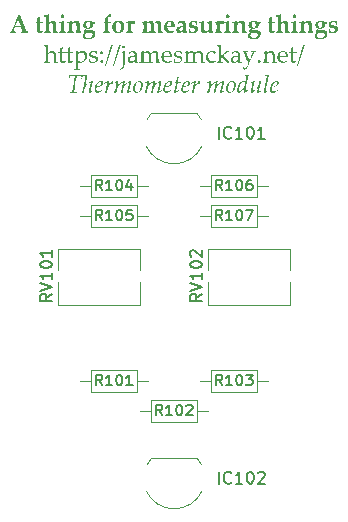
<source format=gto>
G04 #@! TF.GenerationSoftware,KiCad,Pcbnew,7.0.8*
G04 #@! TF.CreationDate,2023-12-28T22:33:30+00:00*
G04 #@! TF.ProjectId,thermo_module,74686572-6d6f-45f6-9d6f-64756c652e6b,rev?*
G04 #@! TF.SameCoordinates,Original*
G04 #@! TF.FileFunction,Legend,Top*
G04 #@! TF.FilePolarity,Positive*
%FSLAX46Y46*%
G04 Gerber Fmt 4.6, Leading zero omitted, Abs format (unit mm)*
G04 Created by KiCad (PCBNEW 7.0.8) date 2023-12-28 22:33:30*
%MOMM*%
%LPD*%
G01*
G04 APERTURE LIST*
%ADD10C,0.125000*%
%ADD11C,0.187500*%
%ADD12C,0.300000*%
%ADD13C,0.150000*%
%ADD14C,0.120000*%
%ADD15C,1.400000*%
%ADD16O,1.400000X1.400000*%
%ADD17R,1.500000X1.500000*%
%ADD18C,1.500000*%
%ADD19C,1.440000*%
%ADD20C,3.000000*%
%ADD21R,1.700000X1.700000*%
%ADD22O,1.700000X1.700000*%
G04 APERTURE END LIST*
D10*
G36*
X142326905Y-54735924D02*
G01*
X142346688Y-54748381D01*
X142345313Y-54764247D01*
X142344027Y-54781989D01*
X142342829Y-54801605D01*
X142341720Y-54823096D01*
X142340699Y-54846462D01*
X142339768Y-54871702D01*
X142338925Y-54898817D01*
X142338170Y-54927807D01*
X142337827Y-54943005D01*
X142337505Y-54958672D01*
X142337206Y-54974808D01*
X142336928Y-54991412D01*
X142336673Y-55008484D01*
X142336440Y-55026026D01*
X142336230Y-55044036D01*
X142336041Y-55062515D01*
X142335875Y-55081463D01*
X142335730Y-55100879D01*
X142335608Y-55120764D01*
X142335509Y-55141117D01*
X142335431Y-55161940D01*
X142335375Y-55183231D01*
X142335342Y-55204990D01*
X142335331Y-55227219D01*
X142335331Y-55484040D01*
X142351436Y-55470105D01*
X142367329Y-55456189D01*
X142383010Y-55442293D01*
X142398477Y-55428416D01*
X142413733Y-55414558D01*
X142428775Y-55400719D01*
X142443606Y-55386900D01*
X142458223Y-55373100D01*
X142472629Y-55359320D01*
X142486821Y-55345559D01*
X142496165Y-55336395D01*
X142508150Y-55325901D01*
X142521058Y-55316213D01*
X142534762Y-55307952D01*
X142537198Y-55306720D01*
X142551888Y-55300466D01*
X142566989Y-55295360D01*
X142582645Y-55290816D01*
X142597877Y-55286867D01*
X142600579Y-55286203D01*
X142617143Y-55282468D01*
X142633861Y-55279506D01*
X142650734Y-55277316D01*
X142667761Y-55275899D01*
X142684943Y-55275255D01*
X142690704Y-55275212D01*
X142705363Y-55275496D01*
X142724777Y-55276755D01*
X142744043Y-55279022D01*
X142763160Y-55282296D01*
X142782128Y-55286578D01*
X142800947Y-55291868D01*
X142814963Y-55296496D01*
X142828896Y-55301691D01*
X142842746Y-55307452D01*
X142856234Y-55313600D01*
X142873227Y-55322118D01*
X142889087Y-55331003D01*
X142903813Y-55340253D01*
X142917406Y-55349871D01*
X142929865Y-55359854D01*
X142941191Y-55370204D01*
X142951383Y-55380920D01*
X142953754Y-55383656D01*
X142964974Y-55397797D01*
X142975049Y-55412743D01*
X142983979Y-55428495D01*
X142991764Y-55445051D01*
X142997168Y-55458875D01*
X143001839Y-55473215D01*
X143005778Y-55488070D01*
X143009212Y-55503526D01*
X143012189Y-55519852D01*
X143014708Y-55537048D01*
X143016769Y-55555115D01*
X143018372Y-55574051D01*
X143019273Y-55588824D01*
X143019917Y-55604087D01*
X143020304Y-55619839D01*
X143020432Y-55636081D01*
X143020432Y-55818897D01*
X143020678Y-55837267D01*
X143021038Y-55857351D01*
X143021414Y-55876990D01*
X143021715Y-55892261D01*
X143022055Y-55909276D01*
X143022436Y-55928033D01*
X143022857Y-55948534D01*
X143023317Y-55970778D01*
X143023818Y-55994765D01*
X143024359Y-56020495D01*
X143024940Y-56047968D01*
X143025561Y-56077184D01*
X143026253Y-56094960D01*
X143027227Y-56111333D01*
X143028485Y-56126302D01*
X143030603Y-56144076D01*
X143033225Y-56159355D01*
X143037211Y-56174943D01*
X143043032Y-56188501D01*
X143047543Y-56194420D01*
X143062656Y-56202595D01*
X143077775Y-56206518D01*
X143093014Y-56208999D01*
X143111046Y-56210897D01*
X143126403Y-56211937D01*
X143143332Y-56212649D01*
X143161832Y-56213032D01*
X143175038Y-56213105D01*
X143183098Y-56219333D01*
X143183098Y-56253771D01*
X143175038Y-56260000D01*
X143159018Y-56260000D01*
X143143657Y-56260000D01*
X143128953Y-56260000D01*
X143108133Y-56260000D01*
X143088794Y-56260000D01*
X143070935Y-56260000D01*
X143054559Y-56260000D01*
X143039663Y-56260000D01*
X143022106Y-56260000D01*
X143007182Y-56260000D01*
X142997718Y-56260000D01*
X142982391Y-56260000D01*
X142965432Y-56260000D01*
X142948259Y-56260000D01*
X142933275Y-56260000D01*
X142916488Y-56260000D01*
X142897898Y-56260000D01*
X142877504Y-56260000D01*
X142855308Y-56260000D01*
X142847508Y-56260000D01*
X142835052Y-56249009D01*
X142836649Y-56232256D01*
X142838143Y-56214879D01*
X142839534Y-56196879D01*
X142840822Y-56178254D01*
X142842007Y-56159006D01*
X142843089Y-56139134D01*
X142844068Y-56118637D01*
X142844944Y-56097517D01*
X142845717Y-56075773D01*
X142846386Y-56053404D01*
X142846953Y-56030412D01*
X142847417Y-56006796D01*
X142847777Y-55982556D01*
X142848035Y-55957692D01*
X142848190Y-55932204D01*
X142848241Y-55906092D01*
X142848241Y-55773834D01*
X142848218Y-55759167D01*
X142848098Y-55738148D01*
X142847875Y-55718307D01*
X142847548Y-55699645D01*
X142847119Y-55682161D01*
X142846587Y-55665856D01*
X142845951Y-55650730D01*
X142844944Y-55632395D01*
X142843753Y-55616154D01*
X142842379Y-55602009D01*
X142840089Y-55585764D01*
X142836655Y-55570002D01*
X142832075Y-55554724D01*
X142826351Y-55539928D01*
X142819482Y-55525615D01*
X142811467Y-55511785D01*
X142807941Y-55506388D01*
X142798537Y-55493458D01*
X142788185Y-55481458D01*
X142776884Y-55470389D01*
X142764636Y-55460249D01*
X142751439Y-55451040D01*
X142737294Y-55442761D01*
X142731371Y-55439710D01*
X142715890Y-55432850D01*
X142699443Y-55427152D01*
X142682030Y-55422617D01*
X142667404Y-55419826D01*
X142652160Y-55417780D01*
X142636297Y-55416478D01*
X142619817Y-55415919D01*
X142615600Y-55415896D01*
X142598381Y-55416194D01*
X142581894Y-55417087D01*
X142566141Y-55418575D01*
X142551120Y-55420659D01*
X142533374Y-55424101D01*
X142516773Y-55428473D01*
X142501317Y-55433775D01*
X142498363Y-55434947D01*
X142483769Y-55441545D01*
X142469068Y-55449430D01*
X142454260Y-55458603D01*
X142439344Y-55469065D01*
X142427334Y-55478361D01*
X142415256Y-55488482D01*
X142403109Y-55499427D01*
X142391620Y-55510464D01*
X142381333Y-55521043D01*
X142370165Y-55533622D01*
X142360875Y-55545486D01*
X142352207Y-55558778D01*
X142345512Y-55572983D01*
X142344857Y-55574898D01*
X142341145Y-55590741D01*
X142339052Y-55605364D01*
X142337424Y-55622741D01*
X142336457Y-55638626D01*
X142335787Y-55656275D01*
X142335415Y-55675686D01*
X142335331Y-55691402D01*
X142335331Y-55874218D01*
X142335583Y-55891689D01*
X142335996Y-55909004D01*
X142336468Y-55926397D01*
X142336905Y-55941509D01*
X142337413Y-55958391D01*
X142337992Y-55977045D01*
X142338641Y-55997469D01*
X142339361Y-56019665D01*
X142339868Y-56034607D01*
X142340638Y-56055523D01*
X142341422Y-56074642D01*
X142342218Y-56091965D01*
X142343028Y-56107490D01*
X142344127Y-56125396D01*
X142345249Y-56140108D01*
X142346975Y-56156187D01*
X142348154Y-56162913D01*
X142352749Y-56177708D01*
X142360397Y-56190771D01*
X142362076Y-56192588D01*
X142374502Y-56201140D01*
X142384790Y-56204312D01*
X142401491Y-56206273D01*
X142419412Y-56207793D01*
X142434650Y-56208949D01*
X142452522Y-56210220D01*
X142467654Y-56211248D01*
X142484267Y-56212341D01*
X142496165Y-56213105D01*
X142505324Y-56219333D01*
X142505324Y-56252672D01*
X142496898Y-56260000D01*
X142480858Y-56260000D01*
X142464887Y-56260000D01*
X142448984Y-56260000D01*
X142433150Y-56260000D01*
X142417385Y-56260000D01*
X142401689Y-56260000D01*
X142386061Y-56260000D01*
X142370502Y-56260000D01*
X142355012Y-56260000D01*
X142339590Y-56260000D01*
X142324237Y-56260000D01*
X142308953Y-56260000D01*
X142293737Y-56260000D01*
X142278590Y-56260000D01*
X142263512Y-56260000D01*
X142248503Y-56260000D01*
X142233669Y-56260000D01*
X142218753Y-56260000D01*
X142203753Y-56260000D01*
X142188671Y-56260000D01*
X142173505Y-56260000D01*
X142158257Y-56260000D01*
X142142925Y-56260000D01*
X142127511Y-56260000D01*
X142112013Y-56260000D01*
X142096433Y-56260000D01*
X142080769Y-56260000D01*
X142065023Y-56260000D01*
X142049193Y-56260000D01*
X142033281Y-56260000D01*
X142017285Y-56260000D01*
X142001207Y-56260000D01*
X141992048Y-56252672D01*
X141992048Y-56219333D01*
X142001207Y-56213105D01*
X142019194Y-56211966D01*
X142035648Y-56210885D01*
X142050569Y-56209862D01*
X142068081Y-56208589D01*
X142082867Y-56207418D01*
X142097518Y-56206100D01*
X142112104Y-56204325D01*
X142114047Y-56203946D01*
X142127726Y-56198150D01*
X142136762Y-56190757D01*
X142145096Y-56178025D01*
X142149575Y-56164040D01*
X142150317Y-56160348D01*
X142152195Y-56144183D01*
X142153415Y-56128079D01*
X142154417Y-56111873D01*
X142155441Y-56092713D01*
X142156225Y-56076405D01*
X142157021Y-56058435D01*
X142157830Y-56038804D01*
X142158377Y-56024794D01*
X142159228Y-56003720D01*
X142159996Y-55983638D01*
X142160679Y-55964547D01*
X142161279Y-55946449D01*
X142161796Y-55929342D01*
X142162228Y-55913227D01*
X142162577Y-55898104D01*
X142162912Y-55879482D01*
X142163098Y-55862624D01*
X142163140Y-55851137D01*
X142163140Y-55307452D01*
X142159110Y-55085069D01*
X142158488Y-55063853D01*
X142157861Y-55043892D01*
X142157226Y-55025187D01*
X142156585Y-55007738D01*
X142155938Y-54991544D01*
X142155285Y-54976607D01*
X142154403Y-54958644D01*
X142153510Y-54942913D01*
X142152378Y-54926389D01*
X142152149Y-54923503D01*
X142150809Y-54907892D01*
X142148986Y-54892936D01*
X142145895Y-54877651D01*
X142142624Y-54870013D01*
X142130347Y-54860847D01*
X142120642Y-54857557D01*
X142104567Y-54855432D01*
X142089226Y-54854552D01*
X142073655Y-54854002D01*
X142055154Y-54853590D01*
X142039355Y-54853371D01*
X142021906Y-54853229D01*
X142002810Y-54853165D01*
X141996078Y-54853161D01*
X141986919Y-54846200D01*
X141986919Y-54813227D01*
X141994979Y-54806266D01*
X142019373Y-54803544D01*
X142043282Y-54800599D01*
X142066703Y-54797430D01*
X142089638Y-54794039D01*
X142112086Y-54790424D01*
X142134048Y-54786585D01*
X142155524Y-54782524D01*
X142176512Y-54778239D01*
X142197014Y-54773731D01*
X142217030Y-54769000D01*
X142236559Y-54764045D01*
X142255601Y-54758868D01*
X142274157Y-54753467D01*
X142292226Y-54747842D01*
X142309809Y-54741995D01*
X142326905Y-54735924D01*
G37*
G36*
X144493949Y-55347386D02*
G01*
X144474532Y-55430551D01*
X144466106Y-55439344D01*
X144449457Y-55439027D01*
X144432253Y-55438764D01*
X144414495Y-55438555D01*
X144396182Y-55438399D01*
X144381132Y-55438313D01*
X144365728Y-55438262D01*
X144349968Y-55438244D01*
X144334987Y-55438262D01*
X144318988Y-55438313D01*
X144301969Y-55438399D01*
X144283931Y-55438519D01*
X144264874Y-55438674D01*
X144249913Y-55438812D01*
X144234379Y-55438970D01*
X144218271Y-55439147D01*
X144201591Y-55439344D01*
X144195363Y-55872020D01*
X144195397Y-55891364D01*
X144195500Y-55909830D01*
X144195672Y-55927417D01*
X144195912Y-55944125D01*
X144196221Y-55959954D01*
X144196599Y-55974905D01*
X144197295Y-55995684D01*
X144198145Y-56014485D01*
X144199149Y-56031310D01*
X144200308Y-56046157D01*
X144202094Y-56062878D01*
X144204155Y-56076085D01*
X144208225Y-56092309D01*
X144213841Y-56106911D01*
X144221002Y-56119889D01*
X144231311Y-56132980D01*
X144243723Y-56143862D01*
X144258326Y-56152570D01*
X144272657Y-56158332D01*
X144288663Y-56162522D01*
X144303280Y-56164813D01*
X144319059Y-56166014D01*
X144329085Y-56166210D01*
X144346230Y-56165478D01*
X144363043Y-56163279D01*
X144379524Y-56159616D01*
X144395672Y-56154487D01*
X144411489Y-56147892D01*
X144426973Y-56139832D01*
X144442126Y-56130307D01*
X144456947Y-56119316D01*
X144481859Y-56156318D01*
X144470096Y-56165360D01*
X144456593Y-56176634D01*
X144443370Y-56188100D01*
X144432040Y-56198127D01*
X144419499Y-56209378D01*
X144405747Y-56221852D01*
X144390785Y-56235550D01*
X144374612Y-56250471D01*
X144363157Y-56261099D01*
X144346388Y-56267537D01*
X144329512Y-56272884D01*
X144312528Y-56277140D01*
X144295437Y-56280304D01*
X144278239Y-56282377D01*
X144260933Y-56283360D01*
X144253981Y-56283447D01*
X144225898Y-56282558D01*
X144199627Y-56279892D01*
X144175168Y-56275448D01*
X144152521Y-56269227D01*
X144131685Y-56261229D01*
X144112662Y-56251453D01*
X144095450Y-56239900D01*
X144080049Y-56226569D01*
X144066461Y-56211461D01*
X144054684Y-56194575D01*
X144044720Y-56175912D01*
X144036567Y-56155471D01*
X144030225Y-56133253D01*
X144025696Y-56109258D01*
X144022978Y-56083485D01*
X144022072Y-56055935D01*
X144027201Y-55877515D01*
X144027201Y-55439344D01*
X143578039Y-55439344D01*
X143571811Y-55872020D01*
X143571845Y-55891364D01*
X143571948Y-55909830D01*
X143572120Y-55927417D01*
X143572360Y-55944125D01*
X143572669Y-55959954D01*
X143573047Y-55974905D01*
X143573743Y-55995684D01*
X143574593Y-56014485D01*
X143575597Y-56031310D01*
X143576756Y-56046157D01*
X143578542Y-56062878D01*
X143580603Y-56076085D01*
X143584673Y-56092309D01*
X143590289Y-56106911D01*
X143597450Y-56119889D01*
X143607759Y-56132980D01*
X143620171Y-56143862D01*
X143634917Y-56152570D01*
X143649342Y-56158332D01*
X143665417Y-56162522D01*
X143680071Y-56164813D01*
X143695871Y-56166014D01*
X143705900Y-56166210D01*
X143723045Y-56165478D01*
X143739857Y-56163279D01*
X143756338Y-56159616D01*
X143772487Y-56154487D01*
X143788303Y-56147892D01*
X143803788Y-56139832D01*
X143818940Y-56130307D01*
X143833761Y-56119316D01*
X143858307Y-56156318D01*
X143846668Y-56165360D01*
X143833250Y-56176634D01*
X143820081Y-56188100D01*
X143808784Y-56198127D01*
X143796270Y-56209378D01*
X143782539Y-56221852D01*
X143767590Y-56235550D01*
X143751425Y-56250471D01*
X143739972Y-56261099D01*
X143723106Y-56267537D01*
X143706169Y-56272884D01*
X143689160Y-56277140D01*
X143672080Y-56280304D01*
X143654928Y-56282377D01*
X143637705Y-56283360D01*
X143630795Y-56283447D01*
X143602713Y-56282552D01*
X143576442Y-56279869D01*
X143551982Y-56275397D01*
X143529335Y-56269136D01*
X143508500Y-56261086D01*
X143489476Y-56251247D01*
X143472264Y-56239619D01*
X143456864Y-56226202D01*
X143443275Y-56210997D01*
X143431499Y-56194002D01*
X143421534Y-56175219D01*
X143413381Y-56154647D01*
X143407040Y-56132286D01*
X143402510Y-56108136D01*
X143399792Y-56082197D01*
X143398887Y-56054469D01*
X143404016Y-55874951D01*
X143404016Y-55439344D01*
X143361884Y-55439344D01*
X143347013Y-55439344D01*
X143331480Y-55439344D01*
X143315285Y-55439344D01*
X143298428Y-55439344D01*
X143280910Y-55439344D01*
X143262729Y-55439344D01*
X143255272Y-55439344D01*
X143246113Y-55430917D01*
X143246113Y-55403073D01*
X143253440Y-55392449D01*
X143271315Y-55387741D01*
X143288534Y-55383098D01*
X143305095Y-55378519D01*
X143321000Y-55374005D01*
X143336248Y-55369555D01*
X143350838Y-55365169D01*
X143369271Y-55359422D01*
X143386536Y-55353789D01*
X143402633Y-55348271D01*
X143410244Y-55345554D01*
X143410238Y-55328176D01*
X143410220Y-55311256D01*
X143410189Y-55294796D01*
X143410147Y-55278796D01*
X143410092Y-55263255D01*
X143410025Y-55248173D01*
X143409855Y-55219388D01*
X143409636Y-55192440D01*
X143409368Y-55167330D01*
X143409052Y-55144057D01*
X143408687Y-55122622D01*
X143408273Y-55103024D01*
X143407811Y-55085264D01*
X143407300Y-55069341D01*
X143406443Y-55048903D01*
X143405475Y-55032599D01*
X143404016Y-55017292D01*
X143423536Y-55011071D01*
X143442394Y-55004773D01*
X143460588Y-54998397D01*
X143478119Y-54991944D01*
X143494986Y-54985414D01*
X143511190Y-54978806D01*
X143526731Y-54972122D01*
X143541608Y-54965360D01*
X143555823Y-54958520D01*
X143569373Y-54951604D01*
X143578039Y-54946950D01*
X143602951Y-54965268D01*
X143600989Y-54980252D01*
X143598950Y-54999512D01*
X143597548Y-55014727D01*
X143596111Y-55031843D01*
X143594640Y-55050860D01*
X143593134Y-55071777D01*
X143591594Y-55094595D01*
X143590020Y-55119313D01*
X143588411Y-55145932D01*
X143586769Y-55174451D01*
X143585934Y-55189423D01*
X143585091Y-55204870D01*
X143584240Y-55220793D01*
X143583380Y-55237191D01*
X143582511Y-55254063D01*
X143581634Y-55271411D01*
X143580748Y-55289234D01*
X143579853Y-55307533D01*
X143578950Y-55326306D01*
X143578039Y-55345554D01*
X144030499Y-55345554D01*
X144030495Y-55326734D01*
X144030486Y-55308466D01*
X144030470Y-55290750D01*
X144030447Y-55273587D01*
X144030418Y-55256976D01*
X144030383Y-55240917D01*
X144030341Y-55225411D01*
X144030293Y-55210457D01*
X144030177Y-55182207D01*
X144030035Y-55156167D01*
X144029867Y-55132336D01*
X144029674Y-55110715D01*
X144029455Y-55091303D01*
X144029211Y-55074101D01*
X144028940Y-55059109D01*
X144028486Y-55040764D01*
X144027791Y-55024037D01*
X144027201Y-55017292D01*
X144046788Y-55011071D01*
X144065704Y-55004773D01*
X144083951Y-54998397D01*
X144101527Y-54991944D01*
X144118435Y-54985414D01*
X144134672Y-54978806D01*
X144150240Y-54972122D01*
X144165137Y-54965360D01*
X144179366Y-54958520D01*
X144192924Y-54951604D01*
X144201591Y-54946950D01*
X144226137Y-54965268D01*
X144223510Y-54985556D01*
X144221456Y-55005880D01*
X144220048Y-55021863D01*
X144218608Y-55039792D01*
X144217137Y-55059667D01*
X144215635Y-55081489D01*
X144214100Y-55105257D01*
X144212535Y-55130971D01*
X144210938Y-55158631D01*
X144209309Y-55188238D01*
X144208483Y-55203771D01*
X144207649Y-55219791D01*
X144206807Y-55236298D01*
X144205957Y-55253291D01*
X144205100Y-55270770D01*
X144204234Y-55288736D01*
X144203361Y-55307189D01*
X144202480Y-55326128D01*
X144201591Y-55345554D01*
X144217930Y-55345871D01*
X144234664Y-55346134D01*
X144251790Y-55346343D01*
X144269311Y-55346499D01*
X144287225Y-55346601D01*
X144305532Y-55346649D01*
X144312965Y-55346653D01*
X144327899Y-55346649D01*
X144349285Y-55346627D01*
X144369454Y-55346585D01*
X144388406Y-55346523D01*
X144406141Y-55346443D01*
X144422658Y-55346343D01*
X144437959Y-55346224D01*
X144456466Y-55346035D01*
X144472809Y-55345812D01*
X144486988Y-55345554D01*
X144493949Y-55347386D01*
G37*
G36*
X145293699Y-55275415D02*
G01*
X145309151Y-55276024D01*
X145324327Y-55277038D01*
X145339226Y-55278458D01*
X145353848Y-55280284D01*
X145372913Y-55283349D01*
X145391486Y-55287136D01*
X145409567Y-55291644D01*
X145427155Y-55296873D01*
X145431476Y-55298293D01*
X145448620Y-55304533D01*
X145465433Y-55311711D01*
X145481914Y-55319829D01*
X145498062Y-55328885D01*
X145513879Y-55338880D01*
X145529364Y-55349813D01*
X145544516Y-55361686D01*
X145555663Y-55371206D01*
X145559337Y-55374497D01*
X145570112Y-55384624D01*
X145580456Y-55395221D01*
X145590368Y-55406288D01*
X145599849Y-55417825D01*
X145608898Y-55429833D01*
X145617516Y-55442310D01*
X145625702Y-55455258D01*
X145633457Y-55468676D01*
X145640780Y-55482563D01*
X145647672Y-55496921D01*
X145652027Y-55506755D01*
X145658116Y-55521883D01*
X145663606Y-55537456D01*
X145668497Y-55553474D01*
X145672789Y-55569935D01*
X145676483Y-55586841D01*
X145679577Y-55604192D01*
X145682073Y-55621986D01*
X145683969Y-55640226D01*
X145685267Y-55658909D01*
X145685966Y-55678037D01*
X145686099Y-55691036D01*
X145685727Y-55709572D01*
X145684610Y-55728176D01*
X145682750Y-55746849D01*
X145680145Y-55765591D01*
X145676797Y-55784401D01*
X145672704Y-55803281D01*
X145667866Y-55822229D01*
X145663750Y-55836485D01*
X145662285Y-55841245D01*
X145657753Y-55855368D01*
X145652951Y-55869298D01*
X145646128Y-55887570D01*
X145638823Y-55905499D01*
X145631038Y-55923085D01*
X145622772Y-55940327D01*
X145614025Y-55957225D01*
X145604797Y-55973780D01*
X145600003Y-55981929D01*
X145590621Y-55997374D01*
X145581708Y-56011467D01*
X145573264Y-56024210D01*
X145563370Y-56038238D01*
X145554209Y-56050156D01*
X145544184Y-56061670D01*
X145538088Y-56067658D01*
X145525640Y-56077794D01*
X145511232Y-56088072D01*
X145496588Y-56097759D01*
X145483147Y-56106242D01*
X145468172Y-56115379D01*
X145451663Y-56125167D01*
X145442833Y-56130307D01*
X145426638Y-56140198D01*
X145410478Y-56150273D01*
X145394353Y-56160532D01*
X145378261Y-56170973D01*
X145362204Y-56181598D01*
X145346181Y-56192405D01*
X145330193Y-56203396D01*
X145314239Y-56214570D01*
X145301039Y-56223985D01*
X145286922Y-56233843D01*
X145274686Y-56242129D01*
X145261297Y-56250733D01*
X145252323Y-56255969D01*
X145237420Y-56262266D01*
X145223045Y-56266846D01*
X145208026Y-56270853D01*
X145193339Y-56274288D01*
X145177758Y-56277400D01*
X145161791Y-56279869D01*
X145145438Y-56281694D01*
X145128698Y-56282874D01*
X145111572Y-56283411D01*
X145105778Y-56283447D01*
X145085726Y-56282944D01*
X145065687Y-56281438D01*
X145045660Y-56278926D01*
X145025647Y-56275410D01*
X145005647Y-56270889D01*
X144985659Y-56265363D01*
X144965684Y-56258833D01*
X144945722Y-56251298D01*
X144925773Y-56242759D01*
X144912481Y-56236508D01*
X144899195Y-56229810D01*
X144892554Y-56226294D01*
X144892554Y-56451242D01*
X144892747Y-56466266D01*
X144893120Y-56483029D01*
X144893561Y-56500060D01*
X144893974Y-56514944D01*
X144894459Y-56531637D01*
X144895013Y-56550140D01*
X144895639Y-56570453D01*
X144896336Y-56592576D01*
X144896584Y-56600352D01*
X144897090Y-56615695D01*
X144897861Y-56637169D01*
X144898645Y-56656795D01*
X144899441Y-56674573D01*
X144900250Y-56690502D01*
X144901349Y-56708866D01*
X144902471Y-56723944D01*
X144904197Y-56740400D01*
X144905376Y-56747264D01*
X144909567Y-56761552D01*
X144916543Y-56774776D01*
X144919298Y-56778039D01*
X144931725Y-56786896D01*
X144942013Y-56790129D01*
X144958714Y-56792282D01*
X144976634Y-56793884D01*
X144991873Y-56795080D01*
X145009745Y-56796380D01*
X145024876Y-56797422D01*
X145041489Y-56798522D01*
X145053388Y-56799288D01*
X145062547Y-56805516D01*
X145062547Y-56838855D01*
X145054120Y-56846182D01*
X145038085Y-56846182D01*
X145022126Y-56846182D01*
X145006245Y-56846182D01*
X144990442Y-56846182D01*
X144974715Y-56846182D01*
X144959066Y-56846182D01*
X144943494Y-56846182D01*
X144927999Y-56846182D01*
X144912582Y-56846182D01*
X144897242Y-56846182D01*
X144881979Y-56846182D01*
X144866794Y-56846182D01*
X144851686Y-56846182D01*
X144836655Y-56846182D01*
X144821701Y-56846182D01*
X144806824Y-56846182D01*
X144791991Y-56846182D01*
X144777075Y-56846182D01*
X144762075Y-56846182D01*
X144746993Y-56846182D01*
X144731827Y-56846182D01*
X144716579Y-56846182D01*
X144701247Y-56846182D01*
X144685833Y-56846182D01*
X144670335Y-56846182D01*
X144654755Y-56846182D01*
X144639091Y-56846182D01*
X144623345Y-56846182D01*
X144607515Y-56846182D01*
X144591603Y-56846182D01*
X144575607Y-56846182D01*
X144559529Y-56846182D01*
X144550370Y-56838855D01*
X144550370Y-56805516D01*
X144559529Y-56799288D01*
X144577326Y-56798146D01*
X144593622Y-56797055D01*
X144608418Y-56796016D01*
X144625812Y-56794711D01*
X144640538Y-56793497D01*
X144655194Y-56792109D01*
X144669975Y-56790186D01*
X144672002Y-56789762D01*
X144685977Y-56784262D01*
X144695083Y-56776939D01*
X144703418Y-56764025D01*
X144707897Y-56749081D01*
X144708639Y-56745066D01*
X144710516Y-56728076D01*
X144711737Y-56711364D01*
X144712738Y-56694620D01*
X144713763Y-56674876D01*
X144714546Y-56658100D01*
X144715343Y-56639637D01*
X144716152Y-56619486D01*
X144716699Y-56605115D01*
X144717550Y-56583511D01*
X144718317Y-56562937D01*
X144719001Y-56543394D01*
X144719601Y-56524881D01*
X144720117Y-56507398D01*
X144720550Y-56490946D01*
X144720899Y-56475525D01*
X144721234Y-56456565D01*
X144721420Y-56439438D01*
X144721462Y-56427794D01*
X144721462Y-56049706D01*
X144892554Y-56049706D01*
X144904724Y-56061327D01*
X144917604Y-56072558D01*
X144931194Y-56083400D01*
X144945493Y-56093853D01*
X144960503Y-56103917D01*
X144976222Y-56113591D01*
X144992651Y-56122876D01*
X145009790Y-56131772D01*
X145023105Y-56137926D01*
X145036671Y-56143476D01*
X145050488Y-56148419D01*
X145064556Y-56152758D01*
X145078875Y-56156491D01*
X145093446Y-56159619D01*
X145108268Y-56162141D01*
X145123340Y-56164058D01*
X145138664Y-56165369D01*
X145154239Y-56166076D01*
X145164762Y-56166210D01*
X145183244Y-56165779D01*
X145201320Y-56164484D01*
X145218990Y-56162327D01*
X145236255Y-56159307D01*
X145253114Y-56155423D01*
X145269567Y-56150677D01*
X145285614Y-56145068D01*
X145301256Y-56138596D01*
X145316492Y-56131260D01*
X145331322Y-56123062D01*
X145340984Y-56117117D01*
X145355103Y-56107445D01*
X145368611Y-56096973D01*
X145381507Y-56085703D01*
X145393792Y-56073635D01*
X145405464Y-56060767D01*
X145416525Y-56047102D01*
X145426974Y-56032638D01*
X145436811Y-56017375D01*
X145446036Y-56001313D01*
X145454650Y-55984453D01*
X145460052Y-55972770D01*
X145467647Y-55954798D01*
X145474495Y-55936466D01*
X145480596Y-55917772D01*
X145485949Y-55898719D01*
X145490556Y-55879304D01*
X145494416Y-55859529D01*
X145497528Y-55839393D01*
X145499894Y-55818897D01*
X145501513Y-55798040D01*
X145502384Y-55776822D01*
X145502550Y-55762477D01*
X145502219Y-55745076D01*
X145501224Y-55727907D01*
X145499565Y-55710970D01*
X145497244Y-55694264D01*
X145494259Y-55677791D01*
X145490610Y-55661549D01*
X145486299Y-55645539D01*
X145481324Y-55629761D01*
X145475686Y-55614215D01*
X145469384Y-55598901D01*
X145464815Y-55588820D01*
X145457441Y-55574010D01*
X145449333Y-55559806D01*
X145440491Y-55546207D01*
X145430915Y-55533213D01*
X145420604Y-55520825D01*
X145409560Y-55509041D01*
X145397781Y-55497864D01*
X145385268Y-55487291D01*
X145372021Y-55477324D01*
X145358040Y-55467963D01*
X145348311Y-55462058D01*
X145333458Y-55453808D01*
X145318438Y-55446370D01*
X145303250Y-55439744D01*
X145287895Y-55433928D01*
X145272373Y-55428924D01*
X145256683Y-55424732D01*
X145240825Y-55421351D01*
X145224800Y-55418781D01*
X145208608Y-55417023D01*
X145192248Y-55416077D01*
X145181249Y-55415896D01*
X145164156Y-55416352D01*
X145147224Y-55417721D01*
X145130453Y-55420002D01*
X145113843Y-55423195D01*
X145097395Y-55427300D01*
X145081107Y-55432318D01*
X145074637Y-55434581D01*
X145058769Y-55440744D01*
X145043224Y-55447783D01*
X145028000Y-55455699D01*
X145013099Y-55464491D01*
X144998520Y-55474160D01*
X144984262Y-55484705D01*
X144978649Y-55489169D01*
X144965290Y-55500414D01*
X144953147Y-55511480D01*
X144942220Y-55522367D01*
X144930714Y-55535196D01*
X144920960Y-55547767D01*
X144914169Y-55558046D01*
X144906551Y-55571785D01*
X144899990Y-55586199D01*
X144895347Y-55600773D01*
X144893653Y-55612267D01*
X144893027Y-55627648D01*
X144892684Y-55642531D01*
X144892555Y-55658273D01*
X144892554Y-55659895D01*
X144892554Y-56049706D01*
X144721462Y-56049706D01*
X144721462Y-55628387D01*
X144721345Y-55611023D01*
X144720997Y-55592817D01*
X144720550Y-55577647D01*
X144719955Y-55561940D01*
X144719210Y-55545694D01*
X144718317Y-55528910D01*
X144717276Y-55511587D01*
X144716699Y-55502725D01*
X144715617Y-55485717D01*
X144714569Y-55470599D01*
X144713308Y-55454358D01*
X144711866Y-55438764D01*
X144709847Y-55423344D01*
X144709005Y-55419560D01*
X144701214Y-55406389D01*
X144693984Y-55400875D01*
X144679622Y-55396131D01*
X144664011Y-55394264D01*
X144648664Y-55393612D01*
X144641228Y-55393548D01*
X144554400Y-55392449D01*
X144545240Y-55386221D01*
X144545240Y-55351782D01*
X144553667Y-55345554D01*
X144578014Y-55342746D01*
X144601872Y-55339727D01*
X144625241Y-55336495D01*
X144648120Y-55333052D01*
X144670510Y-55329397D01*
X144692410Y-55325530D01*
X144713821Y-55321452D01*
X144734742Y-55317161D01*
X144755174Y-55312659D01*
X144775117Y-55307945D01*
X144794570Y-55303019D01*
X144813534Y-55297881D01*
X144832008Y-55292532D01*
X144849993Y-55286970D01*
X144867488Y-55281197D01*
X144884494Y-55275212D01*
X144903911Y-55287669D01*
X144902068Y-55309281D01*
X144900386Y-55330430D01*
X144898865Y-55351116D01*
X144897505Y-55371337D01*
X144896306Y-55391095D01*
X144895269Y-55410389D01*
X144894392Y-55429220D01*
X144893676Y-55447587D01*
X144893121Y-55465490D01*
X144892727Y-55482929D01*
X144892554Y-55494298D01*
X144909760Y-55478026D01*
X144926299Y-55462459D01*
X144942172Y-55447595D01*
X144957377Y-55433436D01*
X144971916Y-55419981D01*
X144985788Y-55407229D01*
X144998993Y-55395182D01*
X145011531Y-55383839D01*
X145023402Y-55373200D01*
X145034606Y-55363266D01*
X145050162Y-55349684D01*
X145064217Y-55337686D01*
X145076772Y-55327273D01*
X145087826Y-55318443D01*
X145102898Y-55308311D01*
X145120455Y-55299530D01*
X145135253Y-55293830D01*
X145151449Y-55288891D01*
X145169042Y-55284711D01*
X145188032Y-55281292D01*
X145208420Y-55278632D01*
X145230206Y-55276732D01*
X145245506Y-55275888D01*
X145261427Y-55275381D01*
X145277969Y-55275212D01*
X145293699Y-55275415D01*
G37*
G36*
X145868915Y-55955184D02*
G01*
X145913245Y-55955184D01*
X145922404Y-55963977D01*
X145922867Y-55979495D01*
X145923434Y-55994589D01*
X145924104Y-56009257D01*
X145925157Y-56028153D01*
X145926394Y-56046294D01*
X145927813Y-56063679D01*
X145929416Y-56080309D01*
X145931202Y-56096182D01*
X145932662Y-56107592D01*
X145943758Y-56121817D01*
X145954271Y-56132579D01*
X145966238Y-56142792D01*
X145979659Y-56152454D01*
X145994534Y-56161568D01*
X146010863Y-56170131D01*
X146028646Y-56178146D01*
X146042938Y-56183796D01*
X146057619Y-56189034D01*
X146072261Y-56193756D01*
X146086865Y-56197964D01*
X146101430Y-56201656D01*
X146115956Y-56204833D01*
X146130444Y-56207495D01*
X146149701Y-56210243D01*
X146168890Y-56212074D01*
X146188009Y-56212990D01*
X146197543Y-56213105D01*
X146217693Y-56212596D01*
X146237063Y-56211070D01*
X146255655Y-56208526D01*
X146273467Y-56204965D01*
X146290499Y-56200386D01*
X146306753Y-56194790D01*
X146322227Y-56188176D01*
X146336922Y-56180544D01*
X146350838Y-56171895D01*
X146363974Y-56162229D01*
X146372299Y-56155219D01*
X146384019Y-56144169D01*
X146394586Y-56132727D01*
X146404000Y-56120891D01*
X146412261Y-56108662D01*
X146421483Y-56091747D01*
X146428656Y-56074133D01*
X146433780Y-56055820D01*
X146436854Y-56036809D01*
X146437814Y-56022093D01*
X146437878Y-56017100D01*
X146437041Y-56001163D01*
X146434529Y-55986051D01*
X146430343Y-55971762D01*
X146424483Y-55958299D01*
X146416948Y-55945659D01*
X146414065Y-55941629D01*
X146404409Y-55930063D01*
X146393027Y-55919269D01*
X146379920Y-55909249D01*
X146365086Y-55900001D01*
X146351407Y-55892885D01*
X146342624Y-55888872D01*
X146325783Y-55882168D01*
X146309657Y-55876546D01*
X146291173Y-55870696D01*
X146275762Y-55866158D01*
X146259024Y-55861491D01*
X146240960Y-55856695D01*
X146221569Y-55851771D01*
X146200852Y-55846718D01*
X146186303Y-55843277D01*
X146171165Y-55839780D01*
X146151804Y-55835274D01*
X146133564Y-55830961D01*
X146116444Y-55826842D01*
X146100445Y-55822915D01*
X146085567Y-55819182D01*
X146067472Y-55814506D01*
X146051369Y-55810172D01*
X146037258Y-55806182D01*
X146022421Y-55801678D01*
X146006725Y-55795925D01*
X145991234Y-55788832D01*
X145975950Y-55780400D01*
X145963371Y-55772350D01*
X145950934Y-55763370D01*
X145941088Y-55755516D01*
X145929391Y-55744978D01*
X145918570Y-55733742D01*
X145908625Y-55721808D01*
X145899557Y-55709177D01*
X145891366Y-55695848D01*
X145884051Y-55681821D01*
X145881371Y-55676015D01*
X145875460Y-55661013D01*
X145870552Y-55645547D01*
X145866645Y-55629615D01*
X145863740Y-55613218D01*
X145861836Y-55596356D01*
X145860935Y-55579028D01*
X145860854Y-55571967D01*
X145861282Y-55555325D01*
X145862566Y-55539103D01*
X145864706Y-55523302D01*
X145867701Y-55507922D01*
X145871552Y-55492963D01*
X145876259Y-55478424D01*
X145881822Y-55464306D01*
X145888240Y-55450609D01*
X145895515Y-55437333D01*
X145903645Y-55424477D01*
X145912631Y-55412042D01*
X145922472Y-55400028D01*
X145933170Y-55388435D01*
X145944723Y-55377262D01*
X145957132Y-55366510D01*
X145970397Y-55356179D01*
X145984346Y-55346374D01*
X145998716Y-55337202D01*
X146013507Y-55328663D01*
X146028718Y-55320756D01*
X146044350Y-55313482D01*
X146060403Y-55306840D01*
X146076876Y-55300831D01*
X146093771Y-55295454D01*
X146111086Y-55290710D01*
X146128821Y-55286598D01*
X146146978Y-55283119D01*
X146165555Y-55280273D01*
X146184553Y-55278059D01*
X146203972Y-55276477D01*
X146223811Y-55275529D01*
X146244072Y-55275212D01*
X146261485Y-55275499D01*
X146279288Y-55276357D01*
X146297481Y-55277788D01*
X146316062Y-55279792D01*
X146335033Y-55282368D01*
X146349516Y-55284676D01*
X146364219Y-55287305D01*
X146379140Y-55290257D01*
X146394281Y-55293531D01*
X146409189Y-55296887D01*
X146428006Y-55301332D01*
X146445608Y-55305743D01*
X146461997Y-55310119D01*
X146477173Y-55314461D01*
X146494436Y-55319840D01*
X146509802Y-55325166D01*
X146518112Y-55328335D01*
X146527271Y-55341891D01*
X146524895Y-55357254D01*
X146523201Y-55374026D01*
X146522050Y-55389220D01*
X146521003Y-55406656D01*
X146520058Y-55426332D01*
X146519217Y-55448249D01*
X146518713Y-55464106D01*
X146518255Y-55480959D01*
X146517843Y-55498808D01*
X146517477Y-55517652D01*
X146517156Y-55537493D01*
X146517013Y-55547787D01*
X146507854Y-55556580D01*
X146466455Y-55556580D01*
X146457296Y-55547787D01*
X146455956Y-55529897D01*
X146454455Y-55513777D01*
X146452441Y-55496771D01*
X146449799Y-55480154D01*
X146446393Y-55465414D01*
X146445938Y-55463890D01*
X146440020Y-55449999D01*
X146431742Y-55437165D01*
X146422170Y-55425559D01*
X146410425Y-55413603D01*
X146408569Y-55411866D01*
X146396565Y-55401609D01*
X146382809Y-55391997D01*
X146370008Y-55384478D01*
X146355990Y-55377407D01*
X146340756Y-55370782D01*
X146324305Y-55364605D01*
X146307094Y-55359117D01*
X146289579Y-55354559D01*
X146271760Y-55350931D01*
X146253637Y-55348233D01*
X146238920Y-55346745D01*
X146224007Y-55345852D01*
X146208901Y-55345554D01*
X146193548Y-55345841D01*
X146178813Y-55346699D01*
X146161264Y-55348578D01*
X146144681Y-55351350D01*
X146129064Y-55355017D01*
X146114413Y-55359579D01*
X146103388Y-55363872D01*
X146087893Y-55371399D01*
X146073558Y-55380239D01*
X146060381Y-55390392D01*
X146048364Y-55401860D01*
X146037506Y-55414641D01*
X146034145Y-55419193D01*
X146025305Y-55433623D01*
X146018294Y-55449161D01*
X146013112Y-55465806D01*
X146010191Y-55480523D01*
X146008539Y-55496010D01*
X146008133Y-55508953D01*
X146008887Y-55525397D01*
X146011148Y-55541070D01*
X146014917Y-55555971D01*
X146020194Y-55570101D01*
X146023887Y-55577829D01*
X146031746Y-55590589D01*
X146041217Y-55602263D01*
X146052302Y-55612849D01*
X146065000Y-55622348D01*
X146072979Y-55627288D01*
X146087563Y-55634955D01*
X146102462Y-55641604D01*
X146117676Y-55647236D01*
X146133206Y-55651852D01*
X146142222Y-55654033D01*
X146254330Y-55682243D01*
X146272053Y-55686556D01*
X146289134Y-55690795D01*
X146305575Y-55694960D01*
X146321374Y-55699050D01*
X146336533Y-55703066D01*
X146351050Y-55707007D01*
X146371624Y-55712779D01*
X146390755Y-55718384D01*
X146408443Y-55723822D01*
X146424689Y-55729092D01*
X146439493Y-55734195D01*
X146456986Y-55740738D01*
X146460959Y-55742327D01*
X146476089Y-55749053D01*
X146490337Y-55756592D01*
X146503704Y-55764944D01*
X146516189Y-55774109D01*
X146527792Y-55784087D01*
X146538514Y-55794877D01*
X146548354Y-55806481D01*
X146557313Y-55818897D01*
X146565299Y-55832057D01*
X146572219Y-55845893D01*
X146578076Y-55860405D01*
X146582867Y-55875592D01*
X146586593Y-55891454D01*
X146589255Y-55907992D01*
X146590852Y-55925206D01*
X146591385Y-55943094D01*
X146590925Y-55960434D01*
X146589547Y-55977464D01*
X146587250Y-55994185D01*
X146584035Y-56010597D01*
X146579900Y-56026700D01*
X146574847Y-56042494D01*
X146568875Y-56057978D01*
X146561984Y-56073154D01*
X146554175Y-56088020D01*
X146545446Y-56102577D01*
X146535799Y-56116825D01*
X146525233Y-56130765D01*
X146513749Y-56144394D01*
X146501345Y-56157715D01*
X146488023Y-56170727D01*
X146473782Y-56183429D01*
X146458864Y-56195541D01*
X146443419Y-56206871D01*
X146427448Y-56217420D01*
X146410950Y-56227187D01*
X146393926Y-56236173D01*
X146376375Y-56244377D01*
X146358297Y-56251801D01*
X146339693Y-56258442D01*
X146320562Y-56264303D01*
X146300904Y-56269382D01*
X146280719Y-56273679D01*
X146260008Y-56277196D01*
X146238771Y-56279931D01*
X146217006Y-56281884D01*
X146194715Y-56283056D01*
X146171898Y-56283447D01*
X146155194Y-56283229D01*
X146137505Y-56282577D01*
X146118832Y-56281489D01*
X146104181Y-56280388D01*
X146088976Y-56279042D01*
X146073218Y-56277451D01*
X146056905Y-56275616D01*
X146040039Y-56273536D01*
X146022619Y-56271211D01*
X146010697Y-56269525D01*
X145992879Y-56266886D01*
X145975557Y-56264188D01*
X145958730Y-56261433D01*
X145942399Y-56258620D01*
X145926564Y-56255749D01*
X145911225Y-56252820D01*
X145896382Y-56249833D01*
X145882035Y-56246787D01*
X145863677Y-56242637D01*
X145846200Y-56238384D01*
X145841071Y-56225561D01*
X145851329Y-56158883D01*
X145853642Y-56143312D01*
X145855451Y-56127742D01*
X145856756Y-56112172D01*
X145857557Y-56096601D01*
X145858038Y-56079503D01*
X145858382Y-56063233D01*
X145858656Y-56047783D01*
X145858931Y-56030169D01*
X145859206Y-56010391D01*
X145859412Y-55994137D01*
X145859618Y-55976667D01*
X145859755Y-55964344D01*
X145868915Y-55955184D01*
G37*
G36*
X146918182Y-55298660D02*
G01*
X146933623Y-55299581D01*
X146948350Y-55302345D01*
X146962360Y-55306951D01*
X146975655Y-55313400D01*
X146988235Y-55321692D01*
X147000099Y-55331826D01*
X147004644Y-55336395D01*
X147015093Y-55348581D01*
X147023771Y-55361554D01*
X147030677Y-55375314D01*
X147035813Y-55389861D01*
X147039178Y-55405196D01*
X147040772Y-55421317D01*
X147040914Y-55427986D01*
X147040028Y-55444211D01*
X147037372Y-55459685D01*
X147032944Y-55474408D01*
X147026746Y-55488379D01*
X147018776Y-55501599D01*
X147009036Y-55514068D01*
X147004644Y-55518845D01*
X146993066Y-55529716D01*
X146980773Y-55538744D01*
X146967764Y-55545930D01*
X146954040Y-55551274D01*
X146939600Y-55554774D01*
X146924444Y-55556433D01*
X146918182Y-55556580D01*
X146902520Y-55555659D01*
X146887592Y-55552895D01*
X146873397Y-55548289D01*
X146859936Y-55541840D01*
X146847208Y-55533548D01*
X146835213Y-55523414D01*
X146830621Y-55518845D01*
X146820277Y-55506677D01*
X146811687Y-55493757D01*
X146804850Y-55480087D01*
X146799766Y-55465665D01*
X146796435Y-55450491D01*
X146794857Y-55434566D01*
X146794717Y-55427986D01*
X146795611Y-55410944D01*
X146798295Y-55394849D01*
X146802767Y-55379702D01*
X146809028Y-55365504D01*
X146817078Y-55352254D01*
X146826917Y-55339951D01*
X146831353Y-55335296D01*
X146843133Y-55324742D01*
X146855575Y-55315976D01*
X146868679Y-55308999D01*
X146882444Y-55303812D01*
X146896871Y-55300413D01*
X146911961Y-55298803D01*
X146918182Y-55298660D01*
G37*
G36*
X146918182Y-56025526D02*
G01*
X146933325Y-56026421D01*
X146947842Y-56029104D01*
X146964435Y-56034685D01*
X146977575Y-56041304D01*
X146990088Y-56049712D01*
X147001975Y-56059909D01*
X147004277Y-56062163D01*
X147014832Y-56074086D01*
X147023597Y-56086957D01*
X147030574Y-56100776D01*
X147035762Y-56115543D01*
X147039161Y-56131259D01*
X147040771Y-56147922D01*
X147040914Y-56154853D01*
X147040028Y-56171078D01*
X147037372Y-56186552D01*
X147032944Y-56201275D01*
X147026746Y-56215246D01*
X147018776Y-56228466D01*
X147009036Y-56240934D01*
X147004644Y-56245711D01*
X146993066Y-56256582D01*
X146980773Y-56265611D01*
X146967764Y-56272797D01*
X146954040Y-56278140D01*
X146939600Y-56281641D01*
X146924444Y-56283299D01*
X146918182Y-56283447D01*
X146902520Y-56282543D01*
X146887592Y-56279833D01*
X146873397Y-56275316D01*
X146859936Y-56268993D01*
X146847208Y-56260862D01*
X146835213Y-56250925D01*
X146830621Y-56246444D01*
X146820277Y-56234355D01*
X146811687Y-56221443D01*
X146804850Y-56207707D01*
X146799766Y-56193149D01*
X146796435Y-56177769D01*
X146794857Y-56161565D01*
X146794717Y-56154853D01*
X146795594Y-56138417D01*
X146798223Y-56122767D01*
X146802606Y-56107905D01*
X146808742Y-56093830D01*
X146816631Y-56080543D01*
X146826273Y-56068042D01*
X146830621Y-56063262D01*
X146842322Y-56052391D01*
X146854756Y-56043362D01*
X146867924Y-56036176D01*
X146881826Y-56030833D01*
X146896461Y-56027332D01*
X146911829Y-56025674D01*
X146918182Y-56025526D01*
G37*
G36*
X147179033Y-56507662D02*
G01*
X147735540Y-54767431D01*
X147745799Y-54759371D01*
X147848747Y-54759371D01*
X147854975Y-54769630D01*
X147298468Y-56508761D01*
X147287111Y-56517920D01*
X147186360Y-56517920D01*
X147179033Y-56507662D01*
G37*
G36*
X147851678Y-56507662D02*
G01*
X148408185Y-54767431D01*
X148418443Y-54759371D01*
X148521392Y-54759371D01*
X148527620Y-54769630D01*
X147971113Y-56508761D01*
X147959755Y-56517920D01*
X147859005Y-56517920D01*
X147851678Y-56507662D01*
G37*
G36*
X148773817Y-54806266D02*
G01*
X148791076Y-54807464D01*
X148807408Y-54811057D01*
X148822812Y-54817047D01*
X148837289Y-54825432D01*
X148850839Y-54836212D01*
X148855150Y-54840338D01*
X148864965Y-54851264D01*
X148874548Y-54865415D01*
X148881735Y-54880700D01*
X148886526Y-54897117D01*
X148888689Y-54911664D01*
X148889222Y-54923869D01*
X148888390Y-54938536D01*
X148885195Y-54955263D01*
X148879606Y-54971037D01*
X148871620Y-54985857D01*
X148861239Y-54999725D01*
X148855150Y-55006301D01*
X148844180Y-55016222D01*
X148830167Y-55025908D01*
X148815226Y-55033172D01*
X148799358Y-55038015D01*
X148782562Y-55040437D01*
X148773817Y-55040739D01*
X148759053Y-55039898D01*
X148742258Y-55036670D01*
X148726467Y-55031020D01*
X148711681Y-55022948D01*
X148697899Y-55012455D01*
X148691385Y-55006301D01*
X148681569Y-54995208D01*
X148671987Y-54981023D01*
X148664799Y-54965885D01*
X148660008Y-54949793D01*
X148657612Y-54932749D01*
X148657313Y-54923869D01*
X148658145Y-54908991D01*
X148661339Y-54892058D01*
X148666929Y-54876130D01*
X148674915Y-54861206D01*
X148685296Y-54847287D01*
X148691385Y-54840704D01*
X148702381Y-54830783D01*
X148716498Y-54821097D01*
X148731619Y-54813833D01*
X148747744Y-54808990D01*
X148764875Y-54806569D01*
X148773817Y-54806266D01*
G37*
G36*
X148515164Y-55351782D02*
G01*
X148524323Y-55345554D01*
X148548589Y-55342746D01*
X148572385Y-55339727D01*
X148595712Y-55336495D01*
X148618570Y-55333052D01*
X148640958Y-55329397D01*
X148662877Y-55325530D01*
X148684327Y-55321452D01*
X148705307Y-55317161D01*
X148725817Y-55312659D01*
X148745859Y-55307945D01*
X148765431Y-55303019D01*
X148784533Y-55297881D01*
X148803166Y-55292532D01*
X148821330Y-55286970D01*
X148839024Y-55281197D01*
X148856249Y-55275212D01*
X148874567Y-55287302D01*
X148873192Y-55304577D01*
X148871905Y-55322697D01*
X148870707Y-55341660D01*
X148869598Y-55361468D01*
X148868578Y-55382121D01*
X148867646Y-55403617D01*
X148866803Y-55425958D01*
X148866049Y-55449144D01*
X148865384Y-55473174D01*
X148864807Y-55498048D01*
X148864319Y-55523766D01*
X148863920Y-55550329D01*
X148863609Y-55577736D01*
X148863387Y-55605988D01*
X148863254Y-55635084D01*
X148863221Y-55649948D01*
X148863210Y-55665024D01*
X148863210Y-55854801D01*
X148866507Y-56183063D01*
X148866398Y-56204211D01*
X148866072Y-56225155D01*
X148865528Y-56245896D01*
X148864767Y-56266434D01*
X148863788Y-56286768D01*
X148862591Y-56306900D01*
X148861178Y-56326828D01*
X148859546Y-56346553D01*
X148857697Y-56366075D01*
X148855631Y-56385393D01*
X148853346Y-56404509D01*
X148850845Y-56423421D01*
X148848126Y-56442130D01*
X148845189Y-56460635D01*
X148842035Y-56478938D01*
X148838663Y-56497037D01*
X148834912Y-56514916D01*
X148830620Y-56532466D01*
X148825788Y-56549686D01*
X148820414Y-56566578D01*
X148814499Y-56583140D01*
X148808043Y-56599373D01*
X148801047Y-56615277D01*
X148793509Y-56630852D01*
X148785430Y-56646097D01*
X148776811Y-56661014D01*
X148767650Y-56675601D01*
X148757949Y-56689859D01*
X148747706Y-56703788D01*
X148736923Y-56717388D01*
X148725598Y-56730659D01*
X148713733Y-56743600D01*
X148701526Y-56756022D01*
X148689084Y-56767643D01*
X148676407Y-56778462D01*
X148663495Y-56788480D01*
X148650349Y-56797696D01*
X148636968Y-56806111D01*
X148623353Y-56813725D01*
X148609502Y-56820537D01*
X148595417Y-56826547D01*
X148581098Y-56831757D01*
X148566543Y-56836165D01*
X148551754Y-56839771D01*
X148536730Y-56842576D01*
X148521472Y-56844579D01*
X148505979Y-56845782D01*
X148490251Y-56846182D01*
X148475344Y-56845564D01*
X148468635Y-56845083D01*
X148458377Y-56787198D01*
X148467536Y-56775840D01*
X148483284Y-56775840D01*
X148498401Y-56775840D01*
X148503806Y-56775840D01*
X148518660Y-56774911D01*
X148533409Y-56772124D01*
X148548052Y-56767478D01*
X148562591Y-56760974D01*
X148570851Y-56756423D01*
X148584979Y-56746911D01*
X148596614Y-56737140D01*
X148607811Y-56725874D01*
X148618570Y-56713114D01*
X148628891Y-56698860D01*
X148630568Y-56696339D01*
X148638577Y-56683157D01*
X148645888Y-56669027D01*
X148652502Y-56653948D01*
X148658418Y-56637921D01*
X148663636Y-56620947D01*
X148667308Y-56606684D01*
X148669769Y-56595589D01*
X148672758Y-56579503D01*
X148675494Y-56561288D01*
X148677381Y-56546229D01*
X148679126Y-56529973D01*
X148680730Y-56512518D01*
X148682191Y-56493866D01*
X148683512Y-56474016D01*
X148684690Y-56452968D01*
X148685397Y-56438270D01*
X148686041Y-56423040D01*
X148686622Y-56407278D01*
X148687199Y-56391627D01*
X148687738Y-56376641D01*
X148688478Y-56355406D01*
X148689134Y-56335665D01*
X148689706Y-56317419D01*
X148690194Y-56300666D01*
X148690599Y-56285407D01*
X148691008Y-56267387D01*
X148691269Y-56252022D01*
X148691385Y-56236552D01*
X148691385Y-55628754D01*
X148691256Y-55611924D01*
X148690952Y-55596325D01*
X148690469Y-55579295D01*
X148689954Y-55564640D01*
X148689324Y-55549070D01*
X148688580Y-55532583D01*
X148687721Y-55515181D01*
X148686811Y-55498162D01*
X148685912Y-55482826D01*
X148684805Y-55466023D01*
X148683500Y-55449331D01*
X148682010Y-55434642D01*
X148680760Y-55426154D01*
X148675598Y-55411659D01*
X148664767Y-55401344D01*
X148663908Y-55400875D01*
X148648605Y-55396131D01*
X148633336Y-55394264D01*
X148616552Y-55393577D01*
X148611884Y-55393548D01*
X148524323Y-55392449D01*
X148515164Y-55386221D01*
X148515164Y-55351782D01*
G37*
G36*
X149563553Y-55275605D02*
G01*
X149584688Y-55276784D01*
X149605121Y-55278748D01*
X149624852Y-55281498D01*
X149643882Y-55285033D01*
X149662209Y-55289355D01*
X149679834Y-55294461D01*
X149696757Y-55300354D01*
X149712978Y-55307032D01*
X149728498Y-55314496D01*
X149738454Y-55319909D01*
X149752771Y-55328486D01*
X149766322Y-55337456D01*
X149779106Y-55346818D01*
X149791125Y-55356574D01*
X149802376Y-55366722D01*
X149812862Y-55377263D01*
X149825650Y-55391929D01*
X149837076Y-55407294D01*
X149847140Y-55423357D01*
X149851661Y-55431650D01*
X149859904Y-55448669D01*
X149867048Y-55466386D01*
X149873093Y-55484801D01*
X149876905Y-55499071D01*
X149880100Y-55513734D01*
X149882676Y-55528790D01*
X149884633Y-55544238D01*
X149885973Y-55560080D01*
X149886694Y-55576314D01*
X149886831Y-55587355D01*
X149881702Y-55796182D01*
X149881702Y-56105027D01*
X149881840Y-56120094D01*
X149882398Y-56136738D01*
X149883634Y-56153499D01*
X149885858Y-56168626D01*
X149890495Y-56181964D01*
X149899929Y-56193321D01*
X149910645Y-56200282D01*
X149925559Y-56204162D01*
X149940242Y-56206481D01*
X149952777Y-56207976D01*
X150011395Y-56213105D01*
X150019822Y-56220432D01*
X150019822Y-56253405D01*
X150011762Y-56260000D01*
X149993060Y-56260000D01*
X149974690Y-56260000D01*
X149956652Y-56260000D01*
X149938947Y-56260000D01*
X149921573Y-56260000D01*
X149904531Y-56260000D01*
X149887822Y-56260000D01*
X149871444Y-56260000D01*
X149855582Y-56260000D01*
X149838952Y-56260000D01*
X149821556Y-56260000D01*
X149803392Y-56260000D01*
X149784461Y-56260000D01*
X149769760Y-56260000D01*
X149754627Y-56260000D01*
X149739063Y-56260000D01*
X149723067Y-56260000D01*
X149707679Y-56246444D01*
X149711709Y-56091838D01*
X149487128Y-56260732D01*
X149472777Y-56266056D01*
X149458117Y-56270670D01*
X149443147Y-56274574D01*
X149427869Y-56277768D01*
X149412281Y-56280253D01*
X149396384Y-56282027D01*
X149380178Y-56283092D01*
X149363663Y-56283447D01*
X149348410Y-56283186D01*
X149333563Y-56282404D01*
X149314397Y-56280549D01*
X149295953Y-56277767D01*
X149278230Y-56274057D01*
X149261229Y-56269420D01*
X149244948Y-56263856D01*
X149229389Y-56257365D01*
X149221880Y-56253771D01*
X149207478Y-56245894D01*
X149193945Y-56237285D01*
X149181283Y-56227943D01*
X149169490Y-56217868D01*
X149158568Y-56207060D01*
X149148516Y-56195519D01*
X149139334Y-56183246D01*
X149131022Y-56170240D01*
X149123723Y-56156513D01*
X149117398Y-56142076D01*
X149112045Y-56126929D01*
X149107666Y-56111072D01*
X149104260Y-56094506D01*
X149101827Y-56077230D01*
X149100368Y-56059243D01*
X149099881Y-56040547D01*
X149100250Y-56021442D01*
X149101358Y-56002869D01*
X149101851Y-55998049D01*
X149281231Y-55998049D01*
X149281855Y-56018412D01*
X149283727Y-56037462D01*
X149286847Y-56055198D01*
X149291215Y-56071620D01*
X149296830Y-56086728D01*
X149303694Y-56100522D01*
X149311806Y-56113003D01*
X149326313Y-56129261D01*
X149343628Y-56142563D01*
X149356731Y-56149788D01*
X149371082Y-56155700D01*
X149386681Y-56160298D01*
X149403528Y-56163583D01*
X149421623Y-56165553D01*
X149440966Y-56166210D01*
X149458081Y-56165591D01*
X149475170Y-56163732D01*
X149492233Y-56160633D01*
X149509270Y-56156296D01*
X149526282Y-56150718D01*
X149543268Y-56143902D01*
X149560228Y-56135846D01*
X149577162Y-56126551D01*
X149594071Y-56116017D01*
X149610953Y-56104243D01*
X149627810Y-56091230D01*
X149644642Y-56076978D01*
X149661447Y-56061486D01*
X149678227Y-56044755D01*
X149694981Y-56026784D01*
X149711709Y-56007575D01*
X149711709Y-55720711D01*
X149693901Y-55723764D01*
X149676517Y-55726831D01*
X149659557Y-55729912D01*
X149643022Y-55733007D01*
X149626911Y-55736117D01*
X149611224Y-55739241D01*
X149595961Y-55742380D01*
X149581123Y-55745532D01*
X149566710Y-55748700D01*
X149539155Y-55755077D01*
X149513298Y-55761511D01*
X149489138Y-55768002D01*
X149466675Y-55774551D01*
X149445910Y-55781157D01*
X149426841Y-55787820D01*
X149409471Y-55794541D01*
X149393797Y-55801319D01*
X149379821Y-55808154D01*
X149362039Y-55818513D01*
X149352306Y-55825491D01*
X149339604Y-55836471D01*
X149328152Y-55848525D01*
X149317949Y-55861655D01*
X149308995Y-55875861D01*
X149301290Y-55891142D01*
X149294835Y-55907498D01*
X149289630Y-55924930D01*
X149285673Y-55943438D01*
X149282967Y-55963021D01*
X149281509Y-55983679D01*
X149281231Y-55998049D01*
X149101851Y-55998049D01*
X149103204Y-55984828D01*
X149105789Y-55967320D01*
X149109112Y-55950344D01*
X149113173Y-55933901D01*
X149117973Y-55917990D01*
X149123512Y-55902611D01*
X149129788Y-55887765D01*
X149136804Y-55873451D01*
X149144557Y-55859669D01*
X149153050Y-55846420D01*
X149162280Y-55833703D01*
X149172249Y-55821519D01*
X149182957Y-55809867D01*
X149194403Y-55798747D01*
X149207543Y-55787949D01*
X149223243Y-55777355D01*
X149241501Y-55766963D01*
X149262318Y-55756775D01*
X149285694Y-55746790D01*
X149311628Y-55737009D01*
X149325555Y-55732194D01*
X149340122Y-55727430D01*
X149355328Y-55722717D01*
X149371174Y-55718055D01*
X149387659Y-55713444D01*
X149404785Y-55708883D01*
X149422550Y-55704373D01*
X149440955Y-55699914D01*
X149459999Y-55695506D01*
X149479683Y-55691149D01*
X149500007Y-55686842D01*
X149520971Y-55682587D01*
X149542574Y-55678382D01*
X149564817Y-55674227D01*
X149587700Y-55670124D01*
X149611222Y-55666071D01*
X149635385Y-55662070D01*
X149660187Y-55658119D01*
X149685628Y-55654219D01*
X149711709Y-55650369D01*
X149711443Y-55632974D01*
X149710645Y-55616235D01*
X149709314Y-55600150D01*
X149707450Y-55584721D01*
X149705055Y-55569948D01*
X149700463Y-55549017D01*
X149694673Y-55529561D01*
X149687686Y-55511579D01*
X149679501Y-55495072D01*
X149670118Y-55480040D01*
X149659537Y-55466483D01*
X149647758Y-55454401D01*
X149643566Y-55450701D01*
X149630448Y-55440291D01*
X149616513Y-55430904D01*
X149601760Y-55422542D01*
X149586190Y-55415204D01*
X149569801Y-55408889D01*
X149552594Y-55403599D01*
X149534570Y-55399332D01*
X149515727Y-55396090D01*
X149496067Y-55393871D01*
X149475589Y-55392676D01*
X149461483Y-55392449D01*
X149446719Y-55392701D01*
X149428732Y-55393724D01*
X149411263Y-55395534D01*
X149394314Y-55398132D01*
X149377883Y-55401516D01*
X149361971Y-55405688D01*
X149352672Y-55408569D01*
X149338456Y-55413463D01*
X149324065Y-55418959D01*
X149309405Y-55425645D01*
X149297117Y-55434300D01*
X149296619Y-55434947D01*
X149289251Y-55448162D01*
X149282353Y-55462115D01*
X149275392Y-55476678D01*
X149267149Y-55494264D01*
X149260125Y-55509436D01*
X149252380Y-55526309D01*
X149243914Y-55544882D01*
X149240931Y-55551451D01*
X149233604Y-55556580D01*
X149193670Y-55546322D01*
X149185244Y-55536064D01*
X149185244Y-55411133D01*
X149208146Y-55394674D01*
X149230965Y-55379277D01*
X149253701Y-55364942D01*
X149276354Y-55351668D01*
X149298924Y-55339456D01*
X149321411Y-55328307D01*
X149343815Y-55318219D01*
X149366136Y-55309193D01*
X149388374Y-55301228D01*
X149410529Y-55294326D01*
X149432601Y-55288486D01*
X149454590Y-55283707D01*
X149476496Y-55279991D01*
X149498319Y-55277336D01*
X149520059Y-55275743D01*
X149541716Y-55275212D01*
X149563553Y-55275605D01*
G37*
G36*
X150443705Y-55275212D02*
G01*
X150463122Y-55288401D01*
X150461714Y-55307263D01*
X150460733Y-55322004D01*
X150459817Y-55337252D01*
X150458964Y-55353010D01*
X150458177Y-55369276D01*
X150457453Y-55386051D01*
X150456794Y-55403335D01*
X150456199Y-55421128D01*
X150455669Y-55439429D01*
X150455203Y-55458240D01*
X150455062Y-55464623D01*
X150552882Y-55369368D01*
X150565130Y-55357375D01*
X150576001Y-55346814D01*
X150587228Y-55336029D01*
X150599112Y-55324855D01*
X150607470Y-55317344D01*
X150621032Y-55309060D01*
X150636225Y-55302437D01*
X150650564Y-55297139D01*
X150667429Y-55291557D01*
X150670485Y-55290600D01*
X150686066Y-55286167D01*
X150701898Y-55282485D01*
X150717980Y-55279555D01*
X150734312Y-55277376D01*
X150750895Y-55275949D01*
X150767729Y-55275272D01*
X150774532Y-55275212D01*
X150793610Y-55275663D01*
X150812236Y-55277016D01*
X150830412Y-55279270D01*
X150848137Y-55282425D01*
X150865411Y-55286482D01*
X150882235Y-55291441D01*
X150898607Y-55297302D01*
X150914529Y-55304064D01*
X150930000Y-55311727D01*
X150945020Y-55320292D01*
X150954783Y-55326503D01*
X150968923Y-55336393D01*
X150982355Y-55346965D01*
X150995078Y-55358220D01*
X151007093Y-55370158D01*
X151018400Y-55382778D01*
X151028998Y-55396081D01*
X151038888Y-55410067D01*
X151048069Y-55424735D01*
X151056542Y-55440086D01*
X151064306Y-55456119D01*
X151069089Y-55467187D01*
X151086038Y-55451027D01*
X151102079Y-55435794D01*
X151117213Y-55421489D01*
X151131440Y-55408111D01*
X151144759Y-55395660D01*
X151157171Y-55384137D01*
X151168676Y-55373541D01*
X151184231Y-55359386D01*
X151197746Y-55347317D01*
X151209219Y-55337335D01*
X151221340Y-55327272D01*
X151231388Y-55319909D01*
X151244646Y-55312559D01*
X151259064Y-55306090D01*
X151273516Y-55300517D01*
X151289899Y-55294918D01*
X151305028Y-55290233D01*
X151320827Y-55285906D01*
X151336626Y-55282312D01*
X151352426Y-55279452D01*
X151368225Y-55277325D01*
X151384025Y-55275931D01*
X151399824Y-55275271D01*
X151406144Y-55275212D01*
X151421275Y-55275525D01*
X151436167Y-55276462D01*
X151450822Y-55278023D01*
X151469990Y-55281077D01*
X151488735Y-55285242D01*
X151507056Y-55290517D01*
X151524953Y-55296903D01*
X151542427Y-55304399D01*
X151555254Y-55310750D01*
X151571850Y-55319886D01*
X151587563Y-55329709D01*
X151602395Y-55340219D01*
X151616346Y-55351416D01*
X151629415Y-55363300D01*
X151641602Y-55375871D01*
X151652908Y-55389129D01*
X151663332Y-55403073D01*
X151672880Y-55417511D01*
X151681375Y-55432245D01*
X151688817Y-55447278D01*
X151695206Y-55462608D01*
X151700541Y-55478235D01*
X151704823Y-55494161D01*
X151708051Y-55510384D01*
X151710226Y-55526905D01*
X151711858Y-55544261D01*
X151713272Y-55563175D01*
X151714190Y-55578382D01*
X151714985Y-55594464D01*
X151715658Y-55611423D01*
X151716208Y-55629258D01*
X151716637Y-55647968D01*
X151716943Y-55667554D01*
X151717126Y-55688016D01*
X151717187Y-55709354D01*
X151717187Y-55818531D01*
X151717485Y-55836918D01*
X151717923Y-55857028D01*
X151718379Y-55876694D01*
X151718744Y-55891987D01*
X151719158Y-55909025D01*
X151719620Y-55927810D01*
X151720131Y-55948341D01*
X151720691Y-55970618D01*
X151721299Y-55994640D01*
X151721956Y-56020409D01*
X151722661Y-56047923D01*
X151723416Y-56077184D01*
X151723979Y-56094960D01*
X151724845Y-56111333D01*
X151726014Y-56126302D01*
X151728043Y-56144076D01*
X151730611Y-56159355D01*
X151734577Y-56174943D01*
X151740446Y-56188501D01*
X151745031Y-56194420D01*
X151757859Y-56201701D01*
X151772131Y-56205806D01*
X151786613Y-56208434D01*
X151803821Y-56210477D01*
X151818515Y-56211627D01*
X151834742Y-56212448D01*
X151852501Y-56212941D01*
X151871793Y-56213105D01*
X151880219Y-56219333D01*
X151880219Y-56253771D01*
X151871793Y-56260000D01*
X151855775Y-56260000D01*
X151840417Y-56260000D01*
X151825721Y-56260000D01*
X151804917Y-56260000D01*
X151785600Y-56260000D01*
X151767771Y-56260000D01*
X151751430Y-56260000D01*
X151736576Y-56260000D01*
X151719085Y-56260000D01*
X151704238Y-56260000D01*
X151694839Y-56260000D01*
X151678796Y-56260000D01*
X151661626Y-56260000D01*
X151644464Y-56260000D01*
X151629594Y-56260000D01*
X151613011Y-56260000D01*
X151594715Y-56260000D01*
X151574706Y-56260000D01*
X151552984Y-56260000D01*
X151545363Y-56260000D01*
X151531807Y-56249009D01*
X151533449Y-56232303D01*
X151534984Y-56214977D01*
X151536414Y-56197029D01*
X151537738Y-56178461D01*
X151538955Y-56159271D01*
X151540067Y-56139460D01*
X151541073Y-56119028D01*
X151541974Y-56097975D01*
X151542768Y-56076301D01*
X151543456Y-56054005D01*
X151544039Y-56031089D01*
X151544515Y-56007552D01*
X151544886Y-55983393D01*
X151545151Y-55958613D01*
X151545310Y-55933213D01*
X151545363Y-55907191D01*
X151545363Y-55785924D01*
X151545302Y-55766286D01*
X151545122Y-55747399D01*
X151544822Y-55729261D01*
X151544401Y-55711873D01*
X151543860Y-55695235D01*
X151543199Y-55679346D01*
X151542417Y-55664208D01*
X151541020Y-55642907D01*
X151539352Y-55623293D01*
X151537413Y-55605366D01*
X151535205Y-55589126D01*
X151532725Y-55574574D01*
X151529975Y-55561709D01*
X151525482Y-55546047D01*
X151519694Y-55531118D01*
X151512613Y-55516921D01*
X151504238Y-55503457D01*
X151494570Y-55490726D01*
X151483607Y-55478728D01*
X151471351Y-55467462D01*
X151457801Y-55456929D01*
X151443267Y-55447312D01*
X151428057Y-55438977D01*
X151412172Y-55431925D01*
X151395611Y-55426154D01*
X151378375Y-55421666D01*
X151360463Y-55418461D01*
X151341876Y-55416537D01*
X151322613Y-55415896D01*
X151305390Y-55416433D01*
X151288524Y-55418043D01*
X151272016Y-55420726D01*
X151255866Y-55424483D01*
X151240074Y-55429313D01*
X151224639Y-55435216D01*
X151218566Y-55437878D01*
X151203686Y-55445275D01*
X151189271Y-55453728D01*
X151175321Y-55463236D01*
X151161836Y-55473799D01*
X151148817Y-55485418D01*
X151136262Y-55498092D01*
X151131371Y-55503457D01*
X151120181Y-55516929D01*
X151110656Y-55530097D01*
X151102793Y-55542961D01*
X151095555Y-55557997D01*
X151090712Y-55572594D01*
X151088506Y-55584424D01*
X151087137Y-55600653D01*
X151086212Y-55617561D01*
X151085614Y-55633303D01*
X151085141Y-55651015D01*
X151084795Y-55670695D01*
X151084618Y-55686748D01*
X151084512Y-55703909D01*
X151084476Y-55722177D01*
X151084476Y-55850404D01*
X151084575Y-55866418D01*
X151084795Y-55882012D01*
X151085141Y-55900078D01*
X151085484Y-55915251D01*
X151085897Y-55931814D01*
X151086381Y-55949769D01*
X151086936Y-55969115D01*
X151087562Y-55989852D01*
X151088258Y-56011979D01*
X151088506Y-56019665D01*
X151089013Y-56034740D01*
X151089784Y-56055839D01*
X151090567Y-56075123D01*
X151091363Y-56092590D01*
X151092173Y-56108242D01*
X151093272Y-56126285D01*
X151094394Y-56141100D01*
X151096120Y-56157269D01*
X151097299Y-56164012D01*
X151101955Y-56178747D01*
X151109843Y-56191570D01*
X151111587Y-56193321D01*
X151124367Y-56201261D01*
X151134302Y-56204312D01*
X151150810Y-56206273D01*
X151168648Y-56207793D01*
X151183847Y-56208949D01*
X151201690Y-56210220D01*
X151216808Y-56211248D01*
X151233413Y-56212341D01*
X151245310Y-56213105D01*
X151254469Y-56219333D01*
X151254469Y-56252672D01*
X151246409Y-56260000D01*
X151230326Y-56260000D01*
X151214318Y-56260000D01*
X151198384Y-56260000D01*
X151182525Y-56260000D01*
X151166739Y-56260000D01*
X151151029Y-56260000D01*
X151135392Y-56260000D01*
X151119830Y-56260000D01*
X151104343Y-56260000D01*
X151088930Y-56260000D01*
X151073591Y-56260000D01*
X151058327Y-56260000D01*
X151043137Y-56260000D01*
X151028022Y-56260000D01*
X151012981Y-56260000D01*
X150998014Y-56260000D01*
X150977103Y-56260000D01*
X150955721Y-56260000D01*
X150933869Y-56260000D01*
X150919040Y-56260000D01*
X150904001Y-56260000D01*
X150888754Y-56260000D01*
X150873298Y-56260000D01*
X150857633Y-56260000D01*
X150841760Y-56260000D01*
X150825677Y-56260000D01*
X150809385Y-56260000D01*
X150792884Y-56260000D01*
X150776175Y-56260000D01*
X150759256Y-56260000D01*
X150750718Y-56260000D01*
X150741559Y-56252672D01*
X150741559Y-56219333D01*
X150750718Y-56213105D01*
X150768705Y-56211966D01*
X150785160Y-56210885D01*
X150800081Y-56209862D01*
X150817592Y-56208589D01*
X150832378Y-56207418D01*
X150847029Y-56206100D01*
X150861615Y-56204325D01*
X150863559Y-56203946D01*
X150877237Y-56198266D01*
X150886273Y-56191123D01*
X150894608Y-56178758D01*
X150899346Y-56163882D01*
X150899829Y-56161448D01*
X150901706Y-56145625D01*
X150902926Y-56129899D01*
X150903928Y-56114085D01*
X150904953Y-56095398D01*
X150905736Y-56079496D01*
X150906533Y-56061979D01*
X150907342Y-56042844D01*
X150907889Y-56029190D01*
X150908740Y-56008650D01*
X150909507Y-55989069D01*
X150910191Y-55970448D01*
X150910791Y-55952786D01*
X150911307Y-55936084D01*
X150911740Y-55920341D01*
X150912089Y-55905558D01*
X150912424Y-55887340D01*
X150912610Y-55870828D01*
X150912651Y-55859563D01*
X150912651Y-55742693D01*
X150912510Y-55721456D01*
X150912085Y-55701159D01*
X150911376Y-55681803D01*
X150910385Y-55663387D01*
X150909109Y-55645911D01*
X150907551Y-55629375D01*
X150905709Y-55613779D01*
X150903584Y-55599124D01*
X150900310Y-55581046D01*
X150896531Y-55564640D01*
X150892015Y-55549287D01*
X150886342Y-55534552D01*
X150879513Y-55520436D01*
X150871527Y-55506938D01*
X150862385Y-55494058D01*
X150852087Y-55481796D01*
X150840632Y-55470152D01*
X150828021Y-55459127D01*
X150814500Y-55448995D01*
X150800132Y-55440214D01*
X150784916Y-55432783D01*
X150768853Y-55426704D01*
X150751943Y-55421976D01*
X150734186Y-55418598D01*
X150715582Y-55416572D01*
X150696130Y-55415896D01*
X150680903Y-55416274D01*
X150665997Y-55417407D01*
X150651411Y-55419297D01*
X150633629Y-55422720D01*
X150616349Y-55427325D01*
X150599569Y-55433110D01*
X150583290Y-55440076D01*
X150567823Y-55447804D01*
X150553251Y-55456105D01*
X150539573Y-55464978D01*
X150526790Y-55474423D01*
X150514901Y-55484441D01*
X150503906Y-55495031D01*
X150499759Y-55499427D01*
X150488532Y-55512462D01*
X150479031Y-55525187D01*
X150470127Y-55539643D01*
X150463573Y-55553678D01*
X150459825Y-55565373D01*
X150456827Y-55582273D01*
X150455137Y-55598552D01*
X150454055Y-55614099D01*
X150453213Y-55631891D01*
X150452740Y-55646707D01*
X150452402Y-55662786D01*
X150452199Y-55680126D01*
X150452132Y-55698729D01*
X150452132Y-55850404D01*
X150452230Y-55866418D01*
X150452450Y-55882012D01*
X150452797Y-55900078D01*
X150453139Y-55915251D01*
X150453552Y-55931814D01*
X150454036Y-55949769D01*
X150454591Y-55969115D01*
X150455217Y-55989852D01*
X150455914Y-56011979D01*
X150456162Y-56019665D01*
X150456668Y-56034740D01*
X150457439Y-56055839D01*
X150458222Y-56075123D01*
X150459019Y-56092590D01*
X150459828Y-56108242D01*
X150460927Y-56126285D01*
X150462049Y-56141100D01*
X150463775Y-56157269D01*
X150464954Y-56164012D01*
X150469610Y-56178747D01*
X150477498Y-56191570D01*
X150479242Y-56193321D01*
X150492022Y-56201261D01*
X150501957Y-56204312D01*
X150518465Y-56206273D01*
X150536304Y-56207793D01*
X150551502Y-56208949D01*
X150569345Y-56210220D01*
X150584463Y-56211248D01*
X150601069Y-56212341D01*
X150612965Y-56213105D01*
X150622125Y-56219333D01*
X150622125Y-56252672D01*
X150613698Y-56260000D01*
X150597658Y-56260000D01*
X150581687Y-56260000D01*
X150565785Y-56260000D01*
X150549951Y-56260000D01*
X150534186Y-56260000D01*
X150518489Y-56260000D01*
X150502862Y-56260000D01*
X150487303Y-56260000D01*
X150471812Y-56260000D01*
X150456391Y-56260000D01*
X150441038Y-56260000D01*
X150425753Y-56260000D01*
X150410538Y-56260000D01*
X150395391Y-56260000D01*
X150380313Y-56260000D01*
X150365303Y-56260000D01*
X150350470Y-56260000D01*
X150335553Y-56260000D01*
X150320554Y-56260000D01*
X150305471Y-56260000D01*
X150290306Y-56260000D01*
X150275057Y-56260000D01*
X150259726Y-56260000D01*
X150244311Y-56260000D01*
X150228814Y-56260000D01*
X150213233Y-56260000D01*
X150197570Y-56260000D01*
X150181823Y-56260000D01*
X150165994Y-56260000D01*
X150150081Y-56260000D01*
X150134086Y-56260000D01*
X150118007Y-56260000D01*
X150108848Y-56252672D01*
X150108848Y-56219333D01*
X150118007Y-56213105D01*
X150135994Y-56211901D01*
X150152448Y-56210761D01*
X150167370Y-56209685D01*
X150184881Y-56208351D01*
X150199667Y-56207132D01*
X150214318Y-56205769D01*
X150228904Y-56203960D01*
X150230848Y-56203579D01*
X150244526Y-56197783D01*
X150253562Y-56190390D01*
X150261897Y-56177476D01*
X150266376Y-56163071D01*
X150267118Y-56159249D01*
X150268995Y-56142809D01*
X150270215Y-56126440D01*
X150271217Y-56109971D01*
X150272242Y-56090502D01*
X150273025Y-56073932D01*
X150273822Y-56055675D01*
X150274631Y-56035730D01*
X150275178Y-56021496D01*
X150276029Y-56000020D01*
X150276796Y-55979555D01*
X150277480Y-55960101D01*
X150278080Y-55941658D01*
X150278596Y-55924226D01*
X150279029Y-55907805D01*
X150279378Y-55892395D01*
X150279712Y-55873421D01*
X150279898Y-55856245D01*
X150279940Y-55844542D01*
X150279940Y-55633883D01*
X150279786Y-55616727D01*
X150279421Y-55600777D01*
X150278841Y-55583325D01*
X150278223Y-55568281D01*
X150277467Y-55552275D01*
X150276574Y-55535308D01*
X150275544Y-55517379D01*
X150274559Y-55499857D01*
X150273621Y-55484109D01*
X150272511Y-55466919D01*
X150271275Y-55449952D01*
X150269963Y-55435203D01*
X150268949Y-55426887D01*
X150264130Y-55412757D01*
X150253666Y-55402121D01*
X150252829Y-55401608D01*
X150237699Y-55396389D01*
X150222053Y-55394335D01*
X150206959Y-55393619D01*
X150199707Y-55393548D01*
X150112878Y-55392449D01*
X150103719Y-55386221D01*
X150103719Y-55351782D01*
X150111779Y-55345554D01*
X150136174Y-55342746D01*
X150160082Y-55339727D01*
X150183504Y-55336495D01*
X150206439Y-55333052D01*
X150228887Y-55329397D01*
X150250849Y-55325530D01*
X150272324Y-55321452D01*
X150293313Y-55317161D01*
X150313815Y-55312659D01*
X150333830Y-55307945D01*
X150353359Y-55303019D01*
X150372402Y-55297881D01*
X150390957Y-55292532D01*
X150409026Y-55286970D01*
X150426609Y-55281197D01*
X150443705Y-55275212D01*
G37*
G36*
X152485795Y-55275437D02*
G01*
X152500926Y-55276111D01*
X152515826Y-55277234D01*
X152530493Y-55278807D01*
X152552060Y-55282009D01*
X152573104Y-55286222D01*
X152593628Y-55291446D01*
X152613629Y-55297681D01*
X152633109Y-55304927D01*
X152652067Y-55313184D01*
X152670504Y-55322452D01*
X152688419Y-55332732D01*
X152705646Y-55343797D01*
X152721881Y-55355422D01*
X152737125Y-55367607D01*
X152751376Y-55380353D01*
X152764636Y-55393659D01*
X152776905Y-55407526D01*
X152788181Y-55421952D01*
X152798466Y-55436939D01*
X152807759Y-55452486D01*
X152816060Y-55468594D01*
X152821043Y-55479644D01*
X152827852Y-55496505D01*
X152833992Y-55513565D01*
X152839461Y-55530825D01*
X152844261Y-55548285D01*
X152848391Y-55565945D01*
X152851852Y-55583804D01*
X152854643Y-55601863D01*
X152856763Y-55620121D01*
X152858215Y-55638580D01*
X152858996Y-55657237D01*
X152859145Y-55669787D01*
X152858962Y-55685426D01*
X152858412Y-55700836D01*
X152857496Y-55716017D01*
X152856214Y-55730969D01*
X152844857Y-55741960D01*
X152826515Y-55745647D01*
X152811768Y-55748201D01*
X152796170Y-55750576D01*
X152779722Y-55752770D01*
X152762425Y-55754783D01*
X152744277Y-55756616D01*
X152725279Y-55758269D01*
X152705431Y-55759742D01*
X152684733Y-55761034D01*
X152663184Y-55762146D01*
X152655813Y-55762477D01*
X152634330Y-55763393D01*
X152614257Y-55764220D01*
X152595595Y-55764956D01*
X152578344Y-55765602D01*
X152562502Y-55766158D01*
X152543575Y-55766759D01*
X152527154Y-55767200D01*
X152510154Y-55767526D01*
X152499375Y-55767606D01*
X152168548Y-55767606D01*
X152169224Y-55792785D01*
X152170701Y-55817122D01*
X152172979Y-55840618D01*
X152176059Y-55863273D01*
X152179940Y-55885086D01*
X152184622Y-55906057D01*
X152190106Y-55926187D01*
X152196392Y-55945476D01*
X152203479Y-55963923D01*
X152211367Y-55981528D01*
X152220057Y-55998292D01*
X152229548Y-56014215D01*
X152239840Y-56029296D01*
X152250934Y-56043535D01*
X152262830Y-56056934D01*
X152275527Y-56069490D01*
X152288856Y-56081202D01*
X152302557Y-56092159D01*
X152316631Y-56102360D01*
X152331076Y-56111805D01*
X152345894Y-56120495D01*
X152361084Y-56128429D01*
X152376646Y-56135607D01*
X152392580Y-56142030D01*
X152408886Y-56147697D01*
X152425564Y-56152609D01*
X152442614Y-56156765D01*
X152460037Y-56160165D01*
X152477831Y-56162810D01*
X152495998Y-56164699D01*
X152514536Y-56165832D01*
X152533447Y-56166210D01*
X152551399Y-56165827D01*
X152569167Y-56164676D01*
X152586753Y-56162758D01*
X152604155Y-56160074D01*
X152621374Y-56156622D01*
X152638410Y-56152403D01*
X152655263Y-56147417D01*
X152671933Y-56141664D01*
X152688637Y-56135132D01*
X152705592Y-56127994D01*
X152722800Y-56120249D01*
X152740260Y-56111897D01*
X152753520Y-56105235D01*
X152766921Y-56098231D01*
X152780464Y-56090886D01*
X152794149Y-56083200D01*
X152807976Y-56075173D01*
X152812617Y-56072421D01*
X152829103Y-56090739D01*
X152796130Y-56168408D01*
X152782804Y-56177188D01*
X152769660Y-56185576D01*
X152756700Y-56193572D01*
X152743923Y-56201175D01*
X152725101Y-56211845D01*
X152706691Y-56221633D01*
X152688694Y-56230538D01*
X152671108Y-56238561D01*
X152653935Y-56245702D01*
X152637174Y-56251961D01*
X152620825Y-56257337D01*
X152604888Y-56261831D01*
X152589315Y-56265694D01*
X152574058Y-56269177D01*
X152559116Y-56272280D01*
X152544489Y-56275003D01*
X152525479Y-56278043D01*
X152507029Y-56280407D01*
X152489140Y-56282096D01*
X152471812Y-56283109D01*
X152455045Y-56283447D01*
X152439618Y-56283261D01*
X152424293Y-56282703D01*
X152409072Y-56281772D01*
X152393954Y-56280470D01*
X152378939Y-56278796D01*
X152364026Y-56276749D01*
X152349217Y-56274331D01*
X152334511Y-56271540D01*
X152319908Y-56268377D01*
X152305408Y-56264842D01*
X152291011Y-56260935D01*
X152276717Y-56256656D01*
X152262526Y-56252005D01*
X152248438Y-56246982D01*
X152234454Y-56241587D01*
X152220572Y-56235819D01*
X152206902Y-56229564D01*
X152193553Y-56222796D01*
X152180524Y-56215516D01*
X152167815Y-56207724D01*
X152155428Y-56199419D01*
X152143361Y-56190602D01*
X152131614Y-56181273D01*
X152120188Y-56171431D01*
X152109083Y-56161077D01*
X152098298Y-56150210D01*
X152087834Y-56138832D01*
X152077690Y-56126941D01*
X152067867Y-56114537D01*
X152058364Y-56101621D01*
X152049182Y-56088193D01*
X152040321Y-56074253D01*
X152031891Y-56059827D01*
X152024006Y-56045035D01*
X152016664Y-56029877D01*
X152009867Y-56014352D01*
X152003613Y-55998461D01*
X151997903Y-55982204D01*
X151992736Y-55965580D01*
X151988114Y-55948590D01*
X151984035Y-55931233D01*
X151980500Y-55913510D01*
X151977509Y-55895421D01*
X151975062Y-55876966D01*
X151973159Y-55858144D01*
X151971799Y-55838955D01*
X151970983Y-55819401D01*
X151970711Y-55799480D01*
X151970947Y-55779673D01*
X151971652Y-55760234D01*
X151972827Y-55741162D01*
X151974472Y-55722457D01*
X151976588Y-55704119D01*
X151979174Y-55686149D01*
X151979216Y-55685907D01*
X152168548Y-55685907D01*
X152184485Y-55687464D01*
X152201143Y-55688530D01*
X152218179Y-55689434D01*
X152233120Y-55690143D01*
X152249915Y-55690877D01*
X152268566Y-55691637D01*
X152289071Y-55692423D01*
X152303771Y-55692961D01*
X152311430Y-55693234D01*
X152326703Y-55693722D01*
X152341472Y-55694179D01*
X152362681Y-55694804D01*
X152382757Y-55695359D01*
X152401699Y-55695843D01*
X152419508Y-55696256D01*
X152436183Y-55696599D01*
X152451725Y-55696870D01*
X152470684Y-55697122D01*
X152487629Y-55697248D01*
X152495345Y-55697264D01*
X152512812Y-55697244D01*
X152529400Y-55697184D01*
X152545109Y-55697084D01*
X152559940Y-55696943D01*
X152580538Y-55696658D01*
X152599159Y-55696282D01*
X152615803Y-55695816D01*
X152630471Y-55695260D01*
X152646951Y-55694379D01*
X152662609Y-55693052D01*
X152669368Y-55692135D01*
X152669994Y-55676810D01*
X152670399Y-55662047D01*
X152670467Y-55654766D01*
X152670214Y-55635480D01*
X152669454Y-55616824D01*
X152668187Y-55598798D01*
X152666414Y-55581401D01*
X152664135Y-55564634D01*
X152661348Y-55548497D01*
X152658055Y-55532990D01*
X152654256Y-55518112D01*
X152649949Y-55503864D01*
X152642540Y-55483672D01*
X152633991Y-55464897D01*
X152624302Y-55447540D01*
X152613473Y-55431598D01*
X152605621Y-55421758D01*
X152593043Y-55408140D01*
X152579629Y-55395861D01*
X152565377Y-55384921D01*
X152550288Y-55375321D01*
X152534362Y-55367061D01*
X152517599Y-55360140D01*
X152499998Y-55354559D01*
X152481561Y-55350317D01*
X152462286Y-55347415D01*
X152442174Y-55345852D01*
X152428300Y-55345554D01*
X152413171Y-55345891D01*
X152398465Y-55346900D01*
X152377200Y-55349674D01*
X152356888Y-55353962D01*
X152337529Y-55359763D01*
X152319124Y-55367078D01*
X152301671Y-55375906D01*
X152285172Y-55386248D01*
X152269626Y-55398103D01*
X152255033Y-55411471D01*
X152241393Y-55426353D01*
X152237058Y-55431650D01*
X152224815Y-55448452D01*
X152213776Y-55466709D01*
X152203941Y-55486422D01*
X152198053Y-55500373D01*
X152192701Y-55514970D01*
X152187884Y-55530214D01*
X152183602Y-55546105D01*
X152179855Y-55562643D01*
X152176644Y-55579828D01*
X152173967Y-55597659D01*
X152171826Y-55616138D01*
X152170221Y-55635263D01*
X152169150Y-55655035D01*
X152168615Y-55675455D01*
X152168548Y-55685907D01*
X151979216Y-55685907D01*
X151982229Y-55668545D01*
X151985755Y-55651308D01*
X151989751Y-55634439D01*
X151994217Y-55617936D01*
X151997456Y-55607138D01*
X152002493Y-55591388D01*
X152007575Y-55576424D01*
X152012703Y-55562245D01*
X152019609Y-55544562D01*
X152026596Y-55528276D01*
X152033663Y-55513387D01*
X152040810Y-55499895D01*
X152049856Y-55484993D01*
X152053510Y-55479644D01*
X152063767Y-55466368D01*
X152075993Y-55452646D01*
X152087190Y-55441346D01*
X152099646Y-55429759D01*
X152113362Y-55417887D01*
X152128337Y-55405728D01*
X152140395Y-55396421D01*
X152153161Y-55386953D01*
X152166355Y-55377585D01*
X152179698Y-55368578D01*
X152193189Y-55359931D01*
X152206827Y-55351645D01*
X152220614Y-55343720D01*
X152234550Y-55336155D01*
X152248633Y-55328951D01*
X152262864Y-55322107D01*
X152277243Y-55315624D01*
X152291771Y-55309502D01*
X152301538Y-55305621D01*
X152316345Y-55300186D01*
X152331364Y-55295287D01*
X152346596Y-55290921D01*
X152362040Y-55287091D01*
X152377697Y-55283794D01*
X152393566Y-55281033D01*
X152409648Y-55278806D01*
X152425942Y-55277113D01*
X152442449Y-55275955D01*
X152459168Y-55275331D01*
X152470432Y-55275212D01*
X152485795Y-55275437D01*
G37*
G36*
X153027672Y-55955184D02*
G01*
X153072002Y-55955184D01*
X153081162Y-55963977D01*
X153081625Y-55979495D01*
X153082192Y-55994589D01*
X153082862Y-56009257D01*
X153083915Y-56028153D01*
X153085151Y-56046294D01*
X153086571Y-56063679D01*
X153088174Y-56080309D01*
X153089960Y-56096182D01*
X153091420Y-56107592D01*
X153102516Y-56121817D01*
X153113029Y-56132579D01*
X153124996Y-56142792D01*
X153138417Y-56152454D01*
X153153292Y-56161568D01*
X153169621Y-56170131D01*
X153187404Y-56178146D01*
X153201695Y-56183796D01*
X153216376Y-56189034D01*
X153231019Y-56193756D01*
X153245623Y-56197964D01*
X153260188Y-56201656D01*
X153274714Y-56204833D01*
X153289202Y-56207495D01*
X153308459Y-56210243D01*
X153327647Y-56212074D01*
X153346767Y-56212990D01*
X153356301Y-56213105D01*
X153376451Y-56212596D01*
X153395821Y-56211070D01*
X153414412Y-56208526D01*
X153432224Y-56204965D01*
X153449257Y-56200386D01*
X153465511Y-56194790D01*
X153480985Y-56188176D01*
X153495680Y-56180544D01*
X153509596Y-56171895D01*
X153522732Y-56162229D01*
X153531057Y-56155219D01*
X153542777Y-56144169D01*
X153553344Y-56132727D01*
X153562758Y-56120891D01*
X153571019Y-56108662D01*
X153580241Y-56091747D01*
X153587414Y-56074133D01*
X153592537Y-56055820D01*
X153595611Y-56036809D01*
X153596572Y-56022093D01*
X153596636Y-56017100D01*
X153595799Y-56001163D01*
X153593287Y-55986051D01*
X153589101Y-55971762D01*
X153583241Y-55958299D01*
X153575706Y-55945659D01*
X153572822Y-55941629D01*
X153563167Y-55930063D01*
X153551785Y-55919269D01*
X153538678Y-55909249D01*
X153523844Y-55900001D01*
X153510164Y-55892885D01*
X153501381Y-55888872D01*
X153484541Y-55882168D01*
X153468415Y-55876546D01*
X153449931Y-55870696D01*
X153434520Y-55866158D01*
X153417782Y-55861491D01*
X153399718Y-55856695D01*
X153380327Y-55851771D01*
X153359610Y-55846718D01*
X153345061Y-55843277D01*
X153329923Y-55839780D01*
X153310562Y-55835274D01*
X153292322Y-55830961D01*
X153275202Y-55826842D01*
X153259203Y-55822915D01*
X153244325Y-55819182D01*
X153226230Y-55814506D01*
X153210127Y-55810172D01*
X153196016Y-55806182D01*
X153181179Y-55801678D01*
X153165483Y-55795925D01*
X153149992Y-55788832D01*
X153134708Y-55780400D01*
X153122129Y-55772350D01*
X153109692Y-55763370D01*
X153099846Y-55755516D01*
X153088149Y-55744978D01*
X153077328Y-55733742D01*
X153067383Y-55721808D01*
X153058315Y-55709177D01*
X153050124Y-55695848D01*
X153042809Y-55681821D01*
X153040129Y-55676015D01*
X153034218Y-55661013D01*
X153029310Y-55645547D01*
X153025403Y-55629615D01*
X153022497Y-55613218D01*
X153020594Y-55596356D01*
X153019692Y-55579028D01*
X153019612Y-55571967D01*
X153020040Y-55555325D01*
X153021324Y-55539103D01*
X153023463Y-55523302D01*
X153026459Y-55507922D01*
X153030310Y-55492963D01*
X153035017Y-55478424D01*
X153040580Y-55464306D01*
X153046998Y-55450609D01*
X153054272Y-55437333D01*
X153062403Y-55424477D01*
X153071388Y-55412042D01*
X153081230Y-55400028D01*
X153091928Y-55388435D01*
X153103481Y-55377262D01*
X153115890Y-55366510D01*
X153129155Y-55356179D01*
X153143104Y-55346374D01*
X153157474Y-55337202D01*
X153172265Y-55328663D01*
X153187476Y-55320756D01*
X153203108Y-55313482D01*
X153219161Y-55306840D01*
X153235634Y-55300831D01*
X153252528Y-55295454D01*
X153269843Y-55290710D01*
X153287579Y-55286598D01*
X153305736Y-55283119D01*
X153324313Y-55280273D01*
X153343311Y-55278059D01*
X153362730Y-55276477D01*
X153382569Y-55275529D01*
X153402829Y-55275212D01*
X153420243Y-55275499D01*
X153438046Y-55276357D01*
X153456238Y-55277788D01*
X153474820Y-55279792D01*
X153493791Y-55282368D01*
X153508274Y-55284676D01*
X153522977Y-55287305D01*
X153537898Y-55290257D01*
X153553039Y-55293531D01*
X153567947Y-55296887D01*
X153586764Y-55301332D01*
X153604366Y-55305743D01*
X153620755Y-55310119D01*
X153635931Y-55314461D01*
X153653194Y-55319840D01*
X153668560Y-55325166D01*
X153676870Y-55328335D01*
X153686029Y-55341891D01*
X153683653Y-55357254D01*
X153681959Y-55374026D01*
X153680808Y-55389220D01*
X153679761Y-55406656D01*
X153678816Y-55426332D01*
X153677975Y-55448249D01*
X153677471Y-55464106D01*
X153677013Y-55480959D01*
X153676601Y-55498808D01*
X153676234Y-55517652D01*
X153675914Y-55537493D01*
X153675771Y-55547787D01*
X153666612Y-55556580D01*
X153625212Y-55556580D01*
X153616053Y-55547787D01*
X153614714Y-55529897D01*
X153613213Y-55513777D01*
X153611199Y-55496771D01*
X153608557Y-55480154D01*
X153605151Y-55465414D01*
X153604696Y-55463890D01*
X153598778Y-55449999D01*
X153590500Y-55437165D01*
X153580928Y-55425559D01*
X153569182Y-55413603D01*
X153567327Y-55411866D01*
X153555323Y-55401609D01*
X153541567Y-55391997D01*
X153528766Y-55384478D01*
X153514748Y-55377407D01*
X153499514Y-55370782D01*
X153483063Y-55364605D01*
X153465852Y-55359117D01*
X153448337Y-55354559D01*
X153430518Y-55350931D01*
X153412395Y-55348233D01*
X153397677Y-55346745D01*
X153382765Y-55345852D01*
X153367658Y-55345554D01*
X153352305Y-55345841D01*
X153337571Y-55346699D01*
X153320022Y-55348578D01*
X153303439Y-55351350D01*
X153287822Y-55355017D01*
X153273171Y-55359579D01*
X153262145Y-55363872D01*
X153246651Y-55371399D01*
X153232315Y-55380239D01*
X153219139Y-55390392D01*
X153207122Y-55401860D01*
X153196264Y-55414641D01*
X153192903Y-55419193D01*
X153184063Y-55433623D01*
X153177052Y-55449161D01*
X153171870Y-55465806D01*
X153168948Y-55480523D01*
X153167297Y-55496010D01*
X153166891Y-55508953D01*
X153167645Y-55525397D01*
X153169906Y-55541070D01*
X153173675Y-55555971D01*
X153178952Y-55570101D01*
X153182644Y-55577829D01*
X153190503Y-55590589D01*
X153199975Y-55602263D01*
X153211060Y-55612849D01*
X153223757Y-55622348D01*
X153231737Y-55627288D01*
X153246321Y-55634955D01*
X153261220Y-55641604D01*
X153276434Y-55647236D01*
X153291964Y-55651852D01*
X153300980Y-55654033D01*
X153413088Y-55682243D01*
X153430810Y-55686556D01*
X153447892Y-55690795D01*
X153464333Y-55694960D01*
X153480132Y-55699050D01*
X153495291Y-55703066D01*
X153509808Y-55707007D01*
X153530381Y-55712779D01*
X153549512Y-55718384D01*
X153567201Y-55723822D01*
X153583447Y-55729092D01*
X153598250Y-55734195D01*
X153615744Y-55740738D01*
X153619717Y-55742327D01*
X153634847Y-55749053D01*
X153649095Y-55756592D01*
X153662461Y-55764944D01*
X153674946Y-55774109D01*
X153686550Y-55784087D01*
X153697272Y-55794877D01*
X153707112Y-55806481D01*
X153716071Y-55818897D01*
X153724056Y-55832057D01*
X153730977Y-55845893D01*
X153736833Y-55860405D01*
X153741625Y-55875592D01*
X153745351Y-55891454D01*
X153748013Y-55907992D01*
X153749610Y-55925206D01*
X153750143Y-55943094D01*
X153749683Y-55960434D01*
X153748305Y-55977464D01*
X153746008Y-55994185D01*
X153742793Y-56010597D01*
X153738658Y-56026700D01*
X153733605Y-56042494D01*
X153727633Y-56057978D01*
X153720742Y-56073154D01*
X153712932Y-56088020D01*
X153704204Y-56102577D01*
X153694557Y-56116825D01*
X153683991Y-56130765D01*
X153672506Y-56144394D01*
X153660103Y-56157715D01*
X153646781Y-56170727D01*
X153632540Y-56183429D01*
X153617622Y-56195541D01*
X153602177Y-56206871D01*
X153586206Y-56217420D01*
X153569708Y-56227187D01*
X153552684Y-56236173D01*
X153535133Y-56244377D01*
X153517055Y-56251801D01*
X153498450Y-56258442D01*
X153479319Y-56264303D01*
X153459662Y-56269382D01*
X153439477Y-56273679D01*
X153418766Y-56277196D01*
X153397529Y-56279931D01*
X153375764Y-56281884D01*
X153353473Y-56283056D01*
X153330656Y-56283447D01*
X153313952Y-56283229D01*
X153296263Y-56282577D01*
X153277590Y-56281489D01*
X153262939Y-56280388D01*
X153247734Y-56279042D01*
X153231976Y-56277451D01*
X153215663Y-56275616D01*
X153198797Y-56273536D01*
X153181376Y-56271211D01*
X153169455Y-56269525D01*
X153151637Y-56266886D01*
X153134314Y-56264188D01*
X153117488Y-56261433D01*
X153101157Y-56258620D01*
X153085322Y-56255749D01*
X153069983Y-56252820D01*
X153055140Y-56249833D01*
X153040793Y-56246787D01*
X153022434Y-56242637D01*
X153004958Y-56238384D01*
X152999829Y-56225561D01*
X153010087Y-56158883D01*
X153012400Y-56143312D01*
X153014208Y-56127742D01*
X153015514Y-56112172D01*
X153016315Y-56096601D01*
X153016796Y-56079503D01*
X153017139Y-56063233D01*
X153017414Y-56047783D01*
X153017689Y-56030169D01*
X153017964Y-56010391D01*
X153018170Y-55994137D01*
X153018376Y-55976667D01*
X153018513Y-55964344D01*
X153027672Y-55955184D01*
G37*
G36*
X154192344Y-55275212D02*
G01*
X154211762Y-55288401D01*
X154210353Y-55307263D01*
X154209372Y-55322004D01*
X154208456Y-55337252D01*
X154207604Y-55353010D01*
X154206816Y-55369276D01*
X154206092Y-55386051D01*
X154205433Y-55403335D01*
X154204839Y-55421128D01*
X154204308Y-55439429D01*
X154203843Y-55458240D01*
X154203702Y-55464623D01*
X154301521Y-55369368D01*
X154313769Y-55357375D01*
X154324641Y-55346814D01*
X154335868Y-55336029D01*
X154347752Y-55324855D01*
X154356109Y-55317344D01*
X154369671Y-55309060D01*
X154384864Y-55302437D01*
X154399204Y-55297139D01*
X154416068Y-55291557D01*
X154419124Y-55290600D01*
X154434705Y-55286167D01*
X154450537Y-55282485D01*
X154466619Y-55279555D01*
X154482951Y-55277376D01*
X154499534Y-55275949D01*
X154516368Y-55275272D01*
X154523171Y-55275212D01*
X154542249Y-55275663D01*
X154560875Y-55277016D01*
X154579051Y-55279270D01*
X154596776Y-55282425D01*
X154614050Y-55286482D01*
X154630874Y-55291441D01*
X154647246Y-55297302D01*
X154663168Y-55304064D01*
X154678639Y-55311727D01*
X154693660Y-55320292D01*
X154703423Y-55326503D01*
X154717563Y-55336393D01*
X154730994Y-55346965D01*
X154743718Y-55358220D01*
X154755732Y-55370158D01*
X154767039Y-55382778D01*
X154777637Y-55396081D01*
X154787527Y-55410067D01*
X154796708Y-55424735D01*
X154805181Y-55440086D01*
X154812945Y-55456119D01*
X154817728Y-55467187D01*
X154834677Y-55451027D01*
X154850718Y-55435794D01*
X154865852Y-55421489D01*
X154880079Y-55408111D01*
X154893398Y-55395660D01*
X154905810Y-55384137D01*
X154917315Y-55373541D01*
X154932871Y-55359386D01*
X154946385Y-55347317D01*
X154957858Y-55337335D01*
X154969979Y-55327272D01*
X154980028Y-55319909D01*
X154993285Y-55312559D01*
X155007703Y-55306090D01*
X155022155Y-55300517D01*
X155038538Y-55294918D01*
X155053667Y-55290233D01*
X155069466Y-55285906D01*
X155085266Y-55282312D01*
X155101065Y-55279452D01*
X155116865Y-55277325D01*
X155132664Y-55275931D01*
X155148464Y-55275271D01*
X155154783Y-55275212D01*
X155169914Y-55275525D01*
X155184807Y-55276462D01*
X155199461Y-55278023D01*
X155218629Y-55281077D01*
X155237374Y-55285242D01*
X155255695Y-55290517D01*
X155273592Y-55296903D01*
X155291066Y-55304399D01*
X155303894Y-55310750D01*
X155320489Y-55319886D01*
X155336202Y-55329709D01*
X155351034Y-55340219D01*
X155364985Y-55351416D01*
X155378054Y-55363300D01*
X155390241Y-55375871D01*
X155401547Y-55389129D01*
X155411971Y-55403073D01*
X155421519Y-55417511D01*
X155430014Y-55432245D01*
X155437456Y-55447278D01*
X155443845Y-55462608D01*
X155449180Y-55478235D01*
X155453462Y-55494161D01*
X155456690Y-55510384D01*
X155458866Y-55526905D01*
X155460497Y-55544261D01*
X155461911Y-55563175D01*
X155462829Y-55578382D01*
X155463624Y-55594464D01*
X155464297Y-55611423D01*
X155464848Y-55629258D01*
X155465276Y-55647968D01*
X155465582Y-55667554D01*
X155465765Y-55688016D01*
X155465827Y-55709354D01*
X155465827Y-55818531D01*
X155466125Y-55836918D01*
X155466563Y-55857028D01*
X155467019Y-55876694D01*
X155467384Y-55891987D01*
X155467797Y-55909025D01*
X155468259Y-55927810D01*
X155468770Y-55948341D01*
X155469330Y-55970618D01*
X155469938Y-55994640D01*
X155470595Y-56020409D01*
X155471301Y-56047923D01*
X155472055Y-56077184D01*
X155472618Y-56094960D01*
X155473484Y-56111333D01*
X155474653Y-56126302D01*
X155476683Y-56144076D01*
X155479250Y-56159355D01*
X155483216Y-56174943D01*
X155489085Y-56188501D01*
X155493670Y-56194420D01*
X155506498Y-56201701D01*
X155520770Y-56205806D01*
X155535253Y-56208434D01*
X155552460Y-56210477D01*
X155567154Y-56211627D01*
X155583381Y-56212448D01*
X155601140Y-56212941D01*
X155620432Y-56213105D01*
X155628859Y-56219333D01*
X155628859Y-56253771D01*
X155620432Y-56260000D01*
X155604414Y-56260000D01*
X155589057Y-56260000D01*
X155574361Y-56260000D01*
X155553556Y-56260000D01*
X155534239Y-56260000D01*
X155516410Y-56260000D01*
X155500069Y-56260000D01*
X155485215Y-56260000D01*
X155467724Y-56260000D01*
X155452878Y-56260000D01*
X155443478Y-56260000D01*
X155427435Y-56260000D01*
X155410265Y-56260000D01*
X155393103Y-56260000D01*
X155378233Y-56260000D01*
X155361650Y-56260000D01*
X155343354Y-56260000D01*
X155323345Y-56260000D01*
X155301623Y-56260000D01*
X155294002Y-56260000D01*
X155280446Y-56249009D01*
X155282088Y-56232303D01*
X155283623Y-56214977D01*
X155285053Y-56197029D01*
X155286377Y-56178461D01*
X155287595Y-56159271D01*
X155288707Y-56139460D01*
X155289713Y-56119028D01*
X155290613Y-56097975D01*
X155291407Y-56076301D01*
X155292096Y-56054005D01*
X155292678Y-56031089D01*
X155293155Y-56007552D01*
X155293525Y-55983393D01*
X155293790Y-55958613D01*
X155293949Y-55933213D01*
X155294002Y-55907191D01*
X155294002Y-55785924D01*
X155293942Y-55766286D01*
X155293761Y-55747399D01*
X155293461Y-55729261D01*
X155293040Y-55711873D01*
X155292499Y-55695235D01*
X155291838Y-55679346D01*
X155291057Y-55664208D01*
X155289659Y-55642907D01*
X155287991Y-55623293D01*
X155286053Y-55605366D01*
X155283844Y-55589126D01*
X155281364Y-55574574D01*
X155278614Y-55561709D01*
X155274121Y-55546047D01*
X155268333Y-55531118D01*
X155261252Y-55516921D01*
X155252877Y-55503457D01*
X155243209Y-55490726D01*
X155232246Y-55478728D01*
X155219990Y-55467462D01*
X155206441Y-55456929D01*
X155191906Y-55447312D01*
X155176696Y-55438977D01*
X155160811Y-55431925D01*
X155144250Y-55426154D01*
X155127014Y-55421666D01*
X155109102Y-55418461D01*
X155090515Y-55416537D01*
X155071252Y-55415896D01*
X155054029Y-55416433D01*
X155037163Y-55418043D01*
X155020655Y-55420726D01*
X155004505Y-55424483D01*
X154988713Y-55429313D01*
X154973278Y-55435216D01*
X154967205Y-55437878D01*
X154952325Y-55445275D01*
X154937910Y-55453728D01*
X154923960Y-55463236D01*
X154910476Y-55473799D01*
X154897456Y-55485418D01*
X154884902Y-55498092D01*
X154880010Y-55503457D01*
X154868821Y-55516929D01*
X154859295Y-55530097D01*
X154851433Y-55542961D01*
X154844194Y-55557997D01*
X154839351Y-55572594D01*
X154837145Y-55584424D01*
X154835776Y-55600653D01*
X154834851Y-55617561D01*
X154834253Y-55633303D01*
X154833781Y-55651015D01*
X154833434Y-55670695D01*
X154833257Y-55686748D01*
X154833151Y-55703909D01*
X154833115Y-55722177D01*
X154833115Y-55850404D01*
X154833214Y-55866418D01*
X154833434Y-55882012D01*
X154833781Y-55900078D01*
X154834123Y-55915251D01*
X154834536Y-55931814D01*
X154835020Y-55949769D01*
X154835575Y-55969115D01*
X154836201Y-55989852D01*
X154836898Y-56011979D01*
X154837145Y-56019665D01*
X154837652Y-56034740D01*
X154838423Y-56055839D01*
X154839206Y-56075123D01*
X154840003Y-56092590D01*
X154840812Y-56108242D01*
X154841911Y-56126285D01*
X154843033Y-56141100D01*
X154844759Y-56157269D01*
X154845938Y-56164012D01*
X154850594Y-56178747D01*
X154858482Y-56191570D01*
X154860226Y-56193321D01*
X154873006Y-56201261D01*
X154882941Y-56204312D01*
X154899449Y-56206273D01*
X154917288Y-56207793D01*
X154932486Y-56208949D01*
X154950329Y-56210220D01*
X154965447Y-56211248D01*
X154982053Y-56212341D01*
X154993949Y-56213105D01*
X155003109Y-56219333D01*
X155003109Y-56252672D01*
X154995048Y-56260000D01*
X154978966Y-56260000D01*
X154962957Y-56260000D01*
X154947023Y-56260000D01*
X154931164Y-56260000D01*
X154915379Y-56260000D01*
X154899668Y-56260000D01*
X154884032Y-56260000D01*
X154868470Y-56260000D01*
X154852982Y-56260000D01*
X154837569Y-56260000D01*
X154822230Y-56260000D01*
X154806966Y-56260000D01*
X154791776Y-56260000D01*
X154776661Y-56260000D01*
X154761620Y-56260000D01*
X154746654Y-56260000D01*
X154725742Y-56260000D01*
X154704360Y-56260000D01*
X154682508Y-56260000D01*
X154667679Y-56260000D01*
X154652641Y-56260000D01*
X154637394Y-56260000D01*
X154621938Y-56260000D01*
X154606273Y-56260000D01*
X154590399Y-56260000D01*
X154574316Y-56260000D01*
X154558024Y-56260000D01*
X154541524Y-56260000D01*
X154524814Y-56260000D01*
X154507895Y-56260000D01*
X154499358Y-56260000D01*
X154490199Y-56252672D01*
X154490199Y-56219333D01*
X154499358Y-56213105D01*
X154517345Y-56211966D01*
X154533799Y-56210885D01*
X154548720Y-56209862D01*
X154566231Y-56208589D01*
X154581018Y-56207418D01*
X154595669Y-56206100D01*
X154610254Y-56204325D01*
X154612198Y-56203946D01*
X154625876Y-56198266D01*
X154634912Y-56191123D01*
X154643247Y-56178758D01*
X154647986Y-56163882D01*
X154648468Y-56161448D01*
X154650346Y-56145625D01*
X154651566Y-56129899D01*
X154652567Y-56114085D01*
X154653592Y-56095398D01*
X154654376Y-56079496D01*
X154655172Y-56061979D01*
X154655981Y-56042844D01*
X154656528Y-56029190D01*
X154657379Y-56008650D01*
X154658146Y-55989069D01*
X154658830Y-55970448D01*
X154659430Y-55952786D01*
X154659946Y-55936084D01*
X154660379Y-55920341D01*
X154660728Y-55905558D01*
X154661063Y-55887340D01*
X154661249Y-55870828D01*
X154661291Y-55859563D01*
X154661291Y-55742693D01*
X154661149Y-55721456D01*
X154660724Y-55701159D01*
X154660016Y-55681803D01*
X154659024Y-55663387D01*
X154657749Y-55645911D01*
X154656190Y-55629375D01*
X154654348Y-55613779D01*
X154652223Y-55599124D01*
X154648949Y-55581046D01*
X154645171Y-55564640D01*
X154640654Y-55549287D01*
X154634981Y-55534552D01*
X154628152Y-55520436D01*
X154620166Y-55506938D01*
X154611024Y-55494058D01*
X154600726Y-55481796D01*
X154589271Y-55470152D01*
X154576661Y-55459127D01*
X154563139Y-55448995D01*
X154548771Y-55440214D01*
X154533555Y-55432783D01*
X154517493Y-55426704D01*
X154500583Y-55421976D01*
X154482825Y-55418598D01*
X154464221Y-55416572D01*
X154444769Y-55415896D01*
X154429542Y-55416274D01*
X154414636Y-55417407D01*
X154400050Y-55419297D01*
X154382268Y-55422720D01*
X154364988Y-55427325D01*
X154348208Y-55433110D01*
X154331929Y-55440076D01*
X154316462Y-55447804D01*
X154301890Y-55456105D01*
X154288212Y-55464978D01*
X154275429Y-55474423D01*
X154263540Y-55484441D01*
X154252545Y-55495031D01*
X154248398Y-55499427D01*
X154237171Y-55512462D01*
X154227670Y-55525187D01*
X154218767Y-55539643D01*
X154212212Y-55553678D01*
X154208464Y-55565373D01*
X154205467Y-55582273D01*
X154203776Y-55598552D01*
X154202694Y-55614099D01*
X154201853Y-55631891D01*
X154201379Y-55646707D01*
X154201041Y-55662786D01*
X154200838Y-55680126D01*
X154200771Y-55698729D01*
X154200771Y-55850404D01*
X154200869Y-55866418D01*
X154201090Y-55882012D01*
X154201436Y-55900078D01*
X154201778Y-55915251D01*
X154202191Y-55931814D01*
X154202676Y-55949769D01*
X154203230Y-55969115D01*
X154203856Y-55989852D01*
X154204553Y-56011979D01*
X154204801Y-56019665D01*
X154205307Y-56034740D01*
X154206078Y-56055839D01*
X154206862Y-56075123D01*
X154207658Y-56092590D01*
X154208467Y-56108242D01*
X154209566Y-56126285D01*
X154210688Y-56141100D01*
X154212414Y-56157269D01*
X154213594Y-56164012D01*
X154218249Y-56178747D01*
X154226138Y-56191570D01*
X154227882Y-56193321D01*
X154240662Y-56201261D01*
X154250596Y-56204312D01*
X154267104Y-56206273D01*
X154284943Y-56207793D01*
X154300141Y-56208949D01*
X154317984Y-56210220D01*
X154333102Y-56211248D01*
X154349708Y-56212341D01*
X154361605Y-56213105D01*
X154370764Y-56219333D01*
X154370764Y-56252672D01*
X154362337Y-56260000D01*
X154346298Y-56260000D01*
X154330326Y-56260000D01*
X154314424Y-56260000D01*
X154298590Y-56260000D01*
X154282825Y-56260000D01*
X154267128Y-56260000D01*
X154251501Y-56260000D01*
X154235942Y-56260000D01*
X154220451Y-56260000D01*
X154205030Y-56260000D01*
X154189677Y-56260000D01*
X154174393Y-56260000D01*
X154159177Y-56260000D01*
X154144030Y-56260000D01*
X154128952Y-56260000D01*
X154113942Y-56260000D01*
X154099109Y-56260000D01*
X154084193Y-56260000D01*
X154069193Y-56260000D01*
X154054111Y-56260000D01*
X154038945Y-56260000D01*
X154023697Y-56260000D01*
X154008365Y-56260000D01*
X153992951Y-56260000D01*
X153977453Y-56260000D01*
X153961873Y-56260000D01*
X153946209Y-56260000D01*
X153930463Y-56260000D01*
X153914633Y-56260000D01*
X153898721Y-56260000D01*
X153882725Y-56260000D01*
X153866647Y-56260000D01*
X153857487Y-56252672D01*
X153857487Y-56219333D01*
X153866647Y-56213105D01*
X153884633Y-56211901D01*
X153901088Y-56210761D01*
X153916009Y-56209685D01*
X153933520Y-56208351D01*
X153948306Y-56207132D01*
X153962957Y-56205769D01*
X153977543Y-56203960D01*
X153979487Y-56203579D01*
X153993165Y-56197783D01*
X154002201Y-56190390D01*
X154010536Y-56177476D01*
X154015015Y-56163071D01*
X154015757Y-56159249D01*
X154017634Y-56142809D01*
X154018854Y-56126440D01*
X154019856Y-56109971D01*
X154020881Y-56090502D01*
X154021664Y-56073932D01*
X154022461Y-56055675D01*
X154023270Y-56035730D01*
X154023817Y-56021496D01*
X154024668Y-56000020D01*
X154025435Y-55979555D01*
X154026119Y-55960101D01*
X154026719Y-55941658D01*
X154027235Y-55924226D01*
X154027668Y-55907805D01*
X154028017Y-55892395D01*
X154028352Y-55873421D01*
X154028538Y-55856245D01*
X154028580Y-55844542D01*
X154028580Y-55633883D01*
X154028425Y-55616727D01*
X154028060Y-55600777D01*
X154027480Y-55583325D01*
X154026862Y-55568281D01*
X154026107Y-55552275D01*
X154025214Y-55535308D01*
X154024183Y-55517379D01*
X154023199Y-55499857D01*
X154022260Y-55484109D01*
X154021151Y-55466919D01*
X154019914Y-55449952D01*
X154018602Y-55435203D01*
X154017589Y-55426887D01*
X154012769Y-55412757D01*
X154002305Y-55402121D01*
X154001469Y-55401608D01*
X153986339Y-55396389D01*
X153970693Y-55394335D01*
X153955598Y-55393619D01*
X153948346Y-55393548D01*
X153861517Y-55392449D01*
X153852358Y-55386221D01*
X153852358Y-55351782D01*
X153860418Y-55345554D01*
X153884813Y-55342746D01*
X153908721Y-55339727D01*
X153932143Y-55336495D01*
X153955078Y-55333052D01*
X153977526Y-55329397D01*
X153999488Y-55325530D01*
X154020963Y-55321452D01*
X154041952Y-55317161D01*
X154062454Y-55312659D01*
X154082469Y-55307945D01*
X154101998Y-55303019D01*
X154121041Y-55297881D01*
X154139597Y-55292532D01*
X154157666Y-55286970D01*
X154175248Y-55281197D01*
X154192344Y-55275212D01*
G37*
G36*
X156561256Y-56126277D02*
G01*
X156520223Y-56203579D01*
X156503479Y-56213251D01*
X156486495Y-56222298D01*
X156469270Y-56230722D01*
X156451804Y-56238521D01*
X156434099Y-56245697D01*
X156416153Y-56252249D01*
X156397966Y-56258176D01*
X156379539Y-56263480D01*
X156360872Y-56268160D01*
X156341964Y-56272215D01*
X156322816Y-56275647D01*
X156303427Y-56278455D01*
X156283798Y-56280639D01*
X156263928Y-56282199D01*
X156243818Y-56283135D01*
X156223468Y-56283447D01*
X156195523Y-56282927D01*
X156168382Y-56281369D01*
X156142045Y-56278771D01*
X156116512Y-56275135D01*
X156091784Y-56270459D01*
X156067860Y-56264745D01*
X156044741Y-56257992D01*
X156022426Y-56250199D01*
X156000914Y-56241368D01*
X155980208Y-56231498D01*
X155960305Y-56220588D01*
X155941207Y-56208640D01*
X155922913Y-56195652D01*
X155905424Y-56181626D01*
X155888738Y-56166561D01*
X155872857Y-56150457D01*
X155857906Y-56133531D01*
X155843920Y-56116001D01*
X155830899Y-56097868D01*
X155818841Y-56079130D01*
X155807749Y-56059789D01*
X155797621Y-56039843D01*
X155788458Y-56019294D01*
X155780259Y-55998141D01*
X155773024Y-55976383D01*
X155766755Y-55954022D01*
X155761450Y-55931057D01*
X155757109Y-55907488D01*
X155753733Y-55883315D01*
X155751322Y-55858539D01*
X155749875Y-55833158D01*
X155749393Y-55807173D01*
X155749576Y-55789493D01*
X155750127Y-55772174D01*
X155751044Y-55755215D01*
X155752329Y-55738617D01*
X155753981Y-55722380D01*
X155756000Y-55706503D01*
X155758386Y-55690987D01*
X155761139Y-55675832D01*
X155764259Y-55661037D01*
X155767747Y-55646603D01*
X155770275Y-55637180D01*
X155775759Y-55618902D01*
X155781587Y-55601437D01*
X155787758Y-55584784D01*
X155794272Y-55568945D01*
X155801130Y-55553918D01*
X155808331Y-55539704D01*
X155815876Y-55526304D01*
X155823764Y-55513715D01*
X155834115Y-55498989D01*
X155844787Y-55485265D01*
X155855782Y-55472542D01*
X155867099Y-55460822D01*
X155878737Y-55450103D01*
X155890698Y-55440385D01*
X155895572Y-55436779D01*
X155909137Y-55427312D01*
X155921882Y-55418966D01*
X155936311Y-55409933D01*
X155952422Y-55400213D01*
X155965610Y-55392472D01*
X155979745Y-55384345D01*
X155994827Y-55375831D01*
X156010855Y-55366931D01*
X156027829Y-55357644D01*
X156044940Y-55348405D01*
X156061240Y-55339784D01*
X156076728Y-55331781D01*
X156091405Y-55324397D01*
X156105270Y-55317630D01*
X156122495Y-55309570D01*
X156138277Y-55302610D01*
X156152617Y-55296748D01*
X156168513Y-55290966D01*
X156184273Y-55286428D01*
X156201787Y-55282658D01*
X156217059Y-55280197D01*
X156233454Y-55278228D01*
X156250971Y-55276751D01*
X156269610Y-55275766D01*
X156284325Y-55275351D01*
X156299672Y-55275212D01*
X156319412Y-55275424D01*
X156338701Y-55276060D01*
X156357537Y-55277119D01*
X156375921Y-55278601D01*
X156393853Y-55280507D01*
X156411333Y-55282837D01*
X156428360Y-55285591D01*
X156444935Y-55288768D01*
X156461058Y-55292368D01*
X156476729Y-55296393D01*
X156491947Y-55300841D01*
X156506713Y-55305712D01*
X156521027Y-55311007D01*
X156534889Y-55316726D01*
X156548298Y-55322868D01*
X156561256Y-55329434D01*
X156558864Y-55344425D01*
X156556545Y-55359631D01*
X156554296Y-55375051D01*
X156552120Y-55390686D01*
X156550014Y-55406535D01*
X156547981Y-55422600D01*
X156546019Y-55438878D01*
X156544128Y-55455372D01*
X156542309Y-55472080D01*
X156540562Y-55489003D01*
X156538886Y-55506141D01*
X156537282Y-55523493D01*
X156535749Y-55541060D01*
X156534288Y-55558841D01*
X156532898Y-55576837D01*
X156531580Y-55595048D01*
X156522421Y-55603475D01*
X156479923Y-55603475D01*
X156470764Y-55593583D01*
X156469979Y-55577137D01*
X156469137Y-55561735D01*
X156467923Y-55542821D01*
X156466606Y-55525763D01*
X156465187Y-55510558D01*
X156463267Y-55494162D01*
X156460751Y-55478311D01*
X156459406Y-55471950D01*
X156452975Y-55457973D01*
X156442328Y-55445685D01*
X156429834Y-55435229D01*
X156417469Y-55426723D01*
X156402998Y-55418090D01*
X156386420Y-55409332D01*
X156377341Y-55404905D01*
X156363244Y-55398489D01*
X156348979Y-55392704D01*
X156334547Y-55387550D01*
X156319948Y-55383026D01*
X156305181Y-55379135D01*
X156290246Y-55375874D01*
X156275145Y-55373244D01*
X156259875Y-55371246D01*
X156244439Y-55369878D01*
X156228835Y-55369142D01*
X156218339Y-55369002D01*
X156202635Y-55369311D01*
X156187259Y-55370238D01*
X156172212Y-55371784D01*
X156157494Y-55373948D01*
X156143104Y-55376730D01*
X156124428Y-55381401D01*
X156106335Y-55387171D01*
X156088827Y-55394040D01*
X156071903Y-55402009D01*
X156067763Y-55404173D01*
X156051780Y-55413572D01*
X156036805Y-55424368D01*
X156022838Y-55436561D01*
X156009878Y-55450151D01*
X155997925Y-55465138D01*
X155989622Y-55477294D01*
X155981885Y-55490237D01*
X155974715Y-55503965D01*
X155968112Y-55518478D01*
X155962154Y-55533655D01*
X155956782Y-55549373D01*
X155951996Y-55565632D01*
X155947796Y-55582432D01*
X155944182Y-55599772D01*
X155941154Y-55617654D01*
X155938712Y-55636077D01*
X155936857Y-55655040D01*
X155935587Y-55674545D01*
X155934903Y-55694591D01*
X155934773Y-55708255D01*
X155935008Y-55725730D01*
X155935713Y-55743121D01*
X155936888Y-55760429D01*
X155938534Y-55777652D01*
X155940649Y-55794792D01*
X155943235Y-55811849D01*
X155946291Y-55828821D01*
X155949817Y-55845710D01*
X155953813Y-55862515D01*
X155958279Y-55879237D01*
X155961517Y-55890338D01*
X155966680Y-55906629D01*
X155972139Y-55922392D01*
X155977894Y-55937627D01*
X155983946Y-55952334D01*
X155990293Y-55966512D01*
X155996937Y-55980163D01*
X156003878Y-55993286D01*
X156013592Y-56009961D01*
X156023833Y-56025697D01*
X156031859Y-56036884D01*
X156043291Y-56051092D01*
X156055604Y-56064590D01*
X156068799Y-56077378D01*
X156082876Y-56089457D01*
X156097834Y-56100826D01*
X156113673Y-56111485D01*
X156130394Y-56121434D01*
X156143514Y-56128430D01*
X156147997Y-56130673D01*
X156161674Y-56137024D01*
X156175642Y-56142750D01*
X156189899Y-56147852D01*
X156204446Y-56152328D01*
X156219282Y-56156181D01*
X156234409Y-56159408D01*
X156249825Y-56162011D01*
X156265531Y-56163989D01*
X156281527Y-56165343D01*
X156297813Y-56166071D01*
X156308831Y-56166210D01*
X156326170Y-56165808D01*
X156343385Y-56164600D01*
X156360474Y-56162588D01*
X156377438Y-56159770D01*
X156394277Y-56156148D01*
X156410991Y-56151720D01*
X156417641Y-56149724D01*
X156434626Y-56144062D01*
X156448769Y-56138798D01*
X156463403Y-56132882D01*
X156478530Y-56126313D01*
X156494149Y-56119092D01*
X156510261Y-56111218D01*
X156526864Y-56102691D01*
X156539640Y-56095868D01*
X156561256Y-56126277D01*
G37*
G36*
X156974148Y-54735924D02*
G01*
X156993566Y-54747281D01*
X156992190Y-54763002D01*
X156990904Y-54780581D01*
X156989706Y-54800016D01*
X156988597Y-54821310D01*
X156987576Y-54844461D01*
X156986645Y-54869470D01*
X156985802Y-54896336D01*
X156985048Y-54925060D01*
X156984704Y-54940118D01*
X156984382Y-54955641D01*
X156984083Y-54971628D01*
X156983805Y-54988080D01*
X156983550Y-55004996D01*
X156983317Y-55022377D01*
X156983107Y-55040222D01*
X156982918Y-55058531D01*
X156982752Y-55077304D01*
X156982608Y-55096542D01*
X156982486Y-55116245D01*
X156982386Y-55136412D01*
X156982308Y-55157043D01*
X156982253Y-55178139D01*
X156982219Y-55199699D01*
X156982208Y-55221723D01*
X156982208Y-55704225D01*
X156994854Y-55696311D01*
X157007353Y-55687816D01*
X157021971Y-55677397D01*
X157034324Y-55668321D01*
X157047868Y-55658163D01*
X157062604Y-55646923D01*
X157078531Y-55634601D01*
X157095650Y-55621198D01*
X157107724Y-55611661D01*
X157120328Y-55601643D01*
X157133243Y-55591249D01*
X157146254Y-55580674D01*
X157159358Y-55569919D01*
X157172557Y-55558984D01*
X157185851Y-55547869D01*
X157199239Y-55536573D01*
X157212722Y-55525097D01*
X157226298Y-55513441D01*
X157239970Y-55501604D01*
X157253736Y-55489587D01*
X157267596Y-55477390D01*
X157281551Y-55465012D01*
X157295600Y-55452454D01*
X157309744Y-55439716D01*
X157323982Y-55426797D01*
X157338314Y-55413698D01*
X157352256Y-55400841D01*
X157365322Y-55388739D01*
X157377512Y-55377394D01*
X157388827Y-55366803D01*
X157404156Y-55352335D01*
X157417515Y-55339567D01*
X157428903Y-55328498D01*
X157441022Y-55316385D01*
X157451243Y-55305495D01*
X157456284Y-55298660D01*
X157472086Y-55298660D01*
X157491243Y-55298660D01*
X157508213Y-55298660D01*
X157522997Y-55298660D01*
X157538401Y-55298660D01*
X157554226Y-55298660D01*
X157561430Y-55298660D01*
X157576360Y-55298660D01*
X157591524Y-55298660D01*
X157606758Y-55298660D01*
X157624353Y-55298660D01*
X157640130Y-55298660D01*
X157657418Y-55298660D01*
X157666577Y-55307819D01*
X157666577Y-55347752D01*
X157658150Y-55356912D01*
X157642703Y-55358006D01*
X157625702Y-55359792D01*
X157610375Y-55362094D01*
X157594609Y-55365430D01*
X157579382Y-55370101D01*
X157564786Y-55376833D01*
X157551012Y-55384389D01*
X157537983Y-55392083D01*
X157523168Y-55401242D01*
X157506567Y-55411866D01*
X157492944Y-55420796D01*
X157478317Y-55430551D01*
X157468007Y-55437512D01*
X157452009Y-55448543D01*
X157435477Y-55460206D01*
X157418410Y-55472500D01*
X157400808Y-55485425D01*
X157388777Y-55494393D01*
X157376508Y-55503640D01*
X157364001Y-55513169D01*
X157351257Y-55522978D01*
X157338276Y-55533067D01*
X157325057Y-55543437D01*
X157311600Y-55554087D01*
X157297906Y-55565018D01*
X157283974Y-55576229D01*
X157269804Y-55587721D01*
X157169787Y-55668321D01*
X157180743Y-55680696D01*
X157193143Y-55694326D01*
X157206984Y-55709212D01*
X157222268Y-55725354D01*
X157233259Y-55736813D01*
X157244891Y-55748830D01*
X157257165Y-55761405D01*
X157270079Y-55774538D01*
X157283635Y-55788230D01*
X157297831Y-55802479D01*
X157312669Y-55817287D01*
X157328148Y-55832653D01*
X157344268Y-55848577D01*
X157361029Y-55865059D01*
X157377906Y-55881585D01*
X157394374Y-55897642D01*
X157410432Y-55913230D01*
X157426082Y-55928348D01*
X157441321Y-55942997D01*
X157456152Y-55957177D01*
X157470573Y-55970887D01*
X157484585Y-55984127D01*
X157498188Y-55996898D01*
X157511381Y-56009200D01*
X157524166Y-56021033D01*
X157536540Y-56032396D01*
X157548506Y-56043289D01*
X157560062Y-56053714D01*
X157571209Y-56063668D01*
X157581947Y-56073154D01*
X157597296Y-56086417D01*
X157611609Y-56098592D01*
X157624885Y-56109678D01*
X157637125Y-56119676D01*
X157651831Y-56131314D01*
X157664693Y-56141017D01*
X157678180Y-56150425D01*
X157692222Y-56158517D01*
X157706909Y-56164007D01*
X157722117Y-56167700D01*
X157737846Y-56169597D01*
X157746811Y-56169874D01*
X157746811Y-56216769D01*
X157731961Y-56220425D01*
X157715844Y-56225153D01*
X157701284Y-56229752D01*
X157684606Y-56235251D01*
X157665808Y-56241653D01*
X157644892Y-56248956D01*
X157629771Y-56254325D01*
X157613708Y-56260095D01*
X157596704Y-56266266D01*
X157578758Y-56272838D01*
X157559870Y-56279810D01*
X157550073Y-56283447D01*
X157536963Y-56272150D01*
X157524467Y-56261339D01*
X157512588Y-56251015D01*
X157501324Y-56241178D01*
X157485581Y-56227334D01*
X157471223Y-56214585D01*
X157458250Y-56202930D01*
X157446661Y-56192371D01*
X157433363Y-56179995D01*
X157422527Y-56169565D01*
X157414152Y-56161081D01*
X157337948Y-56083046D01*
X157247090Y-55991454D01*
X157236104Y-55980572D01*
X157224215Y-55968992D01*
X157211421Y-55956713D01*
X157197722Y-55943736D01*
X157186855Y-55933544D01*
X157175478Y-55922960D01*
X157163593Y-55911983D01*
X157151200Y-55900613D01*
X157138297Y-55888851D01*
X157133883Y-55884842D01*
X156982208Y-55744891D01*
X156982208Y-55869089D01*
X156982401Y-55883918D01*
X156982775Y-55900499D01*
X156983216Y-55917357D01*
X156983629Y-55932097D01*
X156984113Y-55948634D01*
X156984668Y-55966968D01*
X156985294Y-55987098D01*
X156985990Y-56009025D01*
X156986238Y-56016734D01*
X156986745Y-56031899D01*
X156987516Y-56053129D01*
X156988299Y-56072535D01*
X156989096Y-56090120D01*
X156989905Y-56105882D01*
X156991004Y-56124063D01*
X156992126Y-56139003D01*
X156993852Y-56155340D01*
X156995031Y-56162180D01*
X156999626Y-56177036D01*
X157007274Y-56190339D01*
X157008953Y-56192222D01*
X157021379Y-56201080D01*
X157031667Y-56204312D01*
X157048369Y-56206273D01*
X157066289Y-56207793D01*
X157081527Y-56208949D01*
X157099399Y-56210220D01*
X157114531Y-56211248D01*
X157131144Y-56212341D01*
X157143042Y-56213105D01*
X157152201Y-56219333D01*
X157152201Y-56252672D01*
X157144141Y-56260000D01*
X157128058Y-56260000D01*
X157112050Y-56260000D01*
X157096116Y-56260000D01*
X157080257Y-56260000D01*
X157064471Y-56260000D01*
X157048761Y-56260000D01*
X157033124Y-56260000D01*
X157017562Y-56260000D01*
X157002075Y-56260000D01*
X156986662Y-56260000D01*
X156971323Y-56260000D01*
X156956059Y-56260000D01*
X156940869Y-56260000D01*
X156925754Y-56260000D01*
X156910713Y-56260000D01*
X156895746Y-56260000D01*
X156880913Y-56260000D01*
X156865996Y-56260000D01*
X156850997Y-56260000D01*
X156835914Y-56260000D01*
X156820749Y-56260000D01*
X156805501Y-56260000D01*
X156790169Y-56260000D01*
X156774755Y-56260000D01*
X156759257Y-56260000D01*
X156743677Y-56260000D01*
X156728013Y-56260000D01*
X156712267Y-56260000D01*
X156696437Y-56260000D01*
X156680524Y-56260000D01*
X156664529Y-56260000D01*
X156648450Y-56260000D01*
X156639291Y-56252672D01*
X156639291Y-56219333D01*
X156648450Y-56213105D01*
X156666437Y-56211966D01*
X156682892Y-56210885D01*
X156697813Y-56209862D01*
X156715324Y-56208589D01*
X156730110Y-56207418D01*
X156744761Y-56206100D01*
X156759347Y-56204325D01*
X156761291Y-56203946D01*
X156774969Y-56198150D01*
X156784005Y-56190757D01*
X156792340Y-56178025D01*
X156796819Y-56164040D01*
X156797561Y-56160348D01*
X156799438Y-56144183D01*
X156800658Y-56128079D01*
X156801660Y-56111873D01*
X156802685Y-56092713D01*
X156803468Y-56076405D01*
X156804265Y-56058435D01*
X156805074Y-56038804D01*
X156805621Y-56024794D01*
X156806472Y-56003720D01*
X156807239Y-55983638D01*
X156807923Y-55964547D01*
X156808523Y-55946449D01*
X156809039Y-55929342D01*
X156809472Y-55913227D01*
X156809821Y-55898104D01*
X156810156Y-55879482D01*
X156810342Y-55862624D01*
X156810383Y-55851137D01*
X156810383Y-55307452D01*
X156806353Y-55085069D01*
X156805732Y-55063853D01*
X156805104Y-55043892D01*
X156804470Y-55025187D01*
X156803829Y-55007738D01*
X156803182Y-54991544D01*
X156802528Y-54976607D01*
X156801647Y-54958644D01*
X156800754Y-54942913D01*
X156799621Y-54926389D01*
X156799393Y-54923503D01*
X156798053Y-54907892D01*
X156796230Y-54892936D01*
X156793139Y-54877651D01*
X156789867Y-54870013D01*
X156777590Y-54860847D01*
X156767885Y-54857557D01*
X156751811Y-54855432D01*
X156736469Y-54854552D01*
X156720899Y-54854002D01*
X156702398Y-54853590D01*
X156686598Y-54853371D01*
X156669150Y-54853229D01*
X156650053Y-54853165D01*
X156643321Y-54853161D01*
X156634162Y-54846200D01*
X156634162Y-54813227D01*
X156642222Y-54806266D01*
X156666617Y-54803544D01*
X156690525Y-54800599D01*
X156713947Y-54797430D01*
X156736882Y-54794039D01*
X156759330Y-54790424D01*
X156781292Y-54786585D01*
X156802767Y-54782524D01*
X156823756Y-54778239D01*
X156844258Y-54773731D01*
X156864273Y-54769000D01*
X156883802Y-54764045D01*
X156902845Y-54758868D01*
X156921400Y-54753467D01*
X156939470Y-54747842D01*
X156957052Y-54741995D01*
X156974148Y-54735924D01*
G37*
G36*
X158315263Y-55275605D02*
G01*
X158336398Y-55276784D01*
X158356831Y-55278748D01*
X158376562Y-55281498D01*
X158395591Y-55285033D01*
X158413918Y-55289355D01*
X158431544Y-55294461D01*
X158448467Y-55300354D01*
X158464688Y-55307032D01*
X158480207Y-55314496D01*
X158490164Y-55319909D01*
X158504481Y-55328486D01*
X158518032Y-55337456D01*
X158530816Y-55346818D01*
X158542834Y-55356574D01*
X158554086Y-55366722D01*
X158564571Y-55377263D01*
X158577360Y-55391929D01*
X158588786Y-55407294D01*
X158598849Y-55423357D01*
X158603370Y-55431650D01*
X158611613Y-55448669D01*
X158618757Y-55466386D01*
X158624803Y-55484801D01*
X158628615Y-55499071D01*
X158631809Y-55513734D01*
X158634385Y-55528790D01*
X158636343Y-55544238D01*
X158637683Y-55560080D01*
X158638404Y-55576314D01*
X158638541Y-55587355D01*
X158633412Y-55796182D01*
X158633412Y-56105027D01*
X158633549Y-56120094D01*
X158634108Y-56136738D01*
X158635344Y-56153499D01*
X158637568Y-56168626D01*
X158642205Y-56181964D01*
X158651639Y-56193321D01*
X158662355Y-56200282D01*
X158677269Y-56204162D01*
X158691952Y-56206481D01*
X158704487Y-56207976D01*
X158763105Y-56213105D01*
X158771531Y-56220432D01*
X158771531Y-56253405D01*
X158763471Y-56260000D01*
X158744770Y-56260000D01*
X158726400Y-56260000D01*
X158708362Y-56260000D01*
X158690656Y-56260000D01*
X158673283Y-56260000D01*
X158656241Y-56260000D01*
X158639531Y-56260000D01*
X158623154Y-56260000D01*
X158607291Y-56260000D01*
X158590662Y-56260000D01*
X158573265Y-56260000D01*
X158555102Y-56260000D01*
X158536171Y-56260000D01*
X158521470Y-56260000D01*
X158506337Y-56260000D01*
X158490772Y-56260000D01*
X158474776Y-56260000D01*
X158459389Y-56246444D01*
X158463419Y-56091838D01*
X158238838Y-56260732D01*
X158224487Y-56266056D01*
X158209826Y-56270670D01*
X158194857Y-56274574D01*
X158179578Y-56277768D01*
X158163991Y-56280253D01*
X158148094Y-56282027D01*
X158131888Y-56283092D01*
X158115373Y-56283447D01*
X158100120Y-56283186D01*
X158085272Y-56282404D01*
X158066107Y-56280549D01*
X158047663Y-56277767D01*
X158029940Y-56274057D01*
X158012938Y-56269420D01*
X157996658Y-56263856D01*
X157981099Y-56257365D01*
X157973590Y-56253771D01*
X157959187Y-56245894D01*
X157945655Y-56237285D01*
X157932992Y-56227943D01*
X157921200Y-56217868D01*
X157910278Y-56207060D01*
X157900226Y-56195519D01*
X157891044Y-56183246D01*
X157882732Y-56170240D01*
X157875433Y-56156513D01*
X157869108Y-56142076D01*
X157863755Y-56126929D01*
X157859376Y-56111072D01*
X157855970Y-56094506D01*
X157853537Y-56077230D01*
X157852077Y-56059243D01*
X157851591Y-56040547D01*
X157851960Y-56021442D01*
X157853068Y-56002869D01*
X157853561Y-55998049D01*
X158032941Y-55998049D01*
X158033565Y-56018412D01*
X158035437Y-56037462D01*
X158038557Y-56055198D01*
X158042924Y-56071620D01*
X158048540Y-56086728D01*
X158055404Y-56100522D01*
X158063515Y-56113003D01*
X158078022Y-56129261D01*
X158095337Y-56142563D01*
X158108441Y-56149788D01*
X158122792Y-56155700D01*
X158138391Y-56160298D01*
X158155238Y-56163583D01*
X158173333Y-56165553D01*
X158192676Y-56166210D01*
X158209791Y-56165591D01*
X158226879Y-56163732D01*
X158243943Y-56160633D01*
X158260980Y-56156296D01*
X158277992Y-56150718D01*
X158294977Y-56143902D01*
X158311937Y-56135846D01*
X158328872Y-56126551D01*
X158345780Y-56116017D01*
X158362663Y-56104243D01*
X158379520Y-56091230D01*
X158396351Y-56076978D01*
X158413157Y-56061486D01*
X158429937Y-56044755D01*
X158446691Y-56026784D01*
X158463419Y-56007575D01*
X158463419Y-55720711D01*
X158445611Y-55723764D01*
X158428227Y-55726831D01*
X158411267Y-55729912D01*
X158394731Y-55733007D01*
X158378620Y-55736117D01*
X158362934Y-55739241D01*
X158347671Y-55742380D01*
X158332833Y-55745532D01*
X158318419Y-55748700D01*
X158290865Y-55755077D01*
X158265007Y-55761511D01*
X158240847Y-55768002D01*
X158218385Y-55774551D01*
X158197619Y-55781157D01*
X158178551Y-55787820D01*
X158161180Y-55794541D01*
X158145507Y-55801319D01*
X158131531Y-55808154D01*
X158113749Y-55818513D01*
X158104016Y-55825491D01*
X158091314Y-55836471D01*
X158079861Y-55848525D01*
X158069658Y-55861655D01*
X158060705Y-55875861D01*
X158053000Y-55891142D01*
X158046545Y-55907498D01*
X158041340Y-55924930D01*
X158037383Y-55943438D01*
X158034676Y-55963021D01*
X158033219Y-55983679D01*
X158032941Y-55998049D01*
X157853561Y-55998049D01*
X157854914Y-55984828D01*
X157857498Y-55967320D01*
X157860821Y-55950344D01*
X157864883Y-55933901D01*
X157869683Y-55917990D01*
X157875221Y-55902611D01*
X157881498Y-55887765D01*
X157888513Y-55873451D01*
X157896267Y-55859669D01*
X157904759Y-55846420D01*
X157913990Y-55833703D01*
X157923959Y-55821519D01*
X157934667Y-55809867D01*
X157946113Y-55798747D01*
X157959253Y-55787949D01*
X157974952Y-55777355D01*
X157993211Y-55766963D01*
X158014027Y-55756775D01*
X158037403Y-55746790D01*
X158063338Y-55737009D01*
X158077265Y-55732194D01*
X158091831Y-55727430D01*
X158107037Y-55722717D01*
X158122883Y-55718055D01*
X158139369Y-55713444D01*
X158156495Y-55708883D01*
X158174260Y-55704373D01*
X158192664Y-55699914D01*
X158211709Y-55695506D01*
X158231393Y-55691149D01*
X158251717Y-55686842D01*
X158272681Y-55682587D01*
X158294284Y-55678382D01*
X158316527Y-55674227D01*
X158339410Y-55670124D01*
X158362932Y-55666071D01*
X158387094Y-55662070D01*
X158411896Y-55658119D01*
X158437338Y-55654219D01*
X158463419Y-55650369D01*
X158463153Y-55632974D01*
X158462354Y-55616235D01*
X158461023Y-55600150D01*
X158459160Y-55584721D01*
X158456764Y-55569948D01*
X158452173Y-55549017D01*
X158446383Y-55529561D01*
X158439396Y-55511579D01*
X158431210Y-55495072D01*
X158421827Y-55480040D01*
X158411246Y-55466483D01*
X158399468Y-55454401D01*
X158395275Y-55450701D01*
X158382158Y-55440291D01*
X158368223Y-55430904D01*
X158353470Y-55422542D01*
X158337899Y-55415204D01*
X158321510Y-55408889D01*
X158304304Y-55403599D01*
X158286279Y-55399332D01*
X158267437Y-55396090D01*
X158247777Y-55393871D01*
X158227299Y-55392676D01*
X158213192Y-55392449D01*
X158198429Y-55392701D01*
X158180442Y-55393724D01*
X158162973Y-55395534D01*
X158146023Y-55398132D01*
X158129593Y-55401516D01*
X158113680Y-55405688D01*
X158104382Y-55408569D01*
X158090166Y-55413463D01*
X158075775Y-55418959D01*
X158061114Y-55425645D01*
X158048827Y-55434300D01*
X158048328Y-55434947D01*
X158040961Y-55448162D01*
X158034063Y-55462115D01*
X158027102Y-55476678D01*
X158018859Y-55494264D01*
X158011835Y-55509436D01*
X158004090Y-55526309D01*
X157995623Y-55544882D01*
X157992641Y-55551451D01*
X157985314Y-55556580D01*
X157945380Y-55546322D01*
X157936954Y-55536064D01*
X157936954Y-55411133D01*
X157959856Y-55394674D01*
X157982675Y-55379277D01*
X158005411Y-55364942D01*
X158028064Y-55351668D01*
X158050634Y-55339456D01*
X158073121Y-55328307D01*
X158095525Y-55318219D01*
X158117846Y-55309193D01*
X158140084Y-55301228D01*
X158162239Y-55294326D01*
X158184311Y-55288486D01*
X158206300Y-55283707D01*
X158228206Y-55279991D01*
X158250029Y-55277336D01*
X158271769Y-55275743D01*
X158293426Y-55275212D01*
X158315263Y-55275605D01*
G37*
G36*
X158862756Y-56811378D02*
G01*
X158869131Y-56795903D01*
X158875202Y-56780668D01*
X158880972Y-56765670D01*
X158886438Y-56750910D01*
X158891602Y-56736389D01*
X158896463Y-56722106D01*
X158901021Y-56708062D01*
X158906629Y-56689707D01*
X158911698Y-56671775D01*
X158915146Y-56658604D01*
X158940059Y-56658604D01*
X158952824Y-56669595D01*
X158965842Y-56679120D01*
X158979111Y-56687180D01*
X158992632Y-56693775D01*
X159006405Y-56698904D01*
X159023976Y-56703254D01*
X159041940Y-56705315D01*
X159049236Y-56705498D01*
X159067250Y-56704417D01*
X159084658Y-56701171D01*
X159101460Y-56695761D01*
X159117654Y-56688188D01*
X159133242Y-56678450D01*
X159148223Y-56666549D01*
X159159060Y-56656203D01*
X159169556Y-56644640D01*
X159176364Y-56636256D01*
X159186923Y-56621801D01*
X159198268Y-56604403D01*
X159206268Y-56591170D01*
X159214618Y-56576628D01*
X159223316Y-56560779D01*
X159232363Y-56543621D01*
X159241760Y-56525156D01*
X159251506Y-56505382D01*
X159261601Y-56484300D01*
X159272045Y-56461911D01*
X159282839Y-56438213D01*
X159293981Y-56413207D01*
X159305473Y-56386893D01*
X159311350Y-56373246D01*
X159317314Y-56359271D01*
X159323365Y-56344970D01*
X159329504Y-56330341D01*
X159324600Y-56316331D01*
X159319687Y-56302418D01*
X159314765Y-56288602D01*
X159307367Y-56268060D01*
X159299949Y-56247738D01*
X159292512Y-56227634D01*
X159285055Y-56207750D01*
X159277580Y-56188084D01*
X159270084Y-56168637D01*
X159262570Y-56149410D01*
X159255036Y-56130401D01*
X159250003Y-56117850D01*
X159086238Y-55703126D01*
X159079438Y-55686233D01*
X159073826Y-55672429D01*
X159067777Y-55657652D01*
X159061290Y-55641903D01*
X159054365Y-55625182D01*
X159047002Y-55607488D01*
X159039201Y-55588822D01*
X159030962Y-55569183D01*
X159025226Y-55555550D01*
X159019295Y-55541485D01*
X159013170Y-55526988D01*
X159010035Y-55519577D01*
X159003874Y-55505067D01*
X158998030Y-55491396D01*
X158989861Y-55472461D01*
X158982407Y-55455413D01*
X158975667Y-55440253D01*
X158967794Y-55422973D01*
X158961190Y-55409049D01*
X158953668Y-55394451D01*
X158949584Y-55388053D01*
X158939286Y-55377121D01*
X158927204Y-55367644D01*
X158924305Y-55365704D01*
X158909572Y-55359171D01*
X158893170Y-55354726D01*
X158878385Y-55351615D01*
X158861042Y-55348558D01*
X158845326Y-55346151D01*
X158841141Y-55345554D01*
X158832714Y-55338960D01*
X158832714Y-55305254D01*
X158841873Y-55298660D01*
X158856734Y-55298660D01*
X158871640Y-55298660D01*
X158886593Y-55298660D01*
X158901591Y-55298660D01*
X158916635Y-55298660D01*
X158931724Y-55298660D01*
X158946860Y-55298660D01*
X158962041Y-55298660D01*
X158977268Y-55298660D01*
X158992541Y-55298660D01*
X159007859Y-55298660D01*
X159023224Y-55298660D01*
X159038634Y-55298660D01*
X159054090Y-55298660D01*
X159069592Y-55298660D01*
X159085139Y-55298660D01*
X159103194Y-55298660D01*
X159120722Y-55298660D01*
X159137724Y-55298660D01*
X159154199Y-55298660D01*
X159170147Y-55298660D01*
X159185569Y-55298660D01*
X159200464Y-55298660D01*
X159221819Y-55298660D01*
X159241989Y-55298660D01*
X159260974Y-55298660D01*
X159278774Y-55298660D01*
X159295389Y-55298660D01*
X159310820Y-55298660D01*
X159319246Y-55305254D01*
X159319246Y-55338960D01*
X159311919Y-55345554D01*
X159295979Y-55346871D01*
X159279499Y-55348101D01*
X159263802Y-55349235D01*
X159248538Y-55350317D01*
X159233237Y-55351694D01*
X159217404Y-55353961D01*
X159202414Y-55357453D01*
X159188655Y-55363281D01*
X159183691Y-55367170D01*
X159174926Y-55379411D01*
X159170981Y-55394084D01*
X159170868Y-55397212D01*
X159173390Y-55413685D01*
X159176969Y-55428347D01*
X159180953Y-55442910D01*
X159185934Y-55459992D01*
X159190323Y-55474456D01*
X159195272Y-55490337D01*
X159200781Y-55507635D01*
X159202742Y-55513715D01*
X159208702Y-55531929D01*
X159214630Y-55549749D01*
X159220526Y-55567177D01*
X159226390Y-55584212D01*
X159232221Y-55600854D01*
X159238020Y-55617103D01*
X159243787Y-55632960D01*
X159249522Y-55648423D01*
X159255225Y-55663494D01*
X159260895Y-55678172D01*
X159264658Y-55687739D01*
X159329504Y-55851503D01*
X159337361Y-55871413D01*
X159344995Y-55890659D01*
X159352405Y-55909240D01*
X159359592Y-55927158D01*
X159366556Y-55944411D01*
X159373296Y-55961000D01*
X159379813Y-55976926D01*
X159386107Y-55992187D01*
X159392178Y-56006785D01*
X159398026Y-56020718D01*
X159406378Y-56040373D01*
X159414229Y-56058533D01*
X159421577Y-56075200D01*
X159428423Y-56090373D01*
X159483011Y-55967274D01*
X159490630Y-55949340D01*
X159496848Y-55934469D01*
X159503497Y-55918381D01*
X159510578Y-55901075D01*
X159518090Y-55882553D01*
X159526034Y-55862813D01*
X159531569Y-55848977D01*
X159537297Y-55834600D01*
X159543216Y-55819682D01*
X159549327Y-55804223D01*
X159555629Y-55788224D01*
X159562124Y-55771683D01*
X159565443Y-55763210D01*
X159650806Y-55540094D01*
X159656737Y-55524128D01*
X159662166Y-55509341D01*
X159668623Y-55491457D01*
X159674187Y-55475669D01*
X159679887Y-55458881D01*
X159684884Y-55443055D01*
X159688175Y-55430551D01*
X159691077Y-55416039D01*
X159692896Y-55401302D01*
X159692938Y-55399410D01*
X159690989Y-55384856D01*
X159682875Y-55371593D01*
X159676451Y-55367170D01*
X159662247Y-55361925D01*
X159647664Y-55358551D01*
X159632122Y-55355855D01*
X159617026Y-55353746D01*
X159603545Y-55352149D01*
X159560314Y-55345554D01*
X159552986Y-55339326D01*
X159552986Y-55304888D01*
X159561046Y-55298660D01*
X159577604Y-55298660D01*
X159594715Y-55298660D01*
X159612380Y-55298660D01*
X159630598Y-55298660D01*
X159649371Y-55298660D01*
X159668697Y-55298660D01*
X159688578Y-55298660D01*
X159709012Y-55298660D01*
X159730000Y-55298660D01*
X159751542Y-55298660D01*
X159766210Y-55298660D01*
X159786098Y-55298660D01*
X159805232Y-55298660D01*
X159823613Y-55298660D01*
X159841241Y-55298660D01*
X159858115Y-55298660D01*
X159874235Y-55298660D01*
X159889602Y-55298660D01*
X159908919Y-55298660D01*
X159926897Y-55298660D01*
X159939501Y-55298660D01*
X159947561Y-55304888D01*
X159947561Y-55339326D01*
X159939501Y-55345554D01*
X159923425Y-55346438D01*
X159908856Y-55348129D01*
X159894053Y-55351048D01*
X159879753Y-55355592D01*
X159878318Y-55356179D01*
X159864493Y-55363599D01*
X159852296Y-55372786D01*
X159841649Y-55382947D01*
X159835087Y-55390251D01*
X159826234Y-55402598D01*
X159817086Y-55417689D01*
X159808608Y-55432905D01*
X159801573Y-55446150D01*
X159793959Y-55460966D01*
X159785765Y-55477354D01*
X159776992Y-55495313D01*
X159767639Y-55514843D01*
X159761081Y-55528736D01*
X159754395Y-55542947D01*
X159747709Y-55557187D01*
X159741023Y-55571455D01*
X159734337Y-55585752D01*
X159727651Y-55600077D01*
X159720964Y-55614431D01*
X159714278Y-55628814D01*
X159707592Y-55643225D01*
X159700906Y-55657665D01*
X159694220Y-55672134D01*
X159687534Y-55686631D01*
X159680848Y-55701157D01*
X159674161Y-55715711D01*
X159667475Y-55730294D01*
X159660789Y-55744906D01*
X159654103Y-55759546D01*
X159552986Y-55980830D01*
X159314850Y-56536605D01*
X159308944Y-56550162D01*
X159302768Y-56563906D01*
X159296322Y-56577837D01*
X159289605Y-56591954D01*
X159282617Y-56606258D01*
X159275360Y-56620750D01*
X159267831Y-56635427D01*
X159260032Y-56650292D01*
X159251963Y-56665343D01*
X159243623Y-56680581D01*
X159237913Y-56690844D01*
X159229146Y-56705894D01*
X159220019Y-56720133D01*
X159210530Y-56733560D01*
X159200681Y-56746176D01*
X159190472Y-56757981D01*
X159179902Y-56768974D01*
X159168971Y-56779156D01*
X159157679Y-56788526D01*
X159142063Y-56799757D01*
X159125806Y-56809546D01*
X159109107Y-56818133D01*
X159092169Y-56825574D01*
X159074990Y-56831871D01*
X159057570Y-56837023D01*
X159039910Y-56841030D01*
X159022010Y-56843893D01*
X159003869Y-56845610D01*
X158985488Y-56846182D01*
X158969305Y-56845639D01*
X158953363Y-56844007D01*
X158937660Y-56841288D01*
X158922199Y-56837481D01*
X158906977Y-56832587D01*
X158891997Y-56826605D01*
X158877256Y-56819535D01*
X158862756Y-56811378D01*
G37*
G36*
X160247979Y-56025526D02*
G01*
X160263122Y-56026421D01*
X160277639Y-56029104D01*
X160294233Y-56034685D01*
X160307372Y-56041304D01*
X160319886Y-56049712D01*
X160331773Y-56059909D01*
X160334075Y-56062163D01*
X160344629Y-56074086D01*
X160353395Y-56086957D01*
X160360372Y-56100776D01*
X160365559Y-56115543D01*
X160368958Y-56131259D01*
X160370568Y-56147922D01*
X160370711Y-56154853D01*
X160369826Y-56171078D01*
X160367169Y-56186552D01*
X160362742Y-56201275D01*
X160356543Y-56215246D01*
X160348574Y-56228466D01*
X160338833Y-56240934D01*
X160334441Y-56245711D01*
X160322864Y-56256582D01*
X160310570Y-56265611D01*
X160297562Y-56272797D01*
X160283837Y-56278140D01*
X160269397Y-56281641D01*
X160254242Y-56283299D01*
X160247979Y-56283447D01*
X160232318Y-56282543D01*
X160217389Y-56279833D01*
X160203195Y-56275316D01*
X160189733Y-56268993D01*
X160177005Y-56260862D01*
X160165011Y-56250925D01*
X160160418Y-56246444D01*
X160150075Y-56234355D01*
X160141485Y-56221443D01*
X160134648Y-56207707D01*
X160129564Y-56193149D01*
X160126233Y-56177769D01*
X160124655Y-56161565D01*
X160124515Y-56154853D01*
X160125391Y-56138417D01*
X160128021Y-56122767D01*
X160132404Y-56107905D01*
X160138540Y-56093830D01*
X160146429Y-56080543D01*
X160156071Y-56068042D01*
X160160418Y-56063262D01*
X160172119Y-56052391D01*
X160184554Y-56043362D01*
X160197722Y-56036176D01*
X160211623Y-56030833D01*
X160226258Y-56027332D01*
X160241627Y-56025674D01*
X160247979Y-56025526D01*
G37*
G36*
X160861273Y-55275212D02*
G01*
X160880691Y-55288401D01*
X160879282Y-55307435D01*
X160878301Y-55322650D01*
X160877385Y-55338669D01*
X160876532Y-55355494D01*
X160875745Y-55373123D01*
X160875021Y-55391558D01*
X160874362Y-55410797D01*
X160873768Y-55430842D01*
X160873237Y-55451691D01*
X160872771Y-55473346D01*
X160872630Y-55480743D01*
X160888012Y-55467397D01*
X160903246Y-55454012D01*
X160918332Y-55440589D01*
X160933270Y-55427128D01*
X160948059Y-55413627D01*
X160962700Y-55400088D01*
X160977194Y-55386511D01*
X160991539Y-55372894D01*
X161005736Y-55359239D01*
X161019784Y-55345546D01*
X161029068Y-55336395D01*
X161041201Y-55325901D01*
X161054138Y-55316213D01*
X161067708Y-55307952D01*
X161070101Y-55306720D01*
X161084441Y-55300466D01*
X161099416Y-55295360D01*
X161115073Y-55290816D01*
X161130392Y-55286867D01*
X161133115Y-55286203D01*
X161149817Y-55282468D01*
X161166672Y-55279506D01*
X161183682Y-55277316D01*
X161200847Y-55275899D01*
X161218166Y-55275255D01*
X161223974Y-55275212D01*
X161238632Y-55275496D01*
X161258047Y-55276755D01*
X161277312Y-55279022D01*
X161296429Y-55282296D01*
X161315397Y-55286578D01*
X161334216Y-55291868D01*
X161348233Y-55296496D01*
X161362166Y-55301691D01*
X161376015Y-55307452D01*
X161389504Y-55313600D01*
X161406497Y-55322118D01*
X161422356Y-55331003D01*
X161437082Y-55340253D01*
X161450675Y-55349871D01*
X161463134Y-55359854D01*
X161474460Y-55370204D01*
X161484652Y-55380920D01*
X161487023Y-55383656D01*
X161498243Y-55397797D01*
X161508318Y-55412743D01*
X161517248Y-55428495D01*
X161525034Y-55445051D01*
X161530438Y-55458875D01*
X161535109Y-55473215D01*
X161539047Y-55488070D01*
X161542482Y-55503526D01*
X161545458Y-55519852D01*
X161547977Y-55537048D01*
X161550038Y-55555115D01*
X161551641Y-55574051D01*
X161552542Y-55588824D01*
X161553186Y-55604087D01*
X161553573Y-55619839D01*
X161553702Y-55636081D01*
X161553702Y-55818897D01*
X161553947Y-55837267D01*
X161554308Y-55857351D01*
X161554683Y-55876990D01*
X161554984Y-55892261D01*
X161555325Y-55909276D01*
X161555705Y-55928033D01*
X161556126Y-55948534D01*
X161556587Y-55970778D01*
X161557088Y-55994765D01*
X161557629Y-56020495D01*
X161558210Y-56047968D01*
X161558831Y-56077184D01*
X161559394Y-56094960D01*
X161560260Y-56111333D01*
X161561429Y-56126302D01*
X161563459Y-56144076D01*
X161566026Y-56159355D01*
X161569992Y-56174943D01*
X161575861Y-56188501D01*
X161580446Y-56194420D01*
X161593201Y-56201701D01*
X161607529Y-56205806D01*
X161622120Y-56208434D01*
X161639494Y-56210477D01*
X161654350Y-56211627D01*
X161670771Y-56212448D01*
X161688757Y-56212941D01*
X161708307Y-56213105D01*
X161716367Y-56219333D01*
X161716367Y-56253771D01*
X161708307Y-56260000D01*
X161692288Y-56260000D01*
X161676926Y-56260000D01*
X161662223Y-56260000D01*
X161641402Y-56260000D01*
X161622063Y-56260000D01*
X161604205Y-56260000D01*
X161587828Y-56260000D01*
X161572932Y-56260000D01*
X161555375Y-56260000D01*
X161540452Y-56260000D01*
X161530987Y-56260000D01*
X161514658Y-56260000D01*
X161497327Y-56260000D01*
X161480062Y-56260000D01*
X161465130Y-56260000D01*
X161448498Y-56260000D01*
X161430165Y-56260000D01*
X161410133Y-56260000D01*
X161388400Y-56260000D01*
X161380778Y-56260000D01*
X161368321Y-56249009D01*
X161369918Y-56232256D01*
X161371413Y-56214879D01*
X161372804Y-56196879D01*
X161374092Y-56178254D01*
X161375277Y-56159006D01*
X161376358Y-56139134D01*
X161377337Y-56118637D01*
X161378213Y-56097517D01*
X161378986Y-56075773D01*
X161379656Y-56053404D01*
X161380222Y-56030412D01*
X161380686Y-56006796D01*
X161381047Y-55982556D01*
X161381304Y-55957692D01*
X161381459Y-55932204D01*
X161381510Y-55906092D01*
X161381510Y-55773834D01*
X161381488Y-55759167D01*
X161381367Y-55738148D01*
X161381144Y-55718307D01*
X161380818Y-55699645D01*
X161380388Y-55682161D01*
X161379856Y-55665856D01*
X161379221Y-55650730D01*
X161378213Y-55632395D01*
X161377023Y-55616154D01*
X161375649Y-55602009D01*
X161373359Y-55585764D01*
X161369924Y-55570002D01*
X161365345Y-55554724D01*
X161359620Y-55539928D01*
X161352751Y-55525615D01*
X161344737Y-55511785D01*
X161341210Y-55506388D01*
X161331788Y-55493458D01*
X161321382Y-55481458D01*
X161309993Y-55470389D01*
X161297619Y-55460249D01*
X161284261Y-55451040D01*
X161269920Y-55442761D01*
X161263908Y-55439710D01*
X161248339Y-55432850D01*
X161231858Y-55427152D01*
X161214464Y-55422617D01*
X161199893Y-55419826D01*
X161184737Y-55417780D01*
X161168998Y-55416478D01*
X161152675Y-55415919D01*
X161148503Y-55415896D01*
X161132163Y-55416165D01*
X161116575Y-55416970D01*
X161101738Y-55418311D01*
X161084925Y-55420630D01*
X161069194Y-55423721D01*
X161056912Y-55426887D01*
X161042289Y-55431670D01*
X161026996Y-55438050D01*
X161013740Y-55444586D01*
X161000019Y-55452232D01*
X160985833Y-55460987D01*
X160971182Y-55470851D01*
X160957013Y-55481171D01*
X160944041Y-55491294D01*
X160932269Y-55501221D01*
X160919724Y-55512873D01*
X160908904Y-55524242D01*
X160901207Y-55533499D01*
X160892128Y-55546129D01*
X160883856Y-55560091D01*
X160877829Y-55573549D01*
X160873730Y-55588087D01*
X160871806Y-55604139D01*
X160870724Y-55620896D01*
X160870059Y-55637949D01*
X160869681Y-55653614D01*
X160869441Y-55671076D01*
X160869338Y-55690336D01*
X160869333Y-55695432D01*
X160869333Y-55874218D01*
X160869585Y-55891689D01*
X160869998Y-55909004D01*
X160870471Y-55926397D01*
X160870907Y-55941509D01*
X160871415Y-55958391D01*
X160871994Y-55977045D01*
X160872643Y-55997469D01*
X160873363Y-56019665D01*
X160873870Y-56034607D01*
X160874640Y-56055523D01*
X160875424Y-56074642D01*
X160876220Y-56091965D01*
X160877030Y-56107490D01*
X160878129Y-56125396D01*
X160879251Y-56140108D01*
X160880977Y-56156187D01*
X160882156Y-56162913D01*
X160886751Y-56177708D01*
X160894399Y-56190771D01*
X160896078Y-56192588D01*
X160908504Y-56201140D01*
X160918792Y-56204312D01*
X160935493Y-56206273D01*
X160953414Y-56207793D01*
X160968652Y-56208949D01*
X160986524Y-56210220D01*
X161001656Y-56211248D01*
X161018269Y-56212341D01*
X161030167Y-56213105D01*
X161039326Y-56219333D01*
X161039326Y-56252672D01*
X161031266Y-56260000D01*
X161015183Y-56260000D01*
X160999175Y-56260000D01*
X160983241Y-56260000D01*
X160967381Y-56260000D01*
X160951596Y-56260000D01*
X160935886Y-56260000D01*
X160920249Y-56260000D01*
X160904687Y-56260000D01*
X160889200Y-56260000D01*
X160873787Y-56260000D01*
X160858448Y-56260000D01*
X160843184Y-56260000D01*
X160827994Y-56260000D01*
X160812879Y-56260000D01*
X160797838Y-56260000D01*
X160782871Y-56260000D01*
X160768038Y-56260000D01*
X160753121Y-56260000D01*
X160738122Y-56260000D01*
X160723039Y-56260000D01*
X160707874Y-56260000D01*
X160692625Y-56260000D01*
X160677294Y-56260000D01*
X160661879Y-56260000D01*
X160646382Y-56260000D01*
X160630801Y-56260000D01*
X160615138Y-56260000D01*
X160599391Y-56260000D01*
X160583562Y-56260000D01*
X160567649Y-56260000D01*
X160551654Y-56260000D01*
X160535575Y-56260000D01*
X160526416Y-56252672D01*
X160526416Y-56219333D01*
X160535575Y-56213105D01*
X160553562Y-56211901D01*
X160570016Y-56210761D01*
X160584938Y-56209685D01*
X160602449Y-56208351D01*
X160617235Y-56207132D01*
X160631886Y-56205769D01*
X160646472Y-56203960D01*
X160648416Y-56203579D01*
X160662094Y-56197783D01*
X160671130Y-56190390D01*
X160679465Y-56177476D01*
X160683944Y-56163071D01*
X160684686Y-56159249D01*
X160686563Y-56142809D01*
X160687783Y-56126440D01*
X160688785Y-56109971D01*
X160689810Y-56090502D01*
X160690593Y-56073932D01*
X160691390Y-56055675D01*
X160692199Y-56035730D01*
X160692746Y-56021496D01*
X160693597Y-56000020D01*
X160694364Y-55979555D01*
X160695048Y-55960101D01*
X160695648Y-55941658D01*
X160696164Y-55924226D01*
X160696597Y-55907805D01*
X160696946Y-55892395D01*
X160697280Y-55873421D01*
X160697467Y-55856245D01*
X160697508Y-55844542D01*
X160697508Y-55633883D01*
X160697354Y-55616727D01*
X160696989Y-55600777D01*
X160696409Y-55583325D01*
X160695791Y-55568281D01*
X160695035Y-55552275D01*
X160694142Y-55535308D01*
X160693112Y-55517379D01*
X160692127Y-55499857D01*
X160691189Y-55484109D01*
X160690079Y-55466919D01*
X160688843Y-55449952D01*
X160687531Y-55435203D01*
X160686517Y-55426887D01*
X160681698Y-55412757D01*
X160671234Y-55402121D01*
X160670397Y-55401608D01*
X160655267Y-55396389D01*
X160639621Y-55394335D01*
X160624527Y-55393619D01*
X160617275Y-55393548D01*
X160530446Y-55392449D01*
X160521287Y-55386221D01*
X160521287Y-55351782D01*
X160529347Y-55345554D01*
X160553742Y-55342746D01*
X160577650Y-55339727D01*
X160601072Y-55336495D01*
X160624007Y-55333052D01*
X160646455Y-55329397D01*
X160668417Y-55325530D01*
X160689892Y-55321452D01*
X160710881Y-55317161D01*
X160731383Y-55312659D01*
X160751398Y-55307945D01*
X160770927Y-55303019D01*
X160789970Y-55297881D01*
X160808525Y-55292532D01*
X160826595Y-55286970D01*
X160844177Y-55281197D01*
X160861273Y-55275212D01*
G37*
G36*
X162298496Y-55275437D02*
G01*
X162313627Y-55276111D01*
X162328526Y-55277234D01*
X162343194Y-55278807D01*
X162364760Y-55282009D01*
X162385805Y-55286222D01*
X162406328Y-55291446D01*
X162426330Y-55297681D01*
X162445810Y-55304927D01*
X162464768Y-55313184D01*
X162483205Y-55322452D01*
X162501120Y-55332732D01*
X162518347Y-55343797D01*
X162534582Y-55355422D01*
X162549825Y-55367607D01*
X162564077Y-55380353D01*
X162577337Y-55393659D01*
X162589605Y-55407526D01*
X162600882Y-55421952D01*
X162611166Y-55436939D01*
X162620459Y-55452486D01*
X162628760Y-55468594D01*
X162633744Y-55479644D01*
X162640553Y-55496505D01*
X162646692Y-55513565D01*
X162652162Y-55530825D01*
X162656962Y-55548285D01*
X162661092Y-55565945D01*
X162664552Y-55583804D01*
X162667343Y-55601863D01*
X162669464Y-55620121D01*
X162670915Y-55638580D01*
X162671697Y-55657237D01*
X162671845Y-55669787D01*
X162671662Y-55685426D01*
X162671113Y-55700836D01*
X162670197Y-55716017D01*
X162668915Y-55730969D01*
X162657557Y-55741960D01*
X162639216Y-55745647D01*
X162624469Y-55748201D01*
X162608871Y-55750576D01*
X162592423Y-55752770D01*
X162575125Y-55754783D01*
X162556977Y-55756616D01*
X162537979Y-55758269D01*
X162518131Y-55759742D01*
X162497433Y-55761034D01*
X162475885Y-55762146D01*
X162468513Y-55762477D01*
X162447030Y-55763393D01*
X162426958Y-55764220D01*
X162408296Y-55764956D01*
X162391044Y-55765602D01*
X162375203Y-55766158D01*
X162356275Y-55766759D01*
X162339855Y-55767200D01*
X162322855Y-55767526D01*
X162312076Y-55767606D01*
X161981249Y-55767606D01*
X161981924Y-55792785D01*
X161983401Y-55817122D01*
X161985679Y-55840618D01*
X161988759Y-55863273D01*
X161992640Y-55885086D01*
X161997323Y-55906057D01*
X162002807Y-55926187D01*
X162009092Y-55945476D01*
X162016179Y-55963923D01*
X162024068Y-55981528D01*
X162032757Y-55998292D01*
X162042248Y-56014215D01*
X162052541Y-56029296D01*
X162063635Y-56043535D01*
X162075530Y-56056934D01*
X162088227Y-56069490D01*
X162101557Y-56081202D01*
X162115258Y-56092159D01*
X162129331Y-56102360D01*
X162143777Y-56111805D01*
X162158595Y-56120495D01*
X162173785Y-56128429D01*
X162189347Y-56135607D01*
X162205281Y-56142030D01*
X162221587Y-56147697D01*
X162238265Y-56152609D01*
X162255315Y-56156765D01*
X162272737Y-56160165D01*
X162290532Y-56162810D01*
X162308698Y-56164699D01*
X162327237Y-56165832D01*
X162346148Y-56166210D01*
X162364099Y-56165827D01*
X162381868Y-56164676D01*
X162399454Y-56162758D01*
X162416856Y-56160074D01*
X162434075Y-56156622D01*
X162451111Y-56152403D01*
X162467964Y-56147417D01*
X162484633Y-56141664D01*
X162501337Y-56135132D01*
X162518293Y-56127994D01*
X162535501Y-56120249D01*
X162552960Y-56111897D01*
X162566220Y-56105235D01*
X162579622Y-56098231D01*
X162593165Y-56090886D01*
X162606850Y-56083200D01*
X162620677Y-56075173D01*
X162625317Y-56072421D01*
X162641804Y-56090739D01*
X162608831Y-56168408D01*
X162595504Y-56177188D01*
X162582361Y-56185576D01*
X162569401Y-56193572D01*
X162556624Y-56201175D01*
X162537802Y-56211845D01*
X162519392Y-56221633D01*
X162501394Y-56230538D01*
X162483809Y-56238561D01*
X162466636Y-56245702D01*
X162449874Y-56251961D01*
X162433525Y-56257337D01*
X162417589Y-56261831D01*
X162402016Y-56265694D01*
X162386758Y-56269177D01*
X162371816Y-56272280D01*
X162357190Y-56275003D01*
X162338179Y-56278043D01*
X162319729Y-56280407D01*
X162301840Y-56282096D01*
X162284513Y-56283109D01*
X162267746Y-56283447D01*
X162252318Y-56283261D01*
X162236994Y-56282703D01*
X162221773Y-56281772D01*
X162206654Y-56280470D01*
X162191639Y-56278796D01*
X162176727Y-56276749D01*
X162161918Y-56274331D01*
X162147212Y-56271540D01*
X162132609Y-56268377D01*
X162118109Y-56264842D01*
X162103712Y-56260935D01*
X162089418Y-56256656D01*
X162075227Y-56252005D01*
X162061139Y-56246982D01*
X162047154Y-56241587D01*
X162033273Y-56235819D01*
X162019603Y-56229564D01*
X162006253Y-56222796D01*
X161993224Y-56215516D01*
X161980516Y-56207724D01*
X161968128Y-56199419D01*
X161956061Y-56190602D01*
X161944315Y-56181273D01*
X161932889Y-56171431D01*
X161921783Y-56161077D01*
X161910998Y-56150210D01*
X161900534Y-56138832D01*
X161890390Y-56126941D01*
X161880567Y-56114537D01*
X161871065Y-56101621D01*
X161861883Y-56088193D01*
X161853021Y-56074253D01*
X161844592Y-56059827D01*
X161836707Y-56045035D01*
X161829365Y-56029877D01*
X161822567Y-56014352D01*
X161816313Y-55998461D01*
X161810603Y-55982204D01*
X161805437Y-55965580D01*
X161800814Y-55948590D01*
X161796736Y-55931233D01*
X161793201Y-55913510D01*
X161790210Y-55895421D01*
X161787763Y-55876966D01*
X161785859Y-55858144D01*
X161784500Y-55838955D01*
X161783684Y-55819401D01*
X161783412Y-55799480D01*
X161783647Y-55779673D01*
X161784352Y-55760234D01*
X161785528Y-55741162D01*
X161787173Y-55722457D01*
X161789289Y-55704119D01*
X161791874Y-55686149D01*
X161791916Y-55685907D01*
X161981249Y-55685907D01*
X161997186Y-55687464D01*
X162013844Y-55688530D01*
X162030880Y-55689434D01*
X162045820Y-55690143D01*
X162062616Y-55690877D01*
X162081266Y-55691637D01*
X162101771Y-55692423D01*
X162116472Y-55692961D01*
X162124131Y-55693234D01*
X162139404Y-55693722D01*
X162154173Y-55694179D01*
X162175382Y-55694804D01*
X162195457Y-55695359D01*
X162214400Y-55695843D01*
X162232208Y-55696256D01*
X162248884Y-55696599D01*
X162264425Y-55696870D01*
X162283385Y-55697122D01*
X162300329Y-55697248D01*
X162308046Y-55697264D01*
X162325512Y-55697244D01*
X162342100Y-55697184D01*
X162357810Y-55697084D01*
X162372640Y-55696943D01*
X162393239Y-55696658D01*
X162411860Y-55696282D01*
X162428504Y-55695816D01*
X162443171Y-55695260D01*
X162459652Y-55694379D01*
X162475310Y-55693052D01*
X162482069Y-55692135D01*
X162482694Y-55676810D01*
X162483099Y-55662047D01*
X162483168Y-55654766D01*
X162482915Y-55635480D01*
X162482155Y-55616824D01*
X162480888Y-55598798D01*
X162479115Y-55581401D01*
X162476835Y-55564634D01*
X162474049Y-55548497D01*
X162470756Y-55532990D01*
X162466956Y-55518112D01*
X162462650Y-55503864D01*
X162455241Y-55483672D01*
X162446692Y-55464897D01*
X162437003Y-55447540D01*
X162426174Y-55431598D01*
X162418321Y-55421758D01*
X162405744Y-55408140D01*
X162392330Y-55395861D01*
X162378078Y-55384921D01*
X162362989Y-55375321D01*
X162347063Y-55367061D01*
X162330299Y-55360140D01*
X162312699Y-55354559D01*
X162294261Y-55350317D01*
X162274986Y-55347415D01*
X162254874Y-55345852D01*
X162241001Y-55345554D01*
X162225871Y-55345891D01*
X162211165Y-55346900D01*
X162189900Y-55349674D01*
X162169589Y-55353962D01*
X162150230Y-55359763D01*
X162131824Y-55367078D01*
X162114372Y-55375906D01*
X162097873Y-55386248D01*
X162082327Y-55398103D01*
X162067734Y-55411471D01*
X162054094Y-55426353D01*
X162049759Y-55431650D01*
X162037515Y-55448452D01*
X162026476Y-55466709D01*
X162016641Y-55486422D01*
X162010754Y-55500373D01*
X162005401Y-55514970D01*
X162000584Y-55530214D01*
X161996302Y-55546105D01*
X161992556Y-55562643D01*
X161989344Y-55579828D01*
X161986668Y-55597659D01*
X161984527Y-55616138D01*
X161982921Y-55635263D01*
X161981851Y-55655035D01*
X161981316Y-55675455D01*
X161981249Y-55685907D01*
X161791916Y-55685907D01*
X161794930Y-55668545D01*
X161798456Y-55651308D01*
X161802452Y-55634439D01*
X161806918Y-55617936D01*
X161810157Y-55607138D01*
X161815194Y-55591388D01*
X161820276Y-55576424D01*
X161825403Y-55562245D01*
X161832310Y-55544562D01*
X161839297Y-55528276D01*
X161846363Y-55513387D01*
X161853510Y-55499895D01*
X161862557Y-55484993D01*
X161866210Y-55479644D01*
X161876468Y-55466368D01*
X161888693Y-55452646D01*
X161899890Y-55441346D01*
X161912347Y-55429759D01*
X161926062Y-55417887D01*
X161941037Y-55405728D01*
X161953095Y-55396421D01*
X161965861Y-55386953D01*
X161979056Y-55377585D01*
X161992399Y-55368578D01*
X162005889Y-55359931D01*
X162019528Y-55351645D01*
X162033315Y-55343720D01*
X162047250Y-55336155D01*
X162061333Y-55328951D01*
X162075565Y-55322107D01*
X162089944Y-55315624D01*
X162104472Y-55309502D01*
X162114239Y-55305621D01*
X162129046Y-55300186D01*
X162144065Y-55295287D01*
X162159296Y-55290921D01*
X162174741Y-55287091D01*
X162190397Y-55283794D01*
X162206267Y-55281033D01*
X162222348Y-55278806D01*
X162238643Y-55277113D01*
X162255149Y-55275955D01*
X162271869Y-55275331D01*
X162283133Y-55275212D01*
X162298496Y-55275437D01*
G37*
G36*
X162783587Y-55430917D02*
G01*
X162783587Y-55403073D01*
X162790914Y-55392449D01*
X162808789Y-55387741D01*
X162826008Y-55383098D01*
X162842569Y-55378519D01*
X162858474Y-55374005D01*
X162873721Y-55369555D01*
X162888312Y-55365169D01*
X162906745Y-55359422D01*
X162924010Y-55353789D01*
X162940107Y-55348271D01*
X162947718Y-55345554D01*
X162947712Y-55328176D01*
X162947693Y-55311256D01*
X162947663Y-55294796D01*
X162947620Y-55278796D01*
X162947566Y-55263255D01*
X162947499Y-55248173D01*
X162947328Y-55219388D01*
X162947110Y-55192440D01*
X162946842Y-55167330D01*
X162946526Y-55144057D01*
X162946161Y-55122622D01*
X162945747Y-55103024D01*
X162945285Y-55085264D01*
X162944774Y-55069341D01*
X162943916Y-55048903D01*
X162942949Y-55032599D01*
X162941490Y-55017292D01*
X162961010Y-55011071D01*
X162979868Y-55004773D01*
X162998062Y-54998397D01*
X163015592Y-54991944D01*
X163032460Y-54985414D01*
X163048664Y-54978806D01*
X163064205Y-54972122D01*
X163079082Y-54965360D01*
X163093296Y-54958520D01*
X163106847Y-54951604D01*
X163115513Y-54946950D01*
X163140425Y-54965268D01*
X163137792Y-54985556D01*
X163135727Y-55005880D01*
X163134307Y-55021863D01*
X163132853Y-55039792D01*
X163131365Y-55059667D01*
X163129842Y-55081489D01*
X163128285Y-55105257D01*
X163126694Y-55130971D01*
X163125068Y-55158631D01*
X163123408Y-55188238D01*
X163122565Y-55203771D01*
X163121714Y-55219791D01*
X163120853Y-55236298D01*
X163119985Y-55253291D01*
X163119108Y-55270770D01*
X163118222Y-55288736D01*
X163117327Y-55307189D01*
X163116424Y-55326128D01*
X163115513Y-55345554D01*
X163131852Y-55345871D01*
X163148586Y-55346134D01*
X163165712Y-55346343D01*
X163183233Y-55346499D01*
X163201147Y-55346601D01*
X163219454Y-55346649D01*
X163226887Y-55346653D01*
X163241821Y-55346649D01*
X163263207Y-55346627D01*
X163283376Y-55346585D01*
X163302328Y-55346523D01*
X163320063Y-55346443D01*
X163336580Y-55346343D01*
X163351880Y-55346224D01*
X163370388Y-55346035D01*
X163386731Y-55345812D01*
X163400910Y-55345554D01*
X163408238Y-55347386D01*
X163388454Y-55430551D01*
X163380394Y-55439344D01*
X163363736Y-55439027D01*
X163346505Y-55438764D01*
X163328702Y-55438555D01*
X163314048Y-55438426D01*
X163299027Y-55438331D01*
X163283639Y-55438271D01*
X163267886Y-55438246D01*
X163263890Y-55438244D01*
X163248989Y-55438262D01*
X163233047Y-55438313D01*
X163216062Y-55438399D01*
X163198036Y-55438519D01*
X163178968Y-55438674D01*
X163163983Y-55438812D01*
X163148412Y-55438970D01*
X163132255Y-55439147D01*
X163115513Y-55439344D01*
X163109284Y-55872020D01*
X163109310Y-55890345D01*
X163109387Y-55907860D01*
X163109516Y-55924566D01*
X163109697Y-55940461D01*
X163109928Y-55955546D01*
X163110373Y-55976656D01*
X163110933Y-55995942D01*
X163111609Y-56013407D01*
X163112401Y-56029048D01*
X163113638Y-56047069D01*
X163115080Y-56061849D01*
X163115879Y-56068025D01*
X163119314Y-56084627D01*
X163124397Y-56099812D01*
X163131129Y-56113581D01*
X163139509Y-56125933D01*
X163149539Y-56136868D01*
X163153248Y-56140198D01*
X163165682Y-56149038D01*
X163180176Y-56156049D01*
X163196731Y-56161231D01*
X163212101Y-56164153D01*
X163228902Y-56165804D01*
X163243374Y-56166210D01*
X163260518Y-56165478D01*
X163277331Y-56163279D01*
X163293812Y-56159616D01*
X163309960Y-56154487D01*
X163325777Y-56147892D01*
X163341262Y-56139832D01*
X163356414Y-56130307D01*
X163371235Y-56119316D01*
X163395781Y-56156318D01*
X163384142Y-56165360D01*
X163370724Y-56176634D01*
X163357554Y-56188100D01*
X163346258Y-56198127D01*
X163333744Y-56209378D01*
X163320013Y-56221852D01*
X163305064Y-56235550D01*
X163288899Y-56250471D01*
X163277446Y-56261099D01*
X163260580Y-56267537D01*
X163243643Y-56272884D01*
X163226634Y-56277140D01*
X163209554Y-56280304D01*
X163192402Y-56282377D01*
X163175178Y-56283360D01*
X163168269Y-56283447D01*
X163140186Y-56282552D01*
X163113915Y-56279869D01*
X163089456Y-56275397D01*
X163066809Y-56269136D01*
X163045973Y-56261086D01*
X163026950Y-56251247D01*
X163009738Y-56239619D01*
X162994338Y-56226202D01*
X162980749Y-56210997D01*
X162968973Y-56194002D01*
X162959008Y-56175219D01*
X162950855Y-56154647D01*
X162944513Y-56132286D01*
X162939984Y-56108136D01*
X162937266Y-56082197D01*
X162936360Y-56054469D01*
X162936396Y-56038961D01*
X162936502Y-56023896D01*
X162936754Y-56004502D01*
X162937132Y-55985897D01*
X162937636Y-55968083D01*
X162938265Y-55951059D01*
X162939021Y-55934824D01*
X162939902Y-55919379D01*
X162940390Y-55911953D01*
X162941102Y-55897186D01*
X162941451Y-55882056D01*
X162941490Y-55874951D01*
X162941490Y-55439344D01*
X162899358Y-55439344D01*
X162884487Y-55439344D01*
X162868954Y-55439344D01*
X162852759Y-55439344D01*
X162835902Y-55439344D01*
X162818384Y-55439344D01*
X162800203Y-55439344D01*
X162792746Y-55439344D01*
X162783587Y-55430917D01*
G37*
G36*
X163420694Y-56507662D02*
G01*
X163977201Y-54767431D01*
X163987460Y-54759371D01*
X164090408Y-54759371D01*
X164096636Y-54769630D01*
X163540129Y-56508761D01*
X163528771Y-56517920D01*
X163428021Y-56517920D01*
X163420694Y-56507662D01*
G37*
D11*
G36*
X144217751Y-58800000D02*
G01*
X144210423Y-58793771D01*
X144214453Y-58758600D01*
X144222880Y-58753105D01*
X144237916Y-58751917D01*
X144258985Y-58750146D01*
X144278269Y-58748388D01*
X144295770Y-58746643D01*
X144311487Y-58744910D01*
X144329668Y-58742621D01*
X144344677Y-58740354D01*
X144361245Y-58736996D01*
X144368326Y-58734787D01*
X144381959Y-58728317D01*
X144394301Y-58719581D01*
X144398368Y-58715003D01*
X144405381Y-58701429D01*
X144410733Y-58686495D01*
X144415221Y-58671406D01*
X144419020Y-58656390D01*
X144423245Y-58637757D01*
X144427105Y-58619920D01*
X144431557Y-58598773D01*
X144434854Y-58582836D01*
X144438415Y-58565428D01*
X144442239Y-58546549D01*
X144446326Y-58526199D01*
X144450677Y-58504377D01*
X144455291Y-58481084D01*
X144460168Y-58456320D01*
X144465308Y-58430085D01*
X144467977Y-58416416D01*
X144473388Y-58388472D01*
X144478814Y-58360053D01*
X144484253Y-58331159D01*
X144486979Y-58316534D01*
X144489707Y-58301790D01*
X144492440Y-58286927D01*
X144495176Y-58271946D01*
X144497915Y-58256845D01*
X144500658Y-58241626D01*
X144503405Y-58226288D01*
X144506155Y-58210831D01*
X144508909Y-58195256D01*
X144511666Y-58179562D01*
X144514427Y-58163749D01*
X144517192Y-58147817D01*
X144519960Y-58131766D01*
X144522732Y-58115597D01*
X144525507Y-58099309D01*
X144528286Y-58082902D01*
X144531068Y-58066376D01*
X144533854Y-58049731D01*
X144536644Y-58032968D01*
X144539437Y-58016086D01*
X144542234Y-57999085D01*
X144545034Y-57981965D01*
X144547838Y-57964727D01*
X144550645Y-57947370D01*
X144553456Y-57929894D01*
X144556271Y-57912299D01*
X144559088Y-57894712D01*
X144561861Y-57877261D01*
X144564589Y-57859945D01*
X144567274Y-57842764D01*
X144569913Y-57825718D01*
X144572509Y-57808808D01*
X144575059Y-57792033D01*
X144577566Y-57775393D01*
X144580028Y-57758888D01*
X144582446Y-57742519D01*
X144584820Y-57726285D01*
X144587149Y-57710186D01*
X144589434Y-57694222D01*
X144591674Y-57678394D01*
X144593870Y-57662701D01*
X144596022Y-57647143D01*
X144598129Y-57631720D01*
X144600192Y-57616433D01*
X144602210Y-57601280D01*
X144604185Y-57586263D01*
X144606115Y-57571382D01*
X144608000Y-57556635D01*
X144609841Y-57542024D01*
X144613390Y-57513207D01*
X144616762Y-57484931D01*
X144619956Y-57457196D01*
X144622973Y-57430002D01*
X144624415Y-57416608D01*
X144603455Y-57416625D01*
X144583073Y-57416675D01*
X144563269Y-57416759D01*
X144544044Y-57416877D01*
X144525396Y-57417028D01*
X144507327Y-57417213D01*
X144489836Y-57417432D01*
X144472923Y-57417684D01*
X144456589Y-57417970D01*
X144440832Y-57418290D01*
X144425654Y-57418643D01*
X144397031Y-57419450D01*
X144370722Y-57420392D01*
X144346725Y-57421468D01*
X144325041Y-57422678D01*
X144305669Y-57424024D01*
X144288611Y-57425503D01*
X144273864Y-57427118D01*
X144256081Y-57429791D01*
X144240465Y-57433827D01*
X144226850Y-57444038D01*
X144215971Y-57459162D01*
X144207819Y-57474562D01*
X144199673Y-57493440D01*
X144194246Y-57507957D01*
X144188822Y-57524020D01*
X144183401Y-57541628D01*
X144177983Y-57560782D01*
X144172568Y-57581482D01*
X144167155Y-57603727D01*
X144161746Y-57627518D01*
X144156339Y-57652854D01*
X144153637Y-57666102D01*
X144144478Y-57674528D01*
X144103079Y-57674528D01*
X144095019Y-57666835D01*
X144096959Y-57651492D01*
X144098842Y-57636512D01*
X144100669Y-57621897D01*
X144104149Y-57593755D01*
X144107400Y-57567068D01*
X144110423Y-57541834D01*
X144113217Y-57518055D01*
X144115781Y-57495730D01*
X144118117Y-57474859D01*
X144120223Y-57455441D01*
X144122101Y-57437478D01*
X144123749Y-57420969D01*
X144125169Y-57405913D01*
X144126869Y-57386057D01*
X144128054Y-57369472D01*
X144128724Y-57356158D01*
X144138982Y-57346266D01*
X144214087Y-57346266D01*
X144229837Y-57346266D01*
X144246839Y-57346266D01*
X144262655Y-57346266D01*
X144277843Y-57346266D01*
X144284429Y-57346266D01*
X144715273Y-57346266D01*
X145233312Y-57346266D01*
X145249517Y-57346266D01*
X145265255Y-57346266D01*
X145282651Y-57346266D01*
X145299903Y-57346266D01*
X145303654Y-57346266D01*
X145312813Y-57356158D01*
X145307799Y-57375127D01*
X145302784Y-57396176D01*
X145299441Y-57411364D01*
X145296098Y-57427477D01*
X145292755Y-57444515D01*
X145289412Y-57462477D01*
X145286069Y-57481363D01*
X145282726Y-57501174D01*
X145279383Y-57521909D01*
X145276040Y-57543569D01*
X145272696Y-57566153D01*
X145269353Y-57589662D01*
X145266010Y-57614096D01*
X145262667Y-57639453D01*
X145259324Y-57665736D01*
X145249066Y-57674528D01*
X145207667Y-57674528D01*
X145199607Y-57665003D01*
X145200065Y-57649936D01*
X145200444Y-57634520D01*
X145200799Y-57618863D01*
X145201200Y-57600253D01*
X145201530Y-57584357D01*
X145201887Y-57566799D01*
X145202269Y-57547580D01*
X145202538Y-57533845D01*
X145202022Y-57516826D01*
X145201026Y-57501307D01*
X145199105Y-57484017D01*
X145196433Y-57469071D01*
X145192234Y-57454229D01*
X145184952Y-57439689D01*
X145171319Y-57433040D01*
X145154887Y-57429591D01*
X145132267Y-57426548D01*
X145113748Y-57424745D01*
X145092479Y-57423122D01*
X145068459Y-57421680D01*
X145041689Y-57420417D01*
X145012168Y-57419335D01*
X144996376Y-57418862D01*
X144979897Y-57418434D01*
X144962729Y-57418051D01*
X144944874Y-57417712D01*
X144926332Y-57417419D01*
X144907102Y-57417172D01*
X144887184Y-57416969D01*
X144866578Y-57416811D01*
X144845285Y-57416698D01*
X144823305Y-57416631D01*
X144800636Y-57416608D01*
X144796849Y-57434517D01*
X144792982Y-57454189D01*
X144789594Y-57472061D01*
X144785787Y-57492605D01*
X144783016Y-57507787D01*
X144780059Y-57524156D01*
X144776917Y-57541712D01*
X144773588Y-57560457D01*
X144770073Y-57580390D01*
X144766372Y-57601510D01*
X144762485Y-57623818D01*
X144758412Y-57647314D01*
X144756306Y-57659508D01*
X144688162Y-58051151D01*
X144685651Y-58066061D01*
X144682650Y-58084274D01*
X144679159Y-58105791D01*
X144676560Y-58121971D01*
X144673744Y-58139620D01*
X144670710Y-58158736D01*
X144667458Y-58179322D01*
X144663989Y-58201375D01*
X144660303Y-58224897D01*
X144656399Y-58249887D01*
X144652277Y-58276345D01*
X144647938Y-58304272D01*
X144645687Y-58318786D01*
X144643381Y-58333667D01*
X144641021Y-58348915D01*
X144638607Y-58364530D01*
X144636139Y-58380512D01*
X144633704Y-58396476D01*
X144631347Y-58412037D01*
X144629067Y-58427194D01*
X144626865Y-58441947D01*
X144622692Y-58470243D01*
X144618828Y-58496925D01*
X144615273Y-58521992D01*
X144612027Y-58545445D01*
X144609091Y-58567284D01*
X144606463Y-58587508D01*
X144604145Y-58606118D01*
X144602135Y-58623114D01*
X144600435Y-58638496D01*
X144598465Y-58658541D01*
X144597189Y-58674955D01*
X144596571Y-58691189D01*
X144598194Y-58706281D01*
X144603804Y-58720263D01*
X144614603Y-58732255D01*
X144617088Y-58734054D01*
X144632465Y-58739599D01*
X144646856Y-58742421D01*
X144665323Y-58744991D01*
X144681848Y-58746754D01*
X144700666Y-58748374D01*
X144721776Y-58749853D01*
X144737123Y-58750761D01*
X144753490Y-58751605D01*
X144770875Y-58752386D01*
X144789279Y-58753105D01*
X144797705Y-58760066D01*
X144793675Y-58793771D01*
X144784150Y-58800000D01*
X144762795Y-58800000D01*
X144741961Y-58800000D01*
X144721647Y-58800000D01*
X144701855Y-58800000D01*
X144682584Y-58800000D01*
X144663833Y-58800000D01*
X144645604Y-58800000D01*
X144627895Y-58800000D01*
X144610708Y-58800000D01*
X144594041Y-58800000D01*
X144577895Y-58800000D01*
X144562270Y-58800000D01*
X144547166Y-58800000D01*
X144525487Y-58800000D01*
X144504980Y-58800000D01*
X144485740Y-58800000D01*
X144466672Y-58800000D01*
X144447776Y-58800000D01*
X144429051Y-58800000D01*
X144410498Y-58800000D01*
X144392117Y-58800000D01*
X144373908Y-58800000D01*
X144355870Y-58800000D01*
X144338004Y-58800000D01*
X144320310Y-58800000D01*
X144302787Y-58800000D01*
X144285436Y-58800000D01*
X144268257Y-58800000D01*
X144251250Y-58800000D01*
X144234414Y-58800000D01*
X144217751Y-58800000D01*
G37*
G36*
X145688703Y-57275924D02*
G01*
X145714349Y-57296074D01*
X145708502Y-57321524D01*
X145705248Y-57335922D01*
X145701772Y-57351435D01*
X145698075Y-57368064D01*
X145694157Y-57385809D01*
X145690018Y-57404669D01*
X145685658Y-57424645D01*
X145681076Y-57445736D01*
X145676274Y-57467943D01*
X145671250Y-57491266D01*
X145666006Y-57515704D01*
X145660540Y-57541257D01*
X145654853Y-57567926D01*
X145648945Y-57595711D01*
X145642816Y-57624611D01*
X145636466Y-57654627D01*
X145629894Y-57685758D01*
X145623102Y-57718005D01*
X145616089Y-57751368D01*
X145608854Y-57785846D01*
X145601398Y-57821439D01*
X145593721Y-57858148D01*
X145585823Y-57895973D01*
X145577704Y-57934913D01*
X145569364Y-57974969D01*
X145560803Y-58016140D01*
X145552021Y-58058427D01*
X145543017Y-58101829D01*
X145533793Y-58146347D01*
X145524347Y-58191980D01*
X145514680Y-58238729D01*
X145522007Y-58243126D01*
X145533874Y-58227577D01*
X145545662Y-58212347D01*
X145557370Y-58197435D01*
X145568999Y-58182842D01*
X145580549Y-58168567D01*
X145592019Y-58154610D01*
X145603409Y-58140972D01*
X145614720Y-58127652D01*
X145625952Y-58114651D01*
X145637104Y-58101968D01*
X145648177Y-58089604D01*
X145659171Y-58077558D01*
X145670085Y-58065830D01*
X145680919Y-58054421D01*
X145691674Y-58043330D01*
X145702350Y-58032558D01*
X145712946Y-58022104D01*
X145733901Y-58002151D01*
X145754537Y-57983473D01*
X145774856Y-57966067D01*
X145794857Y-57949936D01*
X145814541Y-57935078D01*
X145833907Y-57921494D01*
X145852955Y-57909184D01*
X145862360Y-57903506D01*
X145880815Y-57892814D01*
X145898721Y-57882812D01*
X145916078Y-57873500D01*
X145932885Y-57864878D01*
X145949142Y-57856945D01*
X145964850Y-57849702D01*
X145980008Y-57843149D01*
X145994617Y-57837286D01*
X146008676Y-57832112D01*
X146028735Y-57825645D01*
X146047557Y-57820731D01*
X146065142Y-57817368D01*
X146081491Y-57815557D01*
X146091704Y-57815212D01*
X146106730Y-57816965D01*
X146120946Y-57822944D01*
X146132737Y-57833164D01*
X146141706Y-57846415D01*
X146146952Y-57861484D01*
X146148490Y-57876762D01*
X146147357Y-57893819D01*
X146145342Y-57908725D01*
X146142319Y-57926460D01*
X146139391Y-57941616D01*
X146135896Y-57958363D01*
X146131835Y-57976701D01*
X146127207Y-57996630D01*
X146122012Y-58018149D01*
X146118234Y-58033379D01*
X146116250Y-58041259D01*
X146111094Y-58061226D01*
X146105883Y-58081559D01*
X146100618Y-58102259D01*
X146095299Y-58123325D01*
X146089925Y-58144757D01*
X146084497Y-58166556D01*
X146079014Y-58188721D01*
X146073477Y-58211252D01*
X146067886Y-58234150D01*
X146062240Y-58257414D01*
X146056540Y-58281045D01*
X146050785Y-58305041D01*
X146044977Y-58329405D01*
X146039113Y-58354134D01*
X146033196Y-58379230D01*
X146027224Y-58404692D01*
X146021412Y-58429651D01*
X146015975Y-58453327D01*
X146010913Y-58475721D01*
X146006226Y-58496833D01*
X146001914Y-58516663D01*
X145997977Y-58535210D01*
X145994415Y-58552475D01*
X145991228Y-58568457D01*
X145988416Y-58583158D01*
X145984901Y-58602804D01*
X145982230Y-58619565D01*
X145979980Y-58637425D01*
X145979230Y-58650157D01*
X145981428Y-58664994D01*
X145988023Y-58675069D01*
X146000800Y-58682282D01*
X146004875Y-58682763D01*
X146021040Y-58680330D01*
X146036805Y-58674880D01*
X146050282Y-58668750D01*
X146065175Y-58660867D01*
X146070455Y-58657850D01*
X146084413Y-58649503D01*
X146099499Y-58640262D01*
X146112379Y-58632225D01*
X146125980Y-58623615D01*
X146140303Y-58614433D01*
X146155347Y-58604679D01*
X146171112Y-58594352D01*
X146179265Y-58588974D01*
X146189523Y-58592637D01*
X146201979Y-58623046D01*
X146199781Y-58635868D01*
X146183589Y-58647870D01*
X146167023Y-58659834D01*
X146150084Y-58671758D01*
X146132771Y-58683644D01*
X146115085Y-58695492D01*
X146097025Y-58707301D01*
X146078591Y-58719071D01*
X146066095Y-58726896D01*
X146053432Y-58734704D01*
X146040604Y-58742495D01*
X146027609Y-58750269D01*
X146014449Y-58758026D01*
X146007806Y-58761898D01*
X145994763Y-58769351D01*
X145976261Y-58779629D01*
X145959034Y-58788825D01*
X145943082Y-58796940D01*
X145928405Y-58803972D01*
X145915004Y-58809923D01*
X145899119Y-58816174D01*
X145882450Y-58821283D01*
X145867122Y-58823447D01*
X145852545Y-58820676D01*
X145840046Y-58812364D01*
X145830486Y-58800000D01*
X145823756Y-58785622D01*
X145819623Y-58770847D01*
X145817230Y-58754195D01*
X145816564Y-58738084D01*
X145816850Y-58722442D01*
X145817826Y-58707715D01*
X145819495Y-58695586D01*
X145822930Y-58680175D01*
X145826890Y-58662893D01*
X145831064Y-58644830D01*
X145834779Y-58628810D01*
X145838998Y-58610672D01*
X145843718Y-58590415D01*
X145847144Y-58575733D01*
X145850794Y-58560110D01*
X145854666Y-58543545D01*
X145913284Y-58291852D01*
X145917026Y-58276698D01*
X145920649Y-58261918D01*
X145924153Y-58247512D01*
X145930805Y-58219823D01*
X145936981Y-58193630D01*
X145942683Y-58168935D01*
X145947909Y-58145737D01*
X145952661Y-58124036D01*
X145956937Y-58103831D01*
X145960738Y-58085124D01*
X145964064Y-58067913D01*
X145966915Y-58052200D01*
X145970300Y-58031436D01*
X145972616Y-58014040D01*
X145974041Y-57996086D01*
X145974101Y-57992533D01*
X145971536Y-57976504D01*
X145962520Y-57963946D01*
X145949056Y-57957649D01*
X145933068Y-57955896D01*
X145917319Y-57956939D01*
X145901396Y-57960069D01*
X145887096Y-57964603D01*
X145876282Y-57969085D01*
X145860064Y-57977552D01*
X145847293Y-57984916D01*
X145833999Y-57993149D01*
X145820185Y-58002252D01*
X145805848Y-58012225D01*
X145790990Y-58023066D01*
X145775610Y-58034778D01*
X145759709Y-58047358D01*
X145743286Y-58060808D01*
X145732047Y-58070258D01*
X145720577Y-58080094D01*
X145707190Y-58092206D01*
X145693958Y-58104776D01*
X145680881Y-58117803D01*
X145667958Y-58131287D01*
X145655189Y-58145229D01*
X145642576Y-58159628D01*
X145630116Y-58174484D01*
X145617812Y-58189797D01*
X145605661Y-58205567D01*
X145593666Y-58221795D01*
X145585755Y-58232868D01*
X145574250Y-58249583D01*
X145563228Y-58266343D01*
X145552689Y-58283148D01*
X145542633Y-58299998D01*
X145533059Y-58316893D01*
X145523969Y-58333834D01*
X145515362Y-58350819D01*
X145507238Y-58367850D01*
X145499597Y-58384926D01*
X145492439Y-58402046D01*
X145487935Y-58413485D01*
X145482956Y-58427399D01*
X145478048Y-58441937D01*
X145473210Y-58457100D01*
X145468444Y-58472888D01*
X145463748Y-58489300D01*
X145459123Y-58506337D01*
X145454569Y-58523999D01*
X145450085Y-58542285D01*
X145445673Y-58561196D01*
X145441331Y-58580732D01*
X145438476Y-58594103D01*
X145400374Y-58800000D01*
X145385046Y-58802152D01*
X145363647Y-58805209D01*
X145344160Y-58808060D01*
X145326587Y-58810704D01*
X145310926Y-58813143D01*
X145293020Y-58816074D01*
X145278514Y-58818638D01*
X145263131Y-58821798D01*
X145257126Y-58823447D01*
X145243570Y-58808792D01*
X145253227Y-58771813D01*
X145262734Y-58735020D01*
X145272092Y-58698412D01*
X145281300Y-58661989D01*
X145290359Y-58625751D01*
X145299268Y-58589699D01*
X145308027Y-58553832D01*
X145316637Y-58518151D01*
X145325098Y-58482655D01*
X145333408Y-58447344D01*
X145341570Y-58412218D01*
X145349581Y-58377278D01*
X145357444Y-58342523D01*
X145365156Y-58307954D01*
X145372719Y-58273569D01*
X145380133Y-58239371D01*
X145387397Y-58205357D01*
X145394511Y-58171529D01*
X145401476Y-58137886D01*
X145408291Y-58104428D01*
X145414957Y-58071156D01*
X145421473Y-58038069D01*
X145427840Y-58005168D01*
X145434057Y-57972451D01*
X145440125Y-57939920D01*
X145446043Y-57907575D01*
X145451811Y-57875415D01*
X145457430Y-57843440D01*
X145462899Y-57811650D01*
X145468219Y-57780046D01*
X145473389Y-57748627D01*
X145478410Y-57717393D01*
X145512482Y-57506367D01*
X145515346Y-57491817D01*
X145517938Y-57475916D01*
X145519723Y-57461173D01*
X145520777Y-57445740D01*
X145520908Y-57438590D01*
X145518950Y-57423254D01*
X145511718Y-57409660D01*
X145506986Y-57405251D01*
X145493692Y-57398993D01*
X145477277Y-57395805D01*
X145461063Y-57394528D01*
X145447635Y-57394260D01*
X145361173Y-57393161D01*
X145352747Y-57384368D01*
X145356777Y-57356158D01*
X145364104Y-57346266D01*
X145388084Y-57342857D01*
X145411571Y-57339317D01*
X145434566Y-57335644D01*
X145457069Y-57331840D01*
X145479080Y-57327905D01*
X145500598Y-57323838D01*
X145521624Y-57319639D01*
X145542157Y-57315308D01*
X145562199Y-57310846D01*
X145581748Y-57306252D01*
X145600804Y-57301527D01*
X145619369Y-57296670D01*
X145637441Y-57291681D01*
X145655020Y-57286560D01*
X145672108Y-57281308D01*
X145688703Y-57275924D01*
G37*
G36*
X146891208Y-57815836D02*
G01*
X146909452Y-57817708D01*
X146926791Y-57820828D01*
X146943226Y-57825196D01*
X146958756Y-57830811D01*
X146973382Y-57837675D01*
X146987104Y-57845787D01*
X146999921Y-57855146D01*
X147011513Y-57865610D01*
X147021559Y-57877036D01*
X147030060Y-57889424D01*
X147037015Y-57902773D01*
X147042425Y-57917085D01*
X147046289Y-57932357D01*
X147048607Y-57948592D01*
X147049380Y-57965788D01*
X147048961Y-57980794D01*
X147047706Y-57995588D01*
X147045613Y-58010169D01*
X147042682Y-58024538D01*
X147037473Y-58043366D01*
X147032589Y-58057239D01*
X147026869Y-58070899D01*
X147020311Y-58084347D01*
X147012915Y-58097582D01*
X147004683Y-58110605D01*
X147001753Y-58114898D01*
X146992202Y-58127611D01*
X146981273Y-58140195D01*
X146968967Y-58152650D01*
X146955282Y-58164976D01*
X146940218Y-58177173D01*
X146923777Y-58189242D01*
X146905958Y-58201181D01*
X146893312Y-58209070D01*
X146880055Y-58216901D01*
X146866184Y-58224675D01*
X146851701Y-58232391D01*
X146836606Y-58240050D01*
X146828829Y-58243859D01*
X146812926Y-58251375D01*
X146796634Y-58258719D01*
X146779953Y-58265892D01*
X146762883Y-58272893D01*
X146745424Y-58279722D01*
X146727575Y-58286380D01*
X146709337Y-58292865D01*
X146690709Y-58299180D01*
X146671693Y-58305322D01*
X146652287Y-58311292D01*
X146632492Y-58317091D01*
X146612307Y-58322718D01*
X146591734Y-58328174D01*
X146570771Y-58333457D01*
X146549419Y-58338569D01*
X146527677Y-58343510D01*
X146479317Y-58354501D01*
X146475651Y-58372012D01*
X146472345Y-58388963D01*
X146469400Y-58405354D01*
X146466815Y-58421185D01*
X146464591Y-58436455D01*
X146462728Y-58451165D01*
X146460804Y-58469907D01*
X146459522Y-58487652D01*
X146458881Y-58504402D01*
X146458801Y-58512404D01*
X146459161Y-58528774D01*
X146460243Y-58544500D01*
X146462047Y-58559583D01*
X146464571Y-58574021D01*
X146469059Y-58592271D01*
X146474829Y-58609376D01*
X146481882Y-58625335D01*
X146490217Y-58640150D01*
X146499834Y-58653820D01*
X146510699Y-58666099D01*
X146522594Y-58676741D01*
X146535520Y-58685745D01*
X146549476Y-58693113D01*
X146564463Y-58698843D01*
X146580480Y-58702936D01*
X146597527Y-58705392D01*
X146615605Y-58706210D01*
X146633180Y-58705569D01*
X146651194Y-58703646D01*
X146669645Y-58700440D01*
X146688534Y-58695952D01*
X146707861Y-58690182D01*
X146727626Y-58683129D01*
X146747829Y-58674795D01*
X146768470Y-58665177D01*
X146789549Y-58654278D01*
X146811066Y-58642096D01*
X146833020Y-58628633D01*
X146855413Y-58613886D01*
X146878244Y-58597858D01*
X146901512Y-58580547D01*
X146913310Y-58571411D01*
X146925218Y-58561954D01*
X146937236Y-58552177D01*
X146949363Y-58542079D01*
X146960720Y-58546475D01*
X146972077Y-58574319D01*
X146969879Y-58588974D01*
X146954109Y-58603399D01*
X146938490Y-58617367D01*
X146923023Y-58630877D01*
X146907706Y-58643928D01*
X146892540Y-58656522D01*
X146877525Y-58668658D01*
X146862661Y-58680336D01*
X146847948Y-58691556D01*
X146833386Y-58702318D01*
X146818976Y-58712622D01*
X146804716Y-58722468D01*
X146790607Y-58731856D01*
X146776649Y-58740786D01*
X146762842Y-58749258D01*
X146749186Y-58757272D01*
X146735681Y-58764829D01*
X146722327Y-58771927D01*
X146709123Y-58778567D01*
X146683170Y-58790474D01*
X146657821Y-58800549D01*
X146633076Y-58808792D01*
X146608934Y-58815204D01*
X146585397Y-58819783D01*
X146562463Y-58822531D01*
X146540134Y-58823447D01*
X146522096Y-58822695D01*
X146503934Y-58820441D01*
X146489313Y-58817556D01*
X146474613Y-58813710D01*
X146459833Y-58808901D01*
X146444972Y-58803131D01*
X146430031Y-58796399D01*
X146422531Y-58792672D01*
X146408077Y-58784561D01*
X146394573Y-58775613D01*
X146382019Y-58765830D01*
X146370415Y-58755211D01*
X146359762Y-58743757D01*
X146350059Y-58731466D01*
X146341307Y-58718340D01*
X146333504Y-58704378D01*
X146326635Y-58689495D01*
X146320681Y-58673604D01*
X146315644Y-58656705D01*
X146311522Y-58638799D01*
X146308317Y-58619886D01*
X146306513Y-58605039D01*
X146305225Y-58589626D01*
X146304453Y-58573646D01*
X146304195Y-58557100D01*
X146304363Y-58541238D01*
X146304865Y-58525249D01*
X146305702Y-58509135D01*
X146306874Y-58492895D01*
X146308381Y-58476528D01*
X146310223Y-58460036D01*
X146312400Y-58443418D01*
X146314911Y-58426674D01*
X146317758Y-58409804D01*
X146320939Y-58392809D01*
X146324455Y-58375687D01*
X146328306Y-58358439D01*
X146332492Y-58341065D01*
X146337013Y-58323566D01*
X146341410Y-58307606D01*
X146486644Y-58307606D01*
X146506816Y-58303988D01*
X146526800Y-58300002D01*
X146546598Y-58295650D01*
X146566208Y-58290931D01*
X146585633Y-58285844D01*
X146604870Y-58280390D01*
X146623921Y-58274570D01*
X146642784Y-58268382D01*
X146661461Y-58261827D01*
X146679952Y-58254905D01*
X146692175Y-58250087D01*
X146710048Y-58242442D01*
X146727123Y-58234347D01*
X146743399Y-58225802D01*
X146758876Y-58216805D01*
X146773555Y-58207357D01*
X146787435Y-58197459D01*
X146800517Y-58187110D01*
X146812800Y-58176310D01*
X146824285Y-58165059D01*
X146834971Y-58153358D01*
X146841651Y-58145307D01*
X146850949Y-58132991D01*
X146859331Y-58120637D01*
X146869086Y-58104105D01*
X146877215Y-58087504D01*
X146883718Y-58070834D01*
X146888595Y-58054096D01*
X146891846Y-58037289D01*
X146893472Y-58020414D01*
X146893675Y-58011950D01*
X146892995Y-57996240D01*
X146890385Y-57979135D01*
X146885817Y-57963937D01*
X146879291Y-57950645D01*
X146869203Y-57937547D01*
X146865831Y-57934281D01*
X146853106Y-57924431D01*
X146839294Y-57917000D01*
X146824395Y-57911989D01*
X146808410Y-57909397D01*
X146798787Y-57909002D01*
X146782047Y-57909826D01*
X146767291Y-57911772D01*
X146751801Y-57914863D01*
X146735577Y-57919100D01*
X146718620Y-57924480D01*
X146704527Y-57929610D01*
X146697304Y-57932449D01*
X146682953Y-57938832D01*
X146669025Y-57946439D01*
X146655521Y-57955272D01*
X146642441Y-57965330D01*
X146629784Y-57976613D01*
X146617551Y-57989121D01*
X146605741Y-58002854D01*
X146594356Y-58017812D01*
X146585814Y-58030880D01*
X146576950Y-58046865D01*
X146567765Y-58065767D01*
X146561462Y-58079990D01*
X146555016Y-58095509D01*
X146548428Y-58112324D01*
X146541696Y-58130436D01*
X146534821Y-58149845D01*
X146527802Y-58170550D01*
X146520641Y-58192552D01*
X146513337Y-58215851D01*
X146505889Y-58240446D01*
X146498299Y-58266337D01*
X146490565Y-58293526D01*
X146486644Y-58307606D01*
X146341410Y-58307606D01*
X146341869Y-58305940D01*
X146347060Y-58288189D01*
X146352416Y-58270620D01*
X146357770Y-58253636D01*
X146363121Y-58237235D01*
X146368469Y-58221419D01*
X146373814Y-58206186D01*
X146379157Y-58191537D01*
X146384496Y-58177472D01*
X146392500Y-58157470D01*
X146400497Y-58138781D01*
X146408488Y-58121406D01*
X146416473Y-58105344D01*
X146424451Y-58090597D01*
X146432423Y-58077163D01*
X146440833Y-58064457D01*
X146449991Y-58051892D01*
X146459896Y-58039469D01*
X146470547Y-58027188D01*
X146481946Y-58015049D01*
X146494092Y-58003051D01*
X146506985Y-57991195D01*
X146520625Y-57979481D01*
X146535012Y-57967908D01*
X146550146Y-57956477D01*
X146560650Y-57948935D01*
X146576644Y-57937876D01*
X146592477Y-57927228D01*
X146608148Y-57916993D01*
X146623659Y-57907170D01*
X146639009Y-57897759D01*
X146654197Y-57888760D01*
X146669225Y-57880173D01*
X146684092Y-57871999D01*
X146698798Y-57864236D01*
X146713342Y-57856886D01*
X146722949Y-57852215D01*
X146737333Y-57845602D01*
X146751633Y-57839640D01*
X146765849Y-57834328D01*
X146779982Y-57829667D01*
X146798695Y-57824463D01*
X146817260Y-57820416D01*
X146835675Y-57817525D01*
X146853942Y-57815791D01*
X146872060Y-57815212D01*
X146891208Y-57815836D01*
G37*
G36*
X147205085Y-58823447D02*
G01*
X147186400Y-58809159D01*
X147190888Y-58794255D01*
X147195329Y-58779310D01*
X147199724Y-58764324D01*
X147204072Y-58749298D01*
X147208373Y-58734231D01*
X147212628Y-58719123D01*
X147216837Y-58703974D01*
X147220999Y-58688785D01*
X147225114Y-58673555D01*
X147229183Y-58658284D01*
X147233206Y-58642972D01*
X147237182Y-58627619D01*
X147241111Y-58612226D01*
X147244994Y-58596792D01*
X147248831Y-58581317D01*
X147252621Y-58565801D01*
X147256364Y-58550245D01*
X147260061Y-58534647D01*
X147263711Y-58519009D01*
X147267315Y-58503330D01*
X147270873Y-58487611D01*
X147274383Y-58471850D01*
X147277848Y-58456049D01*
X147281266Y-58440207D01*
X147284637Y-58424324D01*
X147287962Y-58408400D01*
X147291240Y-58392436D01*
X147294472Y-58376431D01*
X147297657Y-58360385D01*
X147300796Y-58344298D01*
X147303888Y-58328171D01*
X147306934Y-58312002D01*
X147309909Y-58295995D01*
X147312790Y-58280349D01*
X147315577Y-58265065D01*
X147318268Y-58250144D01*
X147320866Y-58235585D01*
X147325778Y-58207552D01*
X147330311Y-58180968D01*
X147334467Y-58155832D01*
X147338245Y-58132144D01*
X147341646Y-58109904D01*
X147344668Y-58089113D01*
X147347313Y-58069770D01*
X147349580Y-58051876D01*
X147351469Y-58035429D01*
X147352980Y-58020431D01*
X147354539Y-58000650D01*
X147355247Y-57984127D01*
X147355294Y-57979344D01*
X147354431Y-57963407D01*
X147351243Y-57948981D01*
X147342613Y-57936158D01*
X147330748Y-57932449D01*
X147315245Y-57935746D01*
X147300659Y-57941608D01*
X147282672Y-57950401D01*
X147266951Y-57958919D01*
X147249318Y-57969085D01*
X147236499Y-57976779D01*
X147222831Y-57985205D01*
X147208312Y-57994364D01*
X147192943Y-58004256D01*
X147176724Y-58014881D01*
X147159656Y-58026238D01*
X147147199Y-58022575D01*
X147136941Y-57996929D01*
X147140238Y-57979344D01*
X147157499Y-57967893D01*
X147174933Y-57956623D01*
X147192541Y-57945534D01*
X147210323Y-57934624D01*
X147228278Y-57923895D01*
X147246408Y-57913346D01*
X147264712Y-57902978D01*
X147283189Y-57892790D01*
X147301840Y-57882782D01*
X147320666Y-57872955D01*
X147333312Y-57866503D01*
X147351867Y-57857337D01*
X147369475Y-57849072D01*
X147386136Y-57841709D01*
X147401851Y-57835248D01*
X147416619Y-57829688D01*
X147434837Y-57823677D01*
X147451372Y-57819270D01*
X147466224Y-57816465D01*
X147482423Y-57815212D01*
X147498411Y-57817754D01*
X147511875Y-57826885D01*
X147519448Y-57840321D01*
X147522814Y-57855884D01*
X147523455Y-57868335D01*
X147522276Y-57888142D01*
X147519844Y-57908797D01*
X147517485Y-57925329D01*
X147514537Y-57944071D01*
X147511000Y-57965022D01*
X147506872Y-57988184D01*
X147502155Y-58013554D01*
X147496849Y-58041135D01*
X147493974Y-58055753D01*
X147490953Y-58070925D01*
X147487783Y-58086648D01*
X147484467Y-58102924D01*
X147481003Y-58119753D01*
X147477391Y-58137133D01*
X147473633Y-58155067D01*
X147469726Y-58173552D01*
X147465673Y-58192590D01*
X147461472Y-58212181D01*
X147457123Y-58232324D01*
X147452628Y-58253019D01*
X147447984Y-58274267D01*
X147459966Y-58253484D01*
X147471912Y-58233085D01*
X147483825Y-58213070D01*
X147495703Y-58193438D01*
X147507547Y-58174189D01*
X147519357Y-58155324D01*
X147531132Y-58136843D01*
X147542873Y-58118745D01*
X147554579Y-58101031D01*
X147566251Y-58083700D01*
X147577889Y-58066753D01*
X147589493Y-58050189D01*
X147601062Y-58034009D01*
X147612596Y-58018212D01*
X147624097Y-58002799D01*
X147635563Y-57987770D01*
X147646813Y-57973291D01*
X147657665Y-57959531D01*
X147668119Y-57946490D01*
X147678176Y-57934166D01*
X147687834Y-57922561D01*
X147701576Y-57906501D01*
X147714423Y-57892057D01*
X147726374Y-57879230D01*
X147737431Y-57868019D01*
X147750780Y-57855585D01*
X147762538Y-57846026D01*
X147767820Y-57842323D01*
X147780616Y-57834513D01*
X147795900Y-57826888D01*
X147811107Y-57821169D01*
X147826237Y-57817357D01*
X147841290Y-57815451D01*
X147848787Y-57815212D01*
X147863968Y-57816543D01*
X147879149Y-57820533D01*
X147886156Y-57823272D01*
X147890186Y-57834630D01*
X147886270Y-57851402D01*
X147883244Y-57866281D01*
X147880140Y-57883130D01*
X147876958Y-57901950D01*
X147873700Y-57922740D01*
X147871484Y-57937695D01*
X147869235Y-57953526D01*
X147866950Y-57970233D01*
X147864632Y-57987816D01*
X147862279Y-58006274D01*
X147859892Y-58025608D01*
X147857471Y-58045819D01*
X147855015Y-58066905D01*
X147826439Y-58073133D01*
X147816836Y-58059623D01*
X147806804Y-58048403D01*
X147794199Y-58037962D01*
X147780975Y-58030818D01*
X147764766Y-58026650D01*
X147757562Y-58026238D01*
X147742358Y-58027658D01*
X147727852Y-58031229D01*
X147712225Y-58036974D01*
X147697936Y-58043629D01*
X147687953Y-58048953D01*
X147674771Y-58057064D01*
X147660640Y-58067428D01*
X147648653Y-58077343D01*
X147636059Y-58088700D01*
X147622859Y-58101500D01*
X147612560Y-58112047D01*
X147601920Y-58123405D01*
X147590939Y-58135574D01*
X147587203Y-58139811D01*
X147576144Y-58152815D01*
X147565363Y-58166133D01*
X147554858Y-58179768D01*
X147544630Y-58193718D01*
X147534679Y-58207984D01*
X147525005Y-58222565D01*
X147515608Y-58237462D01*
X147506488Y-58252674D01*
X147497645Y-58268202D01*
X147489079Y-58284046D01*
X147483522Y-58294783D01*
X147475495Y-58311140D01*
X147467765Y-58327786D01*
X147460331Y-58344722D01*
X147453194Y-58361948D01*
X147446352Y-58379464D01*
X147439807Y-58397269D01*
X147433558Y-58415365D01*
X147427605Y-58433750D01*
X147421949Y-58452425D01*
X147416589Y-58471389D01*
X147413180Y-58484193D01*
X147408036Y-58504400D01*
X147404464Y-58518952D01*
X147400778Y-58534368D01*
X147396977Y-58550648D01*
X147393061Y-58567793D01*
X147389031Y-58585802D01*
X147384887Y-58604675D01*
X147380628Y-58624413D01*
X147376254Y-58645015D01*
X147371766Y-58666482D01*
X147367164Y-58688813D01*
X147362447Y-58712008D01*
X147357615Y-58736068D01*
X147352669Y-58760992D01*
X147347609Y-58786781D01*
X147345036Y-58800000D01*
X147326126Y-58802820D01*
X147308414Y-58805512D01*
X147291900Y-58808075D01*
X147276583Y-58810510D01*
X147258024Y-58813555D01*
X147241595Y-58816371D01*
X147224053Y-58819570D01*
X147207395Y-58822936D01*
X147205085Y-58823447D01*
G37*
G36*
X148008888Y-58823447D02*
G01*
X147993501Y-58805861D01*
X148053218Y-58593004D01*
X148057055Y-58578634D01*
X148060872Y-58564101D01*
X148064668Y-58549405D01*
X148068445Y-58534546D01*
X148072202Y-58519523D01*
X148075938Y-58504338D01*
X148079655Y-58488989D01*
X148083352Y-58473477D01*
X148087028Y-58457802D01*
X148090685Y-58441964D01*
X148094321Y-58425963D01*
X148097937Y-58409799D01*
X148101534Y-58393471D01*
X148105110Y-58376980D01*
X148108666Y-58360327D01*
X148112203Y-58343510D01*
X148115709Y-58326753D01*
X148119084Y-58310371D01*
X148122326Y-58294364D01*
X148125438Y-58278732D01*
X148128417Y-58263475D01*
X148131265Y-58248593D01*
X148133981Y-58234085D01*
X148137809Y-58213028D01*
X148141340Y-58192814D01*
X148144575Y-58173443D01*
X148147514Y-58154916D01*
X148150157Y-58137233D01*
X148152503Y-58120394D01*
X148154663Y-58104358D01*
X148156612Y-58089224D01*
X148158878Y-58070448D01*
X148160767Y-58053275D01*
X148162279Y-58037704D01*
X148163636Y-58020495D01*
X148164404Y-58005790D01*
X148164593Y-57995830D01*
X148164123Y-57980975D01*
X148162216Y-57965192D01*
X148157992Y-57950337D01*
X148149073Y-57937462D01*
X148134551Y-57932449D01*
X148119314Y-57934903D01*
X148105082Y-57939662D01*
X148091686Y-57945272D01*
X148076943Y-57952407D01*
X148063471Y-57959371D01*
X148047548Y-57967891D01*
X148033045Y-57975828D01*
X148016973Y-57984761D01*
X148003891Y-57992115D01*
X147989925Y-58000028D01*
X147985074Y-58002791D01*
X147972984Y-57998394D01*
X147962360Y-57973115D01*
X147965657Y-57955896D01*
X147980768Y-57947241D01*
X147995557Y-57938860D01*
X148010023Y-57930754D01*
X148024167Y-57922923D01*
X148037987Y-57915367D01*
X148051485Y-57908086D01*
X148064660Y-57901079D01*
X148090042Y-57887890D01*
X148114134Y-57875800D01*
X148136934Y-57864809D01*
X148158444Y-57854917D01*
X148178662Y-57846124D01*
X148197590Y-57838431D01*
X148215227Y-57831836D01*
X148231573Y-57826341D01*
X148246629Y-57821944D01*
X148266791Y-57817411D01*
X148284049Y-57815350D01*
X148289157Y-57815212D01*
X148304595Y-57817016D01*
X148318570Y-57823677D01*
X148328197Y-57835248D01*
X148333477Y-57851727D01*
X148334586Y-57866503D01*
X148333893Y-57881974D01*
X148332296Y-57897787D01*
X148330098Y-57914228D01*
X148328724Y-57923290D01*
X148325701Y-57940737D01*
X148322633Y-57956743D01*
X148318625Y-57976904D01*
X148315431Y-57992652D01*
X148311819Y-58010246D01*
X148307789Y-58029686D01*
X148303341Y-58050972D01*
X148298475Y-58074105D01*
X148293192Y-58099083D01*
X148287490Y-58125908D01*
X148281371Y-58154579D01*
X148278154Y-58169607D01*
X148274833Y-58185096D01*
X148271408Y-58201047D01*
X148267878Y-58217459D01*
X148264244Y-58234333D01*
X148273136Y-58222053D01*
X148282045Y-58209944D01*
X148290971Y-58198005D01*
X148299913Y-58186236D01*
X148308871Y-58174638D01*
X148326837Y-58151952D01*
X148344869Y-58129947D01*
X148362967Y-58108624D01*
X148381131Y-58087981D01*
X148399360Y-58068020D01*
X148417656Y-58048740D01*
X148436017Y-58030142D01*
X148454444Y-58012224D01*
X148472937Y-57994988D01*
X148491495Y-57978433D01*
X148510120Y-57962559D01*
X148528810Y-57947366D01*
X148547566Y-57932855D01*
X148556969Y-57925854D01*
X148575572Y-57912456D01*
X148593737Y-57899923D01*
X148611464Y-57888253D01*
X148628753Y-57877448D01*
X148645605Y-57867508D01*
X148662018Y-57858432D01*
X148677994Y-57850220D01*
X148693531Y-57842873D01*
X148708631Y-57836390D01*
X148723293Y-57830771D01*
X148737516Y-57826017D01*
X148758031Y-57820507D01*
X148777560Y-57816941D01*
X148796104Y-57815320D01*
X148802067Y-57815212D01*
X148819249Y-57816835D01*
X148834801Y-57822831D01*
X148845515Y-57833244D01*
X148851391Y-57848076D01*
X148852625Y-57861374D01*
X148852264Y-57878002D01*
X148851413Y-57892705D01*
X148850060Y-57908177D01*
X148848207Y-57924419D01*
X148845853Y-57941429D01*
X148842998Y-57959209D01*
X148842367Y-57962857D01*
X148839172Y-57979853D01*
X148835950Y-57995793D01*
X148832020Y-58014470D01*
X148827381Y-58035884D01*
X148823895Y-58051681D01*
X148820094Y-58068694D01*
X148815978Y-58086923D01*
X148811547Y-58106369D01*
X148806801Y-58127032D01*
X148801741Y-58148910D01*
X148796366Y-58172006D01*
X148790676Y-58196317D01*
X148784671Y-58221846D01*
X148781550Y-58235066D01*
X148790775Y-58222920D01*
X148800039Y-58210937D01*
X148809342Y-58199118D01*
X148818685Y-58187461D01*
X148828067Y-58175968D01*
X148837488Y-58164638D01*
X148856449Y-58142467D01*
X148875567Y-58120949D01*
X148894843Y-58100083D01*
X148914276Y-58079870D01*
X148933866Y-58060310D01*
X148953614Y-58041402D01*
X148973519Y-58023147D01*
X148993582Y-58005544D01*
X149013802Y-57988594D01*
X149034180Y-57972297D01*
X149054715Y-57956652D01*
X149075407Y-57941660D01*
X149096257Y-57927320D01*
X149116938Y-57913744D01*
X149137032Y-57901045D01*
X149156540Y-57889221D01*
X149175461Y-57878273D01*
X149193794Y-57868201D01*
X149211542Y-57859004D01*
X149228702Y-57850684D01*
X149245276Y-57843239D01*
X149261263Y-57836670D01*
X149276663Y-57830977D01*
X149291476Y-57826160D01*
X149305703Y-57822219D01*
X149325943Y-57817949D01*
X149344863Y-57815650D01*
X149356742Y-57815212D01*
X149373924Y-57816990D01*
X149389477Y-57823556D01*
X149400191Y-57834962D01*
X149406066Y-57851205D01*
X149407300Y-57865771D01*
X149406402Y-57881348D01*
X149403707Y-57902251D01*
X149400912Y-57919145D01*
X149397318Y-57938407D01*
X149392926Y-57960035D01*
X149387736Y-57984030D01*
X149381747Y-58010393D01*
X149374959Y-58039122D01*
X149371265Y-58054375D01*
X149367372Y-58070219D01*
X149363280Y-58086655D01*
X149358988Y-58103683D01*
X149354496Y-58121302D01*
X149349804Y-58139513D01*
X149344913Y-58158316D01*
X149339822Y-58177711D01*
X149334532Y-58197698D01*
X149329042Y-58218276D01*
X149323352Y-58239446D01*
X149317462Y-58261208D01*
X149311373Y-58283561D01*
X149305085Y-58306507D01*
X149300261Y-58323961D01*
X149295591Y-58340971D01*
X149291074Y-58357535D01*
X149286709Y-58373655D01*
X149282498Y-58389329D01*
X149278440Y-58404558D01*
X149274536Y-58419342D01*
X149270784Y-58433681D01*
X149263740Y-58461024D01*
X149257309Y-58486586D01*
X149251490Y-58510369D01*
X149246283Y-58532370D01*
X149241689Y-58552592D01*
X149237708Y-58571033D01*
X149234339Y-58587694D01*
X149231583Y-58602575D01*
X149228597Y-58621558D01*
X149226989Y-58636535D01*
X149226683Y-58644295D01*
X149228120Y-58659284D01*
X149234193Y-58673146D01*
X149246515Y-58681411D01*
X149256725Y-58682763D01*
X149272055Y-58680526D01*
X149286480Y-58675760D01*
X149301421Y-58669207D01*
X149316761Y-58660610D01*
X149331389Y-58651399D01*
X149345293Y-58642188D01*
X149361156Y-58631340D01*
X149374337Y-58622130D01*
X149388620Y-58611999D01*
X149404004Y-58600947D01*
X149420490Y-58588974D01*
X149430748Y-58593370D01*
X149442105Y-58621214D01*
X149439174Y-58635868D01*
X149427004Y-58645680D01*
X149413758Y-58656064D01*
X149399435Y-58667021D01*
X149384036Y-58678550D01*
X149371781Y-58687572D01*
X149358920Y-58696917D01*
X149345454Y-58706583D01*
X149331383Y-58716571D01*
X149316706Y-58726882D01*
X149311679Y-58730390D01*
X149296911Y-58740569D01*
X149282832Y-58750084D01*
X149269443Y-58758936D01*
X149256742Y-58767124D01*
X149240879Y-58777010D01*
X149226242Y-58785717D01*
X149212830Y-58793245D01*
X149197787Y-58800996D01*
X149189680Y-58804762D01*
X149174782Y-58811112D01*
X149160863Y-58816148D01*
X149145862Y-58820363D01*
X149130348Y-58822991D01*
X149121536Y-58823447D01*
X149105800Y-58821708D01*
X149091977Y-58816492D01*
X149080066Y-58807798D01*
X149074275Y-58801465D01*
X149065775Y-58788292D01*
X149060056Y-58773090D01*
X149057308Y-58757875D01*
X149056690Y-58745411D01*
X149057067Y-58729360D01*
X149058197Y-58714177D01*
X149060336Y-58698328D01*
X149061453Y-58692288D01*
X149065070Y-58676352D01*
X149069407Y-58659110D01*
X149074083Y-58641278D01*
X149078519Y-58624746D01*
X149083574Y-58606199D01*
X149087771Y-58590966D01*
X149090762Y-58580181D01*
X149095434Y-58563677D01*
X149100201Y-58546590D01*
X149105063Y-58528919D01*
X149110019Y-58510663D01*
X149115069Y-58491824D01*
X149120214Y-58472401D01*
X149125453Y-58452394D01*
X149130787Y-58431803D01*
X149136215Y-58410629D01*
X149141738Y-58388870D01*
X149147355Y-58366528D01*
X149153067Y-58343601D01*
X149158873Y-58320091D01*
X149164773Y-58295997D01*
X149170768Y-58271319D01*
X149176857Y-58246057D01*
X149182802Y-58221051D01*
X149188363Y-58197233D01*
X149193541Y-58174603D01*
X149198335Y-58153160D01*
X149202746Y-58132906D01*
X149206773Y-58113839D01*
X149210417Y-58095960D01*
X149213677Y-58079269D01*
X149216553Y-58063766D01*
X149220149Y-58042739D01*
X149222882Y-58024383D01*
X149224752Y-58008701D01*
X149225902Y-57991948D01*
X149225950Y-57988503D01*
X149223386Y-57973940D01*
X149215692Y-57963956D01*
X149202011Y-57957030D01*
X149192977Y-57955896D01*
X149177430Y-57957934D01*
X149162914Y-57962137D01*
X149148948Y-57967391D01*
X149133283Y-57974237D01*
X149119527Y-57980861D01*
X149104684Y-57988503D01*
X149089084Y-57997278D01*
X149072879Y-58007485D01*
X149060326Y-58016079D01*
X149047432Y-58025478D01*
X149034197Y-58035682D01*
X149020620Y-58046692D01*
X149006702Y-58058506D01*
X148992443Y-58071125D01*
X148977842Y-58084549D01*
X148962901Y-58098778D01*
X148948111Y-58113351D01*
X148933830Y-58127943D01*
X148920058Y-58142554D01*
X148906795Y-58157185D01*
X148894041Y-58171835D01*
X148881795Y-58186504D01*
X148870058Y-58201192D01*
X148858830Y-58215900D01*
X148848111Y-58230628D01*
X148837900Y-58245374D01*
X148831376Y-58255216D01*
X148821966Y-58270333D01*
X148812833Y-58286145D01*
X148803977Y-58302653D01*
X148795398Y-58319856D01*
X148787095Y-58337755D01*
X148779070Y-58356350D01*
X148771322Y-58375639D01*
X148763850Y-58395625D01*
X148756656Y-58416306D01*
X148752013Y-58430480D01*
X148747494Y-58444962D01*
X148745280Y-58452320D01*
X148740912Y-58467545D01*
X148736510Y-58483638D01*
X148732074Y-58500598D01*
X148727603Y-58518426D01*
X148723098Y-58537120D01*
X148718559Y-58556682D01*
X148713985Y-58577111D01*
X148709376Y-58598408D01*
X148704734Y-58620571D01*
X148700057Y-58643602D01*
X148695346Y-58667500D01*
X148690600Y-58692266D01*
X148685820Y-58717898D01*
X148681006Y-58744398D01*
X148676158Y-58771765D01*
X148671275Y-58800000D01*
X148655316Y-58802118D01*
X148636978Y-58804808D01*
X148620595Y-58807373D01*
X148602689Y-58810303D01*
X148583260Y-58813601D01*
X148567689Y-58816314D01*
X148551262Y-58819234D01*
X148533978Y-58822359D01*
X148528026Y-58823447D01*
X148512639Y-58810990D01*
X148517686Y-58792899D01*
X148522661Y-58774941D01*
X148527564Y-58757116D01*
X148532394Y-58739423D01*
X148537152Y-58721864D01*
X148541838Y-58704439D01*
X148546451Y-58687146D01*
X148550993Y-58669986D01*
X148555462Y-58652959D01*
X148559858Y-58636066D01*
X148564183Y-58619305D01*
X148568435Y-58602678D01*
X148572615Y-58586184D01*
X148576723Y-58569823D01*
X148580758Y-58553594D01*
X148584721Y-58537500D01*
X148588612Y-58521538D01*
X148592430Y-58505709D01*
X148596177Y-58490013D01*
X148599851Y-58474450D01*
X148603453Y-58459021D01*
X148606982Y-58443725D01*
X148610439Y-58428561D01*
X148613824Y-58413531D01*
X148617137Y-58398634D01*
X148620377Y-58383870D01*
X148623545Y-58369239D01*
X148626641Y-58354741D01*
X148629665Y-58340376D01*
X148635495Y-58312046D01*
X148638302Y-58298080D01*
X148643670Y-58270795D01*
X148648692Y-58244626D01*
X148653367Y-58219573D01*
X148657696Y-58195636D01*
X148661679Y-58172815D01*
X148665315Y-58151111D01*
X148668606Y-58130523D01*
X148671549Y-58111051D01*
X148674147Y-58092696D01*
X148676398Y-58075457D01*
X148678303Y-58059334D01*
X148679861Y-58044327D01*
X148681550Y-58023910D01*
X148682459Y-58006005D01*
X148682632Y-57995464D01*
X148681194Y-57980046D01*
X148675121Y-57965788D01*
X148662800Y-57957287D01*
X148652590Y-57955896D01*
X148635920Y-57957911D01*
X148621014Y-57962067D01*
X148607018Y-57967262D01*
X148591590Y-57974031D01*
X148578218Y-57980580D01*
X148563930Y-57988136D01*
X148548863Y-57997112D01*
X148532972Y-58007920D01*
X148520513Y-58017228D01*
X148507590Y-58027566D01*
X148494203Y-58038935D01*
X148480353Y-58051334D01*
X148466039Y-58064764D01*
X148451261Y-58079224D01*
X148436020Y-58094714D01*
X148425602Y-58105613D01*
X148420315Y-58111235D01*
X148409819Y-58122656D01*
X148399581Y-58134207D01*
X148389601Y-58145886D01*
X148379878Y-58157694D01*
X148370412Y-58169631D01*
X148361205Y-58181697D01*
X148352254Y-58193891D01*
X148343562Y-58206215D01*
X148335127Y-58218667D01*
X148326949Y-58231248D01*
X148319030Y-58243957D01*
X148311368Y-58256796D01*
X148303963Y-58269763D01*
X148296816Y-58282859D01*
X148289927Y-58296084D01*
X148283295Y-58309438D01*
X148276866Y-58323028D01*
X148270587Y-58336961D01*
X148264456Y-58351238D01*
X148258474Y-58365858D01*
X148252640Y-58380822D01*
X148246956Y-58396129D01*
X148241421Y-58411779D01*
X148236034Y-58427773D01*
X148230796Y-58444111D01*
X148225707Y-58460792D01*
X148220767Y-58477816D01*
X148215975Y-58495184D01*
X148211333Y-58512896D01*
X148206839Y-58530951D01*
X148202494Y-58549349D01*
X148198298Y-58568091D01*
X148194250Y-58586685D01*
X148190347Y-58604733D01*
X148186590Y-58622234D01*
X148182980Y-58639188D01*
X148179515Y-58655596D01*
X148176196Y-58671457D01*
X148173023Y-58686771D01*
X148169997Y-58701539D01*
X148165730Y-58722666D01*
X148161792Y-58742562D01*
X148158183Y-58761228D01*
X148154901Y-58778665D01*
X148151949Y-58794871D01*
X148151037Y-58800000D01*
X148136155Y-58801949D01*
X148121594Y-58803949D01*
X148102680Y-58806697D01*
X148084339Y-58809536D01*
X148066570Y-58812467D01*
X148049374Y-58815490D01*
X148032750Y-58818604D01*
X148016699Y-58821810D01*
X148008888Y-58823447D01*
G37*
G36*
X150126233Y-57815490D02*
G01*
X150147846Y-57816948D01*
X150168789Y-57819655D01*
X150189062Y-57823611D01*
X150208665Y-57828816D01*
X150227599Y-57835271D01*
X150245862Y-57842976D01*
X150263457Y-57851930D01*
X150280381Y-57862133D01*
X150296635Y-57873585D01*
X150312220Y-57886287D01*
X150326755Y-57900505D01*
X150339861Y-57916508D01*
X150351536Y-57934294D01*
X150361782Y-57953864D01*
X150367819Y-57967902D01*
X150373220Y-57982732D01*
X150377985Y-57998356D01*
X150382116Y-58014772D01*
X150385610Y-58031981D01*
X150388470Y-58049983D01*
X150390694Y-58068778D01*
X150392282Y-58088366D01*
X150393235Y-58108746D01*
X150393553Y-58129919D01*
X150393253Y-58151094D01*
X150392351Y-58172303D01*
X150390848Y-58193546D01*
X150388745Y-58214824D01*
X150386040Y-58236136D01*
X150382734Y-58257483D01*
X150378827Y-58278863D01*
X150374319Y-58300279D01*
X150369210Y-58321728D01*
X150363500Y-58343212D01*
X150357189Y-58364730D01*
X150350276Y-58386283D01*
X150342763Y-58407870D01*
X150334649Y-58429491D01*
X150325933Y-58451146D01*
X150316617Y-58472836D01*
X150306821Y-58494167D01*
X150296575Y-58514836D01*
X150285881Y-58534845D01*
X150274737Y-58554192D01*
X150263143Y-58572878D01*
X150251100Y-58590903D01*
X150238608Y-58608266D01*
X150225667Y-58624969D01*
X150212276Y-58641010D01*
X150198435Y-58656390D01*
X150184146Y-58671109D01*
X150169407Y-58685167D01*
X150154218Y-58698564D01*
X150138581Y-58711299D01*
X150122494Y-58723374D01*
X150105957Y-58734787D01*
X150089260Y-58745523D01*
X150072601Y-58755566D01*
X150055978Y-58764917D01*
X150039393Y-58773575D01*
X150022845Y-58781541D01*
X150006335Y-58788814D01*
X149989861Y-58795394D01*
X149973425Y-58801282D01*
X149957026Y-58806477D01*
X149940664Y-58810979D01*
X149924339Y-58814789D01*
X149908052Y-58817906D01*
X149891801Y-58820330D01*
X149875588Y-58822061D01*
X149859413Y-58823100D01*
X149843274Y-58823447D01*
X149827455Y-58823105D01*
X149812010Y-58822082D01*
X149796938Y-58820375D01*
X149782240Y-58817986D01*
X149763223Y-58813738D01*
X149744871Y-58808277D01*
X149727182Y-58801602D01*
X149710158Y-58793714D01*
X149693797Y-58784612D01*
X149678399Y-58774463D01*
X149664076Y-58763432D01*
X149650830Y-58751519D01*
X149638659Y-58738725D01*
X149627566Y-58725049D01*
X149617548Y-58710492D01*
X149608606Y-58695053D01*
X149600741Y-58678733D01*
X149593871Y-58661445D01*
X149587918Y-58643104D01*
X149584054Y-58628657D01*
X149580705Y-58613617D01*
X149577872Y-58597985D01*
X149575553Y-58581761D01*
X149573750Y-58564944D01*
X149572462Y-58547534D01*
X149571689Y-58529533D01*
X149571432Y-58510938D01*
X149571548Y-58500314D01*
X149736296Y-58500314D01*
X149736450Y-58516416D01*
X149736914Y-58531887D01*
X149737687Y-58546727D01*
X149739198Y-58565531D01*
X149741259Y-58583214D01*
X149743869Y-58599775D01*
X149747029Y-58615214D01*
X149750738Y-58629531D01*
X149753881Y-58639532D01*
X149760029Y-58655068D01*
X149767484Y-58669621D01*
X149776244Y-58683190D01*
X149786310Y-58695775D01*
X149797682Y-58707376D01*
X149810360Y-58717993D01*
X149815797Y-58721964D01*
X149830151Y-58730935D01*
X149845506Y-58738386D01*
X149861864Y-58744316D01*
X149879223Y-58748726D01*
X149893832Y-58751159D01*
X149909082Y-58752618D01*
X149924973Y-58753105D01*
X149941666Y-58752550D01*
X149957854Y-58750884D01*
X149973539Y-58748107D01*
X149988721Y-58744221D01*
X150003398Y-58739223D01*
X150017572Y-58733115D01*
X150031242Y-58725897D01*
X150044408Y-58717568D01*
X150057236Y-58707641D01*
X150069893Y-58695815D01*
X150082378Y-58682087D01*
X150091629Y-58670545D01*
X150100784Y-58657933D01*
X150109841Y-58644252D01*
X150118803Y-58629503D01*
X150127667Y-58613684D01*
X150136435Y-58596796D01*
X150142227Y-58584944D01*
X150150726Y-58566606D01*
X150158774Y-58547862D01*
X150166371Y-58528713D01*
X150173517Y-58509158D01*
X150180212Y-58489197D01*
X150186457Y-58468831D01*
X150192251Y-58448058D01*
X150197594Y-58426880D01*
X150200906Y-58412536D01*
X150204017Y-58398012D01*
X150206928Y-58383307D01*
X150209638Y-58368422D01*
X150212211Y-58353520D01*
X150214618Y-58338764D01*
X150216860Y-58324154D01*
X150219910Y-58302512D01*
X150222587Y-58281199D01*
X150224890Y-58260214D01*
X150226820Y-58239558D01*
X150228376Y-58219230D01*
X150229559Y-58199231D01*
X150230369Y-58179560D01*
X150230804Y-58160217D01*
X150230887Y-58147505D01*
X150230697Y-58130447D01*
X150230127Y-58114034D01*
X150229177Y-58098265D01*
X150227848Y-58083139D01*
X150225483Y-58063974D01*
X150222444Y-58045953D01*
X150218729Y-58029077D01*
X150214338Y-58013347D01*
X150209272Y-57998761D01*
X150203542Y-57985177D01*
X150195461Y-57969404D01*
X150186361Y-57954973D01*
X150176241Y-57941884D01*
X150165102Y-57930136D01*
X150152943Y-57919730D01*
X150145158Y-57914131D01*
X150131563Y-57905898D01*
X150117108Y-57899061D01*
X150101795Y-57893619D01*
X150085624Y-57889573D01*
X150068594Y-57886922D01*
X150050705Y-57885666D01*
X150043309Y-57885554D01*
X150023808Y-57886290D01*
X150004966Y-57888497D01*
X149986783Y-57892175D01*
X149969257Y-57897324D01*
X149952390Y-57903944D01*
X149936182Y-57912036D01*
X149920631Y-57921598D01*
X149905739Y-57932632D01*
X149891505Y-57945137D01*
X149877930Y-57959113D01*
X149865012Y-57974561D01*
X149852754Y-57991479D01*
X149841153Y-58009869D01*
X149830211Y-58029730D01*
X149819927Y-58051062D01*
X149810301Y-58073866D01*
X149801340Y-58097556D01*
X149792956Y-58121642D01*
X149785151Y-58146122D01*
X149777924Y-58170998D01*
X149771275Y-58196268D01*
X149765204Y-58221934D01*
X149759711Y-58247994D01*
X149754797Y-58274450D01*
X149750461Y-58301300D01*
X149746703Y-58328546D01*
X149743523Y-58356186D01*
X149740921Y-58384222D01*
X149738897Y-58412652D01*
X149737452Y-58441478D01*
X149736585Y-58470698D01*
X149736368Y-58485456D01*
X149736296Y-58500314D01*
X149571548Y-58500314D01*
X149571694Y-58486984D01*
X149572479Y-58463299D01*
X149573789Y-58439883D01*
X149575622Y-58416737D01*
X149577979Y-58393859D01*
X149580860Y-58371250D01*
X149584264Y-58348911D01*
X149588193Y-58326840D01*
X149592645Y-58305039D01*
X149597621Y-58283506D01*
X149603121Y-58262243D01*
X149609144Y-58241248D01*
X149615692Y-58220523D01*
X149622763Y-58200067D01*
X149630358Y-58179879D01*
X149638476Y-58159961D01*
X149647132Y-58140432D01*
X149656337Y-58121413D01*
X149666091Y-58102903D01*
X149676395Y-58084902D01*
X149687249Y-58067411D01*
X149698652Y-58050430D01*
X149710604Y-58033958D01*
X149723106Y-58017995D01*
X149736158Y-58002542D01*
X149749759Y-57987598D01*
X149763910Y-57973164D01*
X149778611Y-57959239D01*
X149793861Y-57945824D01*
X149809660Y-57932918D01*
X149826009Y-57920522D01*
X149842908Y-57908635D01*
X149860057Y-57897322D01*
X149877157Y-57886739D01*
X149894209Y-57876886D01*
X149911212Y-57867763D01*
X149928166Y-57859369D01*
X149945072Y-57851706D01*
X149961929Y-57844772D01*
X149978737Y-57838568D01*
X149995497Y-57833094D01*
X150012208Y-57828350D01*
X150028870Y-57824336D01*
X150045484Y-57821051D01*
X150062049Y-57818497D01*
X150078566Y-57816672D01*
X150095033Y-57815577D01*
X150111453Y-57815212D01*
X150126233Y-57815490D01*
G37*
G36*
X150573438Y-58823447D02*
G01*
X150558051Y-58805861D01*
X150617768Y-58593004D01*
X150621605Y-58578634D01*
X150625422Y-58564101D01*
X150629218Y-58549405D01*
X150632995Y-58534546D01*
X150636752Y-58519523D01*
X150640488Y-58504338D01*
X150644205Y-58488989D01*
X150647901Y-58473477D01*
X150651578Y-58457802D01*
X150655234Y-58441964D01*
X150658871Y-58425963D01*
X150662487Y-58409799D01*
X150666084Y-58393471D01*
X150669660Y-58376980D01*
X150673216Y-58360327D01*
X150676753Y-58343510D01*
X150680259Y-58326753D01*
X150683633Y-58310371D01*
X150686876Y-58294364D01*
X150689988Y-58278732D01*
X150692967Y-58263475D01*
X150695815Y-58248593D01*
X150698531Y-58234085D01*
X150702359Y-58213028D01*
X150705890Y-58192814D01*
X150709125Y-58173443D01*
X150712064Y-58154916D01*
X150714706Y-58137233D01*
X150717053Y-58120394D01*
X150719213Y-58104358D01*
X150721161Y-58089224D01*
X150723428Y-58070448D01*
X150725317Y-58053275D01*
X150726829Y-58037704D01*
X150728186Y-58020495D01*
X150728954Y-58005790D01*
X150729143Y-57995830D01*
X150728673Y-57980975D01*
X150726766Y-57965192D01*
X150722542Y-57950337D01*
X150713623Y-57937462D01*
X150699101Y-57932449D01*
X150683864Y-57934903D01*
X150669631Y-57939662D01*
X150656236Y-57945272D01*
X150641493Y-57952407D01*
X150628020Y-57959371D01*
X150612098Y-57967891D01*
X150597595Y-57975828D01*
X150581523Y-57984761D01*
X150568440Y-57992115D01*
X150554475Y-58000028D01*
X150549624Y-58002791D01*
X150537534Y-57998394D01*
X150526910Y-57973115D01*
X150530207Y-57955896D01*
X150545318Y-57947241D01*
X150560107Y-57938860D01*
X150574573Y-57930754D01*
X150588716Y-57922923D01*
X150602537Y-57915367D01*
X150616035Y-57908086D01*
X150629210Y-57901079D01*
X150654592Y-57887890D01*
X150678684Y-57875800D01*
X150701484Y-57864809D01*
X150722994Y-57854917D01*
X150743212Y-57846124D01*
X150762140Y-57838431D01*
X150779777Y-57831836D01*
X150796123Y-57826341D01*
X150811179Y-57821944D01*
X150831341Y-57817411D01*
X150848599Y-57815350D01*
X150853707Y-57815212D01*
X150869145Y-57817016D01*
X150883120Y-57823677D01*
X150892747Y-57835248D01*
X150898027Y-57851727D01*
X150899136Y-57866503D01*
X150898443Y-57881974D01*
X150896846Y-57897787D01*
X150894648Y-57914228D01*
X150893274Y-57923290D01*
X150890251Y-57940737D01*
X150887183Y-57956743D01*
X150883175Y-57976904D01*
X150879981Y-57992652D01*
X150876369Y-58010246D01*
X150872339Y-58029686D01*
X150867891Y-58050972D01*
X150863025Y-58074105D01*
X150857742Y-58099083D01*
X150852040Y-58125908D01*
X150845921Y-58154579D01*
X150842704Y-58169607D01*
X150839383Y-58185096D01*
X150835958Y-58201047D01*
X150832428Y-58217459D01*
X150828794Y-58234333D01*
X150837686Y-58222053D01*
X150846595Y-58209944D01*
X150855521Y-58198005D01*
X150864463Y-58186236D01*
X150873421Y-58174638D01*
X150891387Y-58151952D01*
X150909419Y-58129947D01*
X150927517Y-58108624D01*
X150945681Y-58087981D01*
X150963910Y-58068020D01*
X150982206Y-58048740D01*
X151000567Y-58030142D01*
X151018994Y-58012224D01*
X151037487Y-57994988D01*
X151056045Y-57978433D01*
X151074670Y-57962559D01*
X151093360Y-57947366D01*
X151112116Y-57932855D01*
X151121519Y-57925854D01*
X151140122Y-57912456D01*
X151158287Y-57899923D01*
X151176014Y-57888253D01*
X151193303Y-57877448D01*
X151210155Y-57867508D01*
X151226568Y-57858432D01*
X151242544Y-57850220D01*
X151258081Y-57842873D01*
X151273181Y-57836390D01*
X151287843Y-57830771D01*
X151302066Y-57826017D01*
X151322581Y-57820507D01*
X151342110Y-57816941D01*
X151360654Y-57815320D01*
X151366617Y-57815212D01*
X151383798Y-57816835D01*
X151399351Y-57822831D01*
X151410065Y-57833244D01*
X151415940Y-57848076D01*
X151417175Y-57861374D01*
X151416814Y-57878002D01*
X151415963Y-57892705D01*
X151414610Y-57908177D01*
X151412757Y-57924419D01*
X151410403Y-57941429D01*
X151407548Y-57959209D01*
X151406917Y-57962857D01*
X151403722Y-57979853D01*
X151400500Y-57995793D01*
X151396570Y-58014470D01*
X151391931Y-58035884D01*
X151388445Y-58051681D01*
X151384644Y-58068694D01*
X151380528Y-58086923D01*
X151376097Y-58106369D01*
X151371351Y-58127032D01*
X151366291Y-58148910D01*
X151360916Y-58172006D01*
X151355226Y-58196317D01*
X151349221Y-58221846D01*
X151346100Y-58235066D01*
X151355325Y-58222920D01*
X151364589Y-58210937D01*
X151373892Y-58199118D01*
X151383235Y-58187461D01*
X151392617Y-58175968D01*
X151402038Y-58164638D01*
X151420999Y-58142467D01*
X151440117Y-58120949D01*
X151459393Y-58100083D01*
X151478826Y-58079870D01*
X151498416Y-58060310D01*
X151518164Y-58041402D01*
X151538069Y-58023147D01*
X151558132Y-58005544D01*
X151578352Y-57988594D01*
X151598730Y-57972297D01*
X151619265Y-57956652D01*
X151639957Y-57941660D01*
X151660807Y-57927320D01*
X151681488Y-57913744D01*
X151701582Y-57901045D01*
X151721090Y-57889221D01*
X151740010Y-57878273D01*
X151758344Y-57868201D01*
X151776092Y-57859004D01*
X151793252Y-57850684D01*
X151809826Y-57843239D01*
X151825813Y-57836670D01*
X151841213Y-57830977D01*
X151856026Y-57826160D01*
X151870253Y-57822219D01*
X151890493Y-57817949D01*
X151909412Y-57815650D01*
X151921292Y-57815212D01*
X151938474Y-57816990D01*
X151954027Y-57823556D01*
X151964741Y-57834962D01*
X151970616Y-57851205D01*
X151971850Y-57865771D01*
X151970952Y-57881348D01*
X151968257Y-57902251D01*
X151965462Y-57919145D01*
X151961868Y-57938407D01*
X151957476Y-57960035D01*
X151952286Y-57984030D01*
X151946296Y-58010393D01*
X151939509Y-58039122D01*
X151935815Y-58054375D01*
X151931922Y-58070219D01*
X151927830Y-58086655D01*
X151923537Y-58103683D01*
X151919046Y-58121302D01*
X151914354Y-58139513D01*
X151909463Y-58158316D01*
X151904372Y-58177711D01*
X151899082Y-58197698D01*
X151893591Y-58218276D01*
X151887902Y-58239446D01*
X151882012Y-58261208D01*
X15187592
... [290197 chars truncated]
</source>
